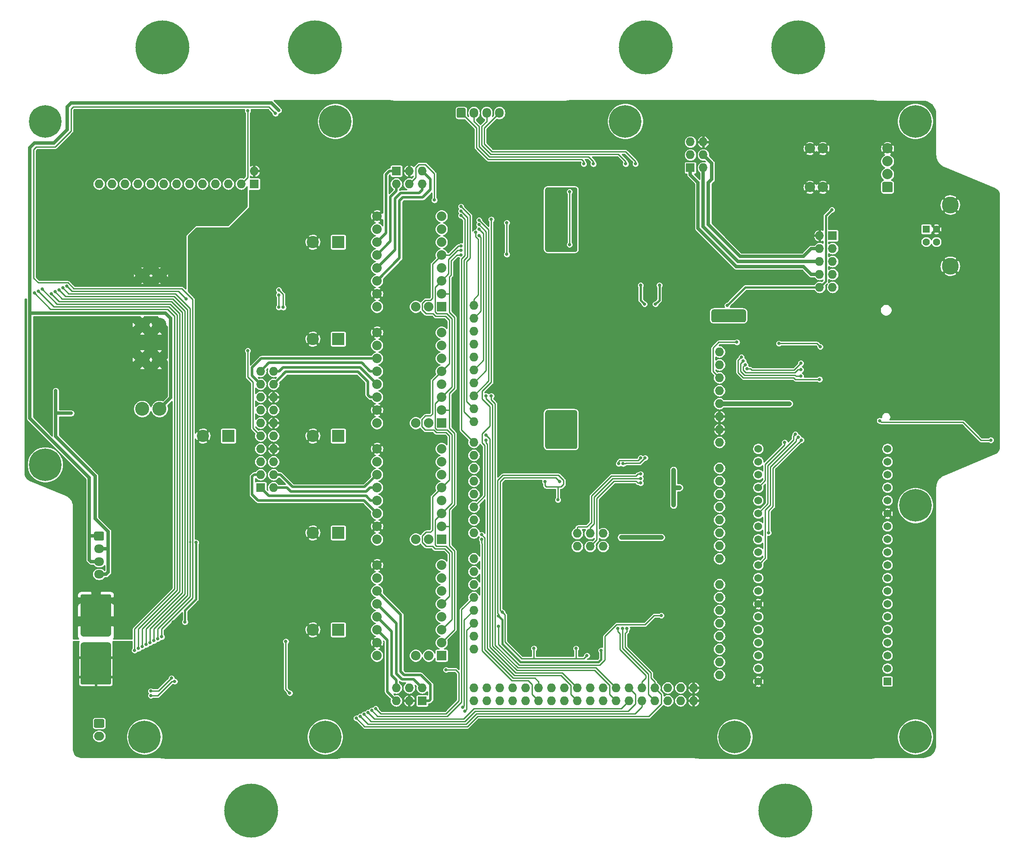
<source format=gbr>
G04 #@! TF.GenerationSoftware,KiCad,Pcbnew,(5.1.4)-1*
G04 #@! TF.CreationDate,2020-03-28T02:45:04-04:00*
G04 #@! TF.ProjectId,quickstep_controller,71756963-6b73-4746-9570-5f636f6e7472,rev?*
G04 #@! TF.SameCoordinates,Original*
G04 #@! TF.FileFunction,Copper,L2,Bot*
G04 #@! TF.FilePolarity,Positive*
%FSLAX46Y46*%
G04 Gerber Fmt 4.6, Leading zero omitted, Abs format (unit mm)*
G04 Created by KiCad (PCBNEW (5.1.4)-1) date 2020-03-28 02:45:04*
%MOMM*%
%LPD*%
G04 APERTURE LIST*
%ADD10C,2.032000*%
%ADD11C,0.100000*%
%ADD12C,1.524000*%
%ADD13R,1.524000X1.524000*%
%ADD14C,10.600000*%
%ADD15C,6.400000*%
%ADD16O,1.950000X1.700000*%
%ADD17C,1.700000*%
%ADD18O,1.727200X1.727200*%
%ADD19C,1.875000*%
%ADD20R,1.875000X1.875000*%
%ADD21C,2.750000*%
%ADD22C,6.000000*%
%ADD23C,3.000000*%
%ADD24O,2.000000X1.700000*%
%ADD25C,3.316000*%
%ADD26C,1.428000*%
%ADD27R,1.428000X1.428000*%
%ADD28R,1.727200X1.727200*%
%ADD29O,1.700000X1.950000*%
%ADD30C,2.400000*%
%ADD31R,2.400000X2.400000*%
%ADD32C,0.635000*%
%ADD33C,0.889000*%
%ADD34C,0.254000*%
%ADD35C,0.381000*%
%ADD36C,0.635000*%
%ADD37C,0.508000*%
G04 APERTURE END LIST*
D10*
X297320000Y-127445000D03*
X294780000Y-127445000D03*
X297320000Y-119825000D03*
X294780000Y-119825000D03*
X310020000Y-119825000D03*
X310020000Y-122365000D03*
X310020000Y-124905000D03*
D11*
G36*
X310806896Y-126430223D02*
G01*
X310831553Y-126433881D01*
X310855732Y-126439937D01*
X310879202Y-126448335D01*
X310901735Y-126458992D01*
X310923115Y-126471807D01*
X310943136Y-126486655D01*
X310961605Y-126503395D01*
X310978345Y-126521864D01*
X310993193Y-126541885D01*
X311006008Y-126563265D01*
X311016665Y-126585798D01*
X311025063Y-126609268D01*
X311031119Y-126633447D01*
X311034777Y-126658104D01*
X311036000Y-126683000D01*
X311036000Y-128207000D01*
X311034777Y-128231896D01*
X311031119Y-128256553D01*
X311025063Y-128280732D01*
X311016665Y-128304202D01*
X311006008Y-128326735D01*
X310993193Y-128348115D01*
X310978345Y-128368136D01*
X310961605Y-128386605D01*
X310943136Y-128403345D01*
X310923115Y-128418193D01*
X310901735Y-128431008D01*
X310879202Y-128441665D01*
X310855732Y-128450063D01*
X310831553Y-128456119D01*
X310806896Y-128459777D01*
X310782000Y-128461000D01*
X309258000Y-128461000D01*
X309233104Y-128459777D01*
X309208447Y-128456119D01*
X309184268Y-128450063D01*
X309160798Y-128441665D01*
X309138265Y-128431008D01*
X309116885Y-128418193D01*
X309096864Y-128403345D01*
X309078395Y-128386605D01*
X309061655Y-128368136D01*
X309046807Y-128348115D01*
X309033992Y-128326735D01*
X309023335Y-128304202D01*
X309014937Y-128280732D01*
X309008881Y-128256553D01*
X309005223Y-128231896D01*
X309004000Y-128207000D01*
X309004000Y-126683000D01*
X309005223Y-126658104D01*
X309008881Y-126633447D01*
X309014937Y-126609268D01*
X309023335Y-126585798D01*
X309033992Y-126563265D01*
X309046807Y-126541885D01*
X309061655Y-126521864D01*
X309078395Y-126503395D01*
X309096864Y-126486655D01*
X309116885Y-126471807D01*
X309138265Y-126458992D01*
X309160798Y-126448335D01*
X309184268Y-126439937D01*
X309208447Y-126433881D01*
X309233104Y-126430223D01*
X309258000Y-126429000D01*
X310782000Y-126429000D01*
X310806896Y-126430223D01*
X310806896Y-126430223D01*
G37*
D10*
X310020000Y-127445000D03*
D12*
X284620000Y-224600000D03*
X284620000Y-222060000D03*
X284620000Y-219520000D03*
X284620000Y-216980000D03*
X284620000Y-214440000D03*
X284620000Y-211900000D03*
X284620000Y-209360000D03*
X284620000Y-206820000D03*
X284620000Y-204280000D03*
X284620000Y-201740000D03*
X284620000Y-199200000D03*
X284620000Y-196660000D03*
X284620000Y-194120000D03*
X284620000Y-191580000D03*
X284620000Y-189040000D03*
X284620000Y-186500000D03*
X284620000Y-183960000D03*
X284620000Y-181420000D03*
X284620000Y-178880000D03*
X310020000Y-178880000D03*
X310020000Y-181420000D03*
X310020000Y-183960000D03*
X310020000Y-186500000D03*
X310020000Y-189040000D03*
X310020000Y-191580000D03*
X310020000Y-194120000D03*
X310020000Y-196660000D03*
X310020000Y-199200000D03*
X310020000Y-201740000D03*
X310020000Y-204280000D03*
X310020000Y-206820000D03*
X310020000Y-209360000D03*
X310020000Y-211900000D03*
X310020000Y-214440000D03*
X310020000Y-216980000D03*
X310020000Y-219520000D03*
X310020000Y-222060000D03*
D13*
X310020000Y-224600000D03*
D14*
X185000000Y-250000000D03*
X290000000Y-250000000D03*
X167500000Y-100000000D03*
X262500000Y-100000000D03*
X197500000Y-100000000D03*
X292500000Y-100000000D03*
D15*
X144500000Y-182000000D03*
X315500000Y-190000000D03*
X280000000Y-235500000D03*
X144500000Y-114500000D03*
X164000000Y-235500000D03*
X315500000Y-235500000D03*
X201500000Y-114500000D03*
X199500000Y-235500000D03*
X258500000Y-114500000D03*
X315500000Y-114500000D03*
D16*
X155080000Y-203525000D03*
X155080000Y-201025000D03*
X155080000Y-198525000D03*
D11*
G36*
X155829504Y-195176204D02*
G01*
X155853773Y-195179804D01*
X155877571Y-195185765D01*
X155900671Y-195194030D01*
X155922849Y-195204520D01*
X155943893Y-195217133D01*
X155963598Y-195231747D01*
X155981777Y-195248223D01*
X155998253Y-195266402D01*
X156012867Y-195286107D01*
X156025480Y-195307151D01*
X156035970Y-195329329D01*
X156044235Y-195352429D01*
X156050196Y-195376227D01*
X156053796Y-195400496D01*
X156055000Y-195425000D01*
X156055000Y-196625000D01*
X156053796Y-196649504D01*
X156050196Y-196673773D01*
X156044235Y-196697571D01*
X156035970Y-196720671D01*
X156025480Y-196742849D01*
X156012867Y-196763893D01*
X155998253Y-196783598D01*
X155981777Y-196801777D01*
X155963598Y-196818253D01*
X155943893Y-196832867D01*
X155922849Y-196845480D01*
X155900671Y-196855970D01*
X155877571Y-196864235D01*
X155853773Y-196870196D01*
X155829504Y-196873796D01*
X155805000Y-196875000D01*
X154355000Y-196875000D01*
X154330496Y-196873796D01*
X154306227Y-196870196D01*
X154282429Y-196864235D01*
X154259329Y-196855970D01*
X154237151Y-196845480D01*
X154216107Y-196832867D01*
X154196402Y-196818253D01*
X154178223Y-196801777D01*
X154161747Y-196783598D01*
X154147133Y-196763893D01*
X154134520Y-196742849D01*
X154124030Y-196720671D01*
X154115765Y-196697571D01*
X154109804Y-196673773D01*
X154106204Y-196649504D01*
X154105000Y-196625000D01*
X154105000Y-195425000D01*
X154106204Y-195400496D01*
X154109804Y-195376227D01*
X154115765Y-195352429D01*
X154124030Y-195329329D01*
X154134520Y-195307151D01*
X154147133Y-195286107D01*
X154161747Y-195266402D01*
X154178223Y-195248223D01*
X154196402Y-195231747D01*
X154216107Y-195217133D01*
X154237151Y-195204520D01*
X154259329Y-195194030D01*
X154282429Y-195185765D01*
X154306227Y-195179804D01*
X154330496Y-195176204D01*
X154355000Y-195175000D01*
X155805000Y-195175000D01*
X155829504Y-195176204D01*
X155829504Y-195176204D01*
G37*
D17*
X155080000Y-196025000D03*
D18*
X254140000Y-195517000D03*
X254140000Y-198057000D03*
X251600000Y-198057000D03*
X251600000Y-195517000D03*
X249060000Y-198057000D03*
X277000000Y-182690000D03*
X277000000Y-177610000D03*
X277000000Y-175070000D03*
X277000000Y-172530000D03*
X277000000Y-169990000D03*
X277000000Y-167450000D03*
X277000000Y-164910000D03*
X277000000Y-162370000D03*
X228740000Y-218250000D03*
X228740000Y-215710000D03*
X228740000Y-213170000D03*
X228740000Y-210630000D03*
X228740000Y-208090000D03*
X228740000Y-205550000D03*
X228740000Y-203010000D03*
X228740000Y-200470000D03*
X228740000Y-195390000D03*
X228740000Y-192850000D03*
X228740000Y-190310000D03*
X228740000Y-187770000D03*
X228740000Y-185230000D03*
X228740000Y-182690000D03*
X228740000Y-180150000D03*
X228740000Y-177610000D03*
X228740000Y-158306000D03*
X228740000Y-173546000D03*
X228740000Y-171006000D03*
X228740000Y-168466000D03*
X228740000Y-150686000D03*
X228740000Y-153226000D03*
X228740000Y-155766000D03*
X228740000Y-160846000D03*
X228740000Y-163386000D03*
X228740000Y-165926000D03*
X277000000Y-159830000D03*
X277000000Y-185230000D03*
X277000000Y-187770000D03*
X277000000Y-190310000D03*
X277000000Y-192850000D03*
X277000000Y-195390000D03*
X277000000Y-197930000D03*
X277000000Y-200470000D03*
X277000000Y-205550000D03*
X277000000Y-208090000D03*
X277000000Y-210630000D03*
X277000000Y-213170000D03*
X277000000Y-215710000D03*
X277000000Y-218250000D03*
X277000000Y-220790000D03*
X277000000Y-223330000D03*
X228740000Y-225870000D03*
X228740000Y-228410000D03*
X231280000Y-225870000D03*
X231280000Y-228410000D03*
X233820000Y-225870000D03*
X233820000Y-228410000D03*
X236360000Y-225870000D03*
X236360000Y-228410000D03*
X238900000Y-225870000D03*
X238900000Y-228410000D03*
X241440000Y-225870000D03*
X241440000Y-228410000D03*
X243980000Y-225870000D03*
X243980000Y-228410000D03*
X246520000Y-225870000D03*
X246520000Y-228410000D03*
X249060000Y-225870000D03*
X249060000Y-228410000D03*
X251600000Y-225870000D03*
X251600000Y-228410000D03*
X254140000Y-225870000D03*
X254140000Y-228410000D03*
X256680000Y-225870000D03*
X256680000Y-228410000D03*
X259220000Y-225870000D03*
X259220000Y-228410000D03*
X261760000Y-225870000D03*
X261760000Y-228410000D03*
X264300000Y-225870000D03*
X264300000Y-228410000D03*
X266840000Y-225870000D03*
X266840000Y-228410000D03*
X269380000Y-225870000D03*
X269380000Y-228410000D03*
X271920000Y-225870000D03*
X271920000Y-228410000D03*
X249060000Y-195517000D03*
D19*
X219850000Y-219520000D03*
X217310000Y-219520000D03*
X209690000Y-219520000D03*
X209690000Y-216980000D03*
X209690000Y-214440000D03*
X209690000Y-211900000D03*
X209690000Y-209360000D03*
X209690000Y-206820000D03*
X209690000Y-204280000D03*
X209690000Y-201740000D03*
X222390000Y-201740000D03*
X222390000Y-204280000D03*
X222390000Y-206820000D03*
X222390000Y-209360000D03*
X222390000Y-211900000D03*
X222390000Y-214440000D03*
X222390000Y-216980000D03*
D20*
X222390000Y-219520000D03*
D21*
X163540000Y-154530000D03*
X166940000Y-154530000D03*
X166940000Y-144810000D03*
X163540000Y-144810000D03*
X166940000Y-161320000D03*
X163540000Y-161320000D03*
X163540000Y-171040000D03*
X166940000Y-171040000D03*
D11*
G36*
X156903810Y-209772889D02*
G01*
X156962054Y-209781529D01*
X157019171Y-209795836D01*
X157074610Y-209815672D01*
X157127838Y-209840847D01*
X157178342Y-209871118D01*
X157225636Y-209906194D01*
X157269264Y-209945736D01*
X157308806Y-209989364D01*
X157343882Y-210036658D01*
X157374153Y-210087162D01*
X157399328Y-210140390D01*
X157419164Y-210195829D01*
X157433471Y-210252946D01*
X157442111Y-210311190D01*
X157445000Y-210370000D01*
X157445000Y-215170000D01*
X157442111Y-215228810D01*
X157433471Y-215287054D01*
X157419164Y-215344171D01*
X157399328Y-215399610D01*
X157374153Y-215452838D01*
X157343882Y-215503342D01*
X157308806Y-215550636D01*
X157269264Y-215594264D01*
X157225636Y-215633806D01*
X157178342Y-215668882D01*
X157127838Y-215699153D01*
X157074610Y-215724328D01*
X157019171Y-215744164D01*
X156962054Y-215758471D01*
X156903810Y-215767111D01*
X156845000Y-215770000D01*
X152045000Y-215770000D01*
X151986190Y-215767111D01*
X151927946Y-215758471D01*
X151870829Y-215744164D01*
X151815390Y-215724328D01*
X151762162Y-215699153D01*
X151711658Y-215668882D01*
X151664364Y-215633806D01*
X151620736Y-215594264D01*
X151581194Y-215550636D01*
X151546118Y-215503342D01*
X151515847Y-215452838D01*
X151490672Y-215399610D01*
X151470836Y-215344171D01*
X151456529Y-215287054D01*
X151447889Y-215228810D01*
X151445000Y-215170000D01*
X151445000Y-210370000D01*
X151447889Y-210311190D01*
X151456529Y-210252946D01*
X151470836Y-210195829D01*
X151490672Y-210140390D01*
X151515847Y-210087162D01*
X151546118Y-210036658D01*
X151581194Y-209989364D01*
X151620736Y-209945736D01*
X151664364Y-209906194D01*
X151711658Y-209871118D01*
X151762162Y-209840847D01*
X151815390Y-209815672D01*
X151870829Y-209795836D01*
X151927946Y-209781529D01*
X151986190Y-209772889D01*
X152045000Y-209770000D01*
X156845000Y-209770000D01*
X156903810Y-209772889D01*
X156903810Y-209772889D01*
G37*
D22*
X154445000Y-212770000D03*
D11*
G36*
X156903810Y-216922889D02*
G01*
X156962054Y-216931529D01*
X157019171Y-216945836D01*
X157074610Y-216965672D01*
X157127838Y-216990847D01*
X157178342Y-217021118D01*
X157225636Y-217056194D01*
X157269264Y-217095736D01*
X157308806Y-217139364D01*
X157343882Y-217186658D01*
X157374153Y-217237162D01*
X157399328Y-217290390D01*
X157419164Y-217345829D01*
X157433471Y-217402946D01*
X157442111Y-217461190D01*
X157445000Y-217520000D01*
X157445000Y-222320000D01*
X157442111Y-222378810D01*
X157433471Y-222437054D01*
X157419164Y-222494171D01*
X157399328Y-222549610D01*
X157374153Y-222602838D01*
X157343882Y-222653342D01*
X157308806Y-222700636D01*
X157269264Y-222744264D01*
X157225636Y-222783806D01*
X157178342Y-222818882D01*
X157127838Y-222849153D01*
X157074610Y-222874328D01*
X157019171Y-222894164D01*
X156962054Y-222908471D01*
X156903810Y-222917111D01*
X156845000Y-222920000D01*
X152045000Y-222920000D01*
X151986190Y-222917111D01*
X151927946Y-222908471D01*
X151870829Y-222894164D01*
X151815390Y-222874328D01*
X151762162Y-222849153D01*
X151711658Y-222818882D01*
X151664364Y-222783806D01*
X151620736Y-222744264D01*
X151581194Y-222700636D01*
X151546118Y-222653342D01*
X151515847Y-222602838D01*
X151490672Y-222549610D01*
X151470836Y-222494171D01*
X151456529Y-222437054D01*
X151447889Y-222378810D01*
X151445000Y-222320000D01*
X151445000Y-217520000D01*
X151447889Y-217461190D01*
X151456529Y-217402946D01*
X151470836Y-217345829D01*
X151490672Y-217290390D01*
X151515847Y-217237162D01*
X151546118Y-217186658D01*
X151581194Y-217139364D01*
X151620736Y-217095736D01*
X151664364Y-217056194D01*
X151711658Y-217021118D01*
X151762162Y-216990847D01*
X151815390Y-216965672D01*
X151870829Y-216945836D01*
X151927946Y-216931529D01*
X151986190Y-216922889D01*
X152045000Y-216920000D01*
X156845000Y-216920000D01*
X156903810Y-216922889D01*
X156903810Y-216922889D01*
G37*
D22*
X154445000Y-219920000D03*
D11*
G36*
X157174405Y-207496445D02*
G01*
X157203527Y-207500764D01*
X157232085Y-207507918D01*
X157259805Y-207517836D01*
X157286419Y-207530424D01*
X157311671Y-207545559D01*
X157335318Y-207563097D01*
X157357132Y-207582868D01*
X157376903Y-207604682D01*
X157394441Y-207628329D01*
X157409576Y-207653581D01*
X157422164Y-207680195D01*
X157432082Y-207707915D01*
X157439236Y-207736473D01*
X157443555Y-207765595D01*
X157445000Y-207795000D01*
X157445000Y-210195000D01*
X157443555Y-210224405D01*
X157439236Y-210253527D01*
X157432082Y-210282085D01*
X157422164Y-210309805D01*
X157409576Y-210336419D01*
X157394441Y-210361671D01*
X157376903Y-210385318D01*
X157357132Y-210407132D01*
X157335318Y-210426903D01*
X157311671Y-210444441D01*
X157286419Y-210459576D01*
X157259805Y-210472164D01*
X157232085Y-210482082D01*
X157203527Y-210489236D01*
X157174405Y-210493555D01*
X157145000Y-210495000D01*
X151745000Y-210495000D01*
X151715595Y-210493555D01*
X151686473Y-210489236D01*
X151657915Y-210482082D01*
X151630195Y-210472164D01*
X151603581Y-210459576D01*
X151578329Y-210444441D01*
X151554682Y-210426903D01*
X151532868Y-210407132D01*
X151513097Y-210385318D01*
X151495559Y-210361671D01*
X151480424Y-210336419D01*
X151467836Y-210309805D01*
X151457918Y-210282085D01*
X151450764Y-210253527D01*
X151446445Y-210224405D01*
X151445000Y-210195000D01*
X151445000Y-207795000D01*
X151446445Y-207765595D01*
X151450764Y-207736473D01*
X151457918Y-207707915D01*
X151467836Y-207680195D01*
X151480424Y-207653581D01*
X151495559Y-207628329D01*
X151513097Y-207604682D01*
X151532868Y-207582868D01*
X151554682Y-207563097D01*
X151578329Y-207545559D01*
X151603581Y-207530424D01*
X151630195Y-207517836D01*
X151657915Y-207507918D01*
X151686473Y-207500764D01*
X151715595Y-207496445D01*
X151745000Y-207495000D01*
X157145000Y-207495000D01*
X157174405Y-207496445D01*
X157174405Y-207496445D01*
G37*
D23*
X154445000Y-208995000D03*
D11*
G36*
X157174405Y-222196445D02*
G01*
X157203527Y-222200764D01*
X157232085Y-222207918D01*
X157259805Y-222217836D01*
X157286419Y-222230424D01*
X157311671Y-222245559D01*
X157335318Y-222263097D01*
X157357132Y-222282868D01*
X157376903Y-222304682D01*
X157394441Y-222328329D01*
X157409576Y-222353581D01*
X157422164Y-222380195D01*
X157432082Y-222407915D01*
X157439236Y-222436473D01*
X157443555Y-222465595D01*
X157445000Y-222495000D01*
X157445000Y-224895000D01*
X157443555Y-224924405D01*
X157439236Y-224953527D01*
X157432082Y-224982085D01*
X157422164Y-225009805D01*
X157409576Y-225036419D01*
X157394441Y-225061671D01*
X157376903Y-225085318D01*
X157357132Y-225107132D01*
X157335318Y-225126903D01*
X157311671Y-225144441D01*
X157286419Y-225159576D01*
X157259805Y-225172164D01*
X157232085Y-225182082D01*
X157203527Y-225189236D01*
X157174405Y-225193555D01*
X157145000Y-225195000D01*
X151745000Y-225195000D01*
X151715595Y-225193555D01*
X151686473Y-225189236D01*
X151657915Y-225182082D01*
X151630195Y-225172164D01*
X151603581Y-225159576D01*
X151578329Y-225144441D01*
X151554682Y-225126903D01*
X151532868Y-225107132D01*
X151513097Y-225085318D01*
X151495559Y-225061671D01*
X151480424Y-225036419D01*
X151467836Y-225009805D01*
X151457918Y-224982085D01*
X151450764Y-224953527D01*
X151446445Y-224924405D01*
X151445000Y-224895000D01*
X151445000Y-222495000D01*
X151446445Y-222465595D01*
X151450764Y-222436473D01*
X151457918Y-222407915D01*
X151467836Y-222380195D01*
X151480424Y-222353581D01*
X151495559Y-222328329D01*
X151513097Y-222304682D01*
X151532868Y-222282868D01*
X151554682Y-222263097D01*
X151578329Y-222245559D01*
X151603581Y-222230424D01*
X151630195Y-222217836D01*
X151657915Y-222207918D01*
X151686473Y-222200764D01*
X151715595Y-222196445D01*
X151745000Y-222195000D01*
X157145000Y-222195000D01*
X157174405Y-222196445D01*
X157174405Y-222196445D01*
G37*
D23*
X154445000Y-223695000D03*
D24*
X155080000Y-235355000D03*
D11*
G36*
X155854504Y-232006204D02*
G01*
X155878773Y-232009804D01*
X155902571Y-232015765D01*
X155925671Y-232024030D01*
X155947849Y-232034520D01*
X155968893Y-232047133D01*
X155988598Y-232061747D01*
X156006777Y-232078223D01*
X156023253Y-232096402D01*
X156037867Y-232116107D01*
X156050480Y-232137151D01*
X156060970Y-232159329D01*
X156069235Y-232182429D01*
X156075196Y-232206227D01*
X156078796Y-232230496D01*
X156080000Y-232255000D01*
X156080000Y-233455000D01*
X156078796Y-233479504D01*
X156075196Y-233503773D01*
X156069235Y-233527571D01*
X156060970Y-233550671D01*
X156050480Y-233572849D01*
X156037867Y-233593893D01*
X156023253Y-233613598D01*
X156006777Y-233631777D01*
X155988598Y-233648253D01*
X155968893Y-233662867D01*
X155947849Y-233675480D01*
X155925671Y-233685970D01*
X155902571Y-233694235D01*
X155878773Y-233700196D01*
X155854504Y-233703796D01*
X155830000Y-233705000D01*
X154330000Y-233705000D01*
X154305496Y-233703796D01*
X154281227Y-233700196D01*
X154257429Y-233694235D01*
X154234329Y-233685970D01*
X154212151Y-233675480D01*
X154191107Y-233662867D01*
X154171402Y-233648253D01*
X154153223Y-233631777D01*
X154136747Y-233613598D01*
X154122133Y-233593893D01*
X154109520Y-233572849D01*
X154099030Y-233550671D01*
X154090765Y-233527571D01*
X154084804Y-233503773D01*
X154081204Y-233479504D01*
X154080000Y-233455000D01*
X154080000Y-232255000D01*
X154081204Y-232230496D01*
X154084804Y-232206227D01*
X154090765Y-232182429D01*
X154099030Y-232159329D01*
X154109520Y-232137151D01*
X154122133Y-232116107D01*
X154136747Y-232096402D01*
X154153223Y-232078223D01*
X154171402Y-232061747D01*
X154191107Y-232047133D01*
X154212151Y-232034520D01*
X154234329Y-232024030D01*
X154257429Y-232015765D01*
X154281227Y-232009804D01*
X154305496Y-232006204D01*
X154330000Y-232005000D01*
X155830000Y-232005000D01*
X155854504Y-232006204D01*
X155854504Y-232006204D01*
G37*
D17*
X155080000Y-232855000D03*
D25*
X322350000Y-130930000D03*
X322350000Y-142970000D03*
D26*
X319640000Y-135700000D03*
X319640000Y-138200000D03*
D27*
X317640000Y-135700000D03*
D26*
X317640000Y-138200000D03*
D19*
X219850000Y-196660000D03*
X217310000Y-196660000D03*
X209690000Y-196660000D03*
X209690000Y-194120000D03*
X209690000Y-191580000D03*
X209690000Y-189040000D03*
X209690000Y-186500000D03*
X209690000Y-183960000D03*
X209690000Y-181420000D03*
X209690000Y-178880000D03*
X222390000Y-178880000D03*
X222390000Y-181420000D03*
X222390000Y-183960000D03*
X222390000Y-186500000D03*
X222390000Y-189040000D03*
X222390000Y-191580000D03*
X222390000Y-194120000D03*
D20*
X222390000Y-196660000D03*
D19*
X219850000Y-150940000D03*
X217310000Y-150940000D03*
X209690000Y-150940000D03*
X209690000Y-148400000D03*
X209690000Y-145860000D03*
X209690000Y-143320000D03*
X209690000Y-140780000D03*
X209690000Y-138240000D03*
X209690000Y-135700000D03*
X209690000Y-133160000D03*
X222390000Y-133160000D03*
X222390000Y-135700000D03*
X222390000Y-138240000D03*
X222390000Y-140780000D03*
X222390000Y-143320000D03*
X222390000Y-145860000D03*
X222390000Y-148400000D03*
D20*
X222390000Y-150940000D03*
D19*
X219850000Y-173800000D03*
X217310000Y-173800000D03*
X209690000Y-173800000D03*
X209690000Y-171260000D03*
X209690000Y-168720000D03*
X209690000Y-166180000D03*
X209690000Y-163640000D03*
X209690000Y-161100000D03*
X209690000Y-158560000D03*
X209690000Y-156020000D03*
X222390000Y-156020000D03*
X222390000Y-158560000D03*
X222390000Y-161100000D03*
X222390000Y-163640000D03*
X222390000Y-166180000D03*
X222390000Y-168720000D03*
X222390000Y-171260000D03*
D20*
X222390000Y-173800000D03*
D18*
X189370000Y-163640000D03*
X186830000Y-163640000D03*
X189370000Y-166180000D03*
X186830000Y-166180000D03*
X189370000Y-168720000D03*
X186830000Y-168720000D03*
X189370000Y-171260000D03*
X186830000Y-171260000D03*
X189370000Y-173800000D03*
X186830000Y-173800000D03*
X189370000Y-176340000D03*
X186830000Y-176340000D03*
X189370000Y-178880000D03*
X186830000Y-178880000D03*
X189370000Y-181420000D03*
X186830000Y-181420000D03*
X189370000Y-183960000D03*
X186830000Y-183960000D03*
X189370000Y-186500000D03*
D28*
X186830000Y-186500000D03*
D18*
X273825000Y-118555000D03*
X271285000Y-118555000D03*
X273825000Y-121095000D03*
X271285000Y-121095000D03*
X273825000Y-123635000D03*
D28*
X271285000Y-123635000D03*
D18*
X296685000Y-147130000D03*
X299225000Y-147130000D03*
X296685000Y-144590000D03*
X299225000Y-144590000D03*
X296685000Y-142050000D03*
X299225000Y-142050000D03*
X296685000Y-139510000D03*
X299225000Y-139510000D03*
X296685000Y-136970000D03*
D28*
X299225000Y-136970000D03*
D18*
X155080000Y-124270000D03*
X155080000Y-126810000D03*
X157620000Y-124270000D03*
X157620000Y-126810000D03*
X160160000Y-124270000D03*
X160160000Y-126810000D03*
X162700000Y-124270000D03*
X162700000Y-126810000D03*
X165240000Y-124270000D03*
X165240000Y-126810000D03*
X167780000Y-124270000D03*
X167780000Y-126810000D03*
X170320000Y-124270000D03*
X170320000Y-126810000D03*
X172860000Y-124270000D03*
X172860000Y-126810000D03*
X175400000Y-124270000D03*
X175400000Y-126810000D03*
X177940000Y-124270000D03*
X177940000Y-126810000D03*
X180480000Y-124270000D03*
X180480000Y-126810000D03*
X183020000Y-124270000D03*
X183020000Y-126810000D03*
X185560000Y-124270000D03*
D28*
X185560000Y-126810000D03*
D18*
X213500000Y-225870000D03*
X213500000Y-228410000D03*
X216040000Y-225870000D03*
X216040000Y-228410000D03*
X218580000Y-225870000D03*
D28*
X218580000Y-228410000D03*
D18*
X218580000Y-126810000D03*
X218580000Y-124270000D03*
X216040000Y-126810000D03*
X216040000Y-124270000D03*
X213500000Y-126810000D03*
D28*
X213500000Y-124270000D03*
D29*
X233750000Y-112840000D03*
X231250000Y-112840000D03*
X228750000Y-112840000D03*
D11*
G36*
X226874504Y-111866204D02*
G01*
X226898773Y-111869804D01*
X226922571Y-111875765D01*
X226945671Y-111884030D01*
X226967849Y-111894520D01*
X226988893Y-111907133D01*
X227008598Y-111921747D01*
X227026777Y-111938223D01*
X227043253Y-111956402D01*
X227057867Y-111976107D01*
X227070480Y-111997151D01*
X227080970Y-112019329D01*
X227089235Y-112042429D01*
X227095196Y-112066227D01*
X227098796Y-112090496D01*
X227100000Y-112115000D01*
X227100000Y-113565000D01*
X227098796Y-113589504D01*
X227095196Y-113613773D01*
X227089235Y-113637571D01*
X227080970Y-113660671D01*
X227070480Y-113682849D01*
X227057867Y-113703893D01*
X227043253Y-113723598D01*
X227026777Y-113741777D01*
X227008598Y-113758253D01*
X226988893Y-113772867D01*
X226967849Y-113785480D01*
X226945671Y-113795970D01*
X226922571Y-113804235D01*
X226898773Y-113810196D01*
X226874504Y-113813796D01*
X226850000Y-113815000D01*
X225650000Y-113815000D01*
X225625496Y-113813796D01*
X225601227Y-113810196D01*
X225577429Y-113804235D01*
X225554329Y-113795970D01*
X225532151Y-113785480D01*
X225511107Y-113772867D01*
X225491402Y-113758253D01*
X225473223Y-113741777D01*
X225456747Y-113723598D01*
X225442133Y-113703893D01*
X225429520Y-113682849D01*
X225419030Y-113660671D01*
X225410765Y-113637571D01*
X225404804Y-113613773D01*
X225401204Y-113589504D01*
X225400000Y-113565000D01*
X225400000Y-112115000D01*
X225401204Y-112090496D01*
X225404804Y-112066227D01*
X225410765Y-112042429D01*
X225419030Y-112019329D01*
X225429520Y-111997151D01*
X225442133Y-111976107D01*
X225456747Y-111956402D01*
X225473223Y-111938223D01*
X225491402Y-111921747D01*
X225511107Y-111907133D01*
X225532151Y-111894520D01*
X225554329Y-111884030D01*
X225577429Y-111875765D01*
X225601227Y-111869804D01*
X225625496Y-111866204D01*
X225650000Y-111865000D01*
X226850000Y-111865000D01*
X226874504Y-111866204D01*
X226874504Y-111866204D01*
G37*
D17*
X226250000Y-112840000D03*
D30*
X197070000Y-214440000D03*
D31*
X202070000Y-214440000D03*
D30*
X175480000Y-176340000D03*
D31*
X180480000Y-176340000D03*
D30*
X197070000Y-157290000D03*
D31*
X202070000Y-157290000D03*
D30*
X197070000Y-138240000D03*
D31*
X202070000Y-138240000D03*
D30*
X197070000Y-176340000D03*
D31*
X202070000Y-176340000D03*
D30*
X197070000Y-195390000D03*
D31*
X202070000Y-195390000D03*
D32*
X243218000Y-176848000D03*
X243218000Y-178372000D03*
X243980000Y-177610000D03*
X243218000Y-177610000D03*
X247028000Y-177610000D03*
X244742000Y-178372000D03*
X248552000Y-178372000D03*
X247028000Y-176848000D03*
X247028000Y-178372000D03*
X247790000Y-177610000D03*
X243980000Y-176848000D03*
X246266000Y-177610000D03*
X247790000Y-178372000D03*
X245504000Y-176848000D03*
X246266000Y-176848000D03*
X243980000Y-178372000D03*
X246266000Y-178372000D03*
X248552000Y-177610000D03*
X244742000Y-177610000D03*
X245504000Y-177610000D03*
X244742000Y-176848000D03*
X248552000Y-176848000D03*
X245504000Y-178372000D03*
X247790000Y-176848000D03*
X248552000Y-173292000D03*
X247790000Y-173292000D03*
X247028000Y-173292000D03*
X246266000Y-173292000D03*
X245504000Y-173292000D03*
X244742000Y-173292000D03*
X243980000Y-173292000D03*
X243218000Y-173292000D03*
X243218000Y-171768000D03*
X243218000Y-127953000D03*
X243980000Y-127953000D03*
X244742000Y-127953000D03*
X245504000Y-127953000D03*
X246266000Y-127953000D03*
X243218000Y-128715000D03*
X243980000Y-128715000D03*
X244742000Y-128715000D03*
X245504000Y-128715000D03*
X246266000Y-128715000D03*
X245504000Y-129477000D03*
X244742000Y-129477000D03*
X243980000Y-129477000D03*
X243218000Y-129477000D03*
X243218000Y-130239000D03*
X243980000Y-130239000D03*
X244742000Y-130239000D03*
X243980000Y-131001000D03*
X243218000Y-131001000D03*
X243218000Y-131763000D03*
X243218000Y-139637000D03*
X243980000Y-139637000D03*
X244742000Y-139637000D03*
X245504000Y-139637000D03*
X246266000Y-139637000D03*
X246266000Y-138875000D03*
X245504000Y-138875000D03*
X244742000Y-138875000D03*
X243980000Y-138875000D03*
X243218000Y-138875000D03*
X243218000Y-138113000D03*
X243980000Y-138113000D03*
X244742000Y-138113000D03*
X245504000Y-138113000D03*
X247028000Y-139637000D03*
X247790000Y-139637000D03*
X248552000Y-139637000D03*
X248679000Y-132525000D03*
X243980000Y-171768000D03*
X244742000Y-171768000D03*
X245504000Y-171768000D03*
X246266000Y-171768000D03*
X247028000Y-171768000D03*
X247790000Y-171768000D03*
X248552000Y-171768000D03*
X248552000Y-172530000D03*
X247790000Y-172530000D03*
X247028000Y-172530000D03*
X246266000Y-172530000D03*
X245504000Y-172530000D03*
X244742000Y-172530000D03*
X243980000Y-172530000D03*
X243218000Y-172530000D03*
X265570000Y-196279000D03*
X263665000Y-196279000D03*
X261760000Y-196279000D03*
X259855000Y-196279000D03*
X257696000Y-196279000D03*
X267983000Y-183071000D03*
X267983000Y-189929000D03*
X269126000Y-186500000D03*
X281699000Y-151956000D03*
X281699000Y-152718000D03*
X281699000Y-153480000D03*
X280429000Y-153480000D03*
X280429000Y-152718000D03*
X280429000Y-151956000D03*
X281064000Y-152337000D03*
X281064000Y-153099000D03*
X275857000Y-151956000D03*
X275857000Y-152718000D03*
X275857000Y-153480000D03*
X276492000Y-152337000D03*
X276492000Y-153099000D03*
X277127000Y-151956000D03*
X277127000Y-152718000D03*
X277127000Y-153480000D03*
X165240000Y-226505000D03*
X169304000Y-223965000D03*
X166637000Y-216218000D03*
X147968000Y-147257000D03*
X189878000Y-143701000D03*
X189116000Y-143701000D03*
X186830000Y-143701000D03*
X188354000Y-143701000D03*
X187592000Y-143701000D03*
X186068000Y-143701000D03*
X185306000Y-143701000D03*
X183020000Y-143701000D03*
X184544000Y-143701000D03*
X183782000Y-143701000D03*
X179210000Y-143701000D03*
X178448000Y-143701000D03*
X176162000Y-143701000D03*
X177686000Y-143701000D03*
X176924000Y-143701000D03*
X179210000Y-144463000D03*
X178448000Y-144463000D03*
X176162000Y-144463000D03*
X177686000Y-144463000D03*
X176924000Y-144463000D03*
X330721000Y-147130000D03*
X329705000Y-147130000D03*
X331229000Y-147765000D03*
X330213000Y-147765000D03*
X329197000Y-147765000D03*
X331229000Y-174435000D03*
X330721000Y-175070000D03*
X330213000Y-174435000D03*
X329705000Y-175070000D03*
X329197000Y-174435000D03*
X309766000Y-174435000D03*
X309258000Y-175070000D03*
X308750000Y-174435000D03*
X308242000Y-175070000D03*
X307734000Y-174435000D03*
X305305000Y-159225000D03*
X298717000Y-162751000D03*
X293129000Y-156020000D03*
X307734000Y-149924000D03*
X308750000Y-149924000D03*
X309766000Y-149924000D03*
X308242000Y-149289000D03*
X309258000Y-149289000D03*
X307860996Y-166688000D03*
X295415000Y-172149000D03*
X301892000Y-174689000D03*
X181750000Y-212217500D03*
X181115000Y-212217500D03*
X180480000Y-212217500D03*
X182385000Y-212217500D03*
X183020000Y-212217500D03*
X182702500Y-212852500D03*
X182067500Y-212852500D03*
X181432500Y-212852500D03*
X180797500Y-212852500D03*
X219980000Y-137729000D03*
X219980000Y-138745000D03*
X219980000Y-145349000D03*
X219980000Y-146365000D03*
X219980000Y-160589000D03*
X219980000Y-161605000D03*
X219980000Y-168209000D03*
X219980000Y-169225000D03*
X219980000Y-183449000D03*
X219980000Y-184465000D03*
X219980000Y-191069000D03*
X219980000Y-192085000D03*
X219980000Y-206309000D03*
X219980000Y-207325000D03*
X219980000Y-213929000D03*
X219980000Y-214945000D03*
X258585000Y-133668000D03*
X266459000Y-138494000D03*
X262395000Y-143955000D03*
X288430000Y-145987000D03*
X245930000Y-182495000D03*
X245250000Y-192088000D03*
X235344000Y-211011000D03*
X256299000Y-211392000D03*
X249441000Y-211011000D03*
X241186000Y-211011000D03*
X243599000Y-211011000D03*
X265570000Y-207582000D03*
X263665000Y-207582000D03*
X261760000Y-207582000D03*
X259855000Y-207582000D03*
X257950000Y-207582000D03*
X256045000Y-207582000D03*
X263030000Y-214059000D03*
X274460000Y-184468000D03*
X274460000Y-188532000D03*
X270650000Y-190818000D03*
X270650000Y-182182000D03*
X186195000Y-207074000D03*
X186195000Y-209106000D03*
X185560000Y-210884000D03*
X190005000Y-210884000D03*
X184290000Y-214694000D03*
X189624000Y-216726000D03*
X187846000Y-216740000D03*
X190005000Y-214694000D03*
X175781000Y-219520000D03*
X169685000Y-216726000D03*
X169685000Y-212916000D03*
X172225000Y-216726000D03*
X177178000Y-212281000D03*
X273825000Y-167069000D03*
X186195000Y-147384000D03*
X257315000Y-122873000D03*
X261506000Y-122873000D03*
X251473000Y-125413000D03*
X257315000Y-127318000D03*
X290843000Y-162751000D03*
X177051000Y-184722000D03*
X177051000Y-183198000D03*
X291605000Y-138367000D03*
X290843000Y-138367000D03*
X290081000Y-138367000D03*
X289319000Y-138367000D03*
X288938000Y-139002000D03*
X288557000Y-138367000D03*
X289192000Y-145987000D03*
X289954000Y-145987000D03*
X290716000Y-145987000D03*
X291478000Y-145987000D03*
X292240000Y-145987000D03*
X252433000Y-135375000D03*
X174638000Y-139129000D03*
X175400000Y-139129000D03*
X176162000Y-139129000D03*
X176924000Y-139129000D03*
X177686000Y-139129000D03*
X178448000Y-139129000D03*
X179210000Y-139129000D03*
X179972000Y-139129000D03*
X180734000Y-139129000D03*
X181496000Y-139129000D03*
X182258000Y-139129000D03*
X183020000Y-139129000D03*
X183782000Y-139129000D03*
X184544000Y-139129000D03*
X185306000Y-139129000D03*
X186068000Y-139129000D03*
X186830000Y-139129000D03*
X187592000Y-139129000D03*
X188354000Y-139129000D03*
X189116000Y-139129000D03*
X189878000Y-139129000D03*
X174638000Y-139891000D03*
X175400000Y-139891000D03*
X176162000Y-139891000D03*
X176162000Y-140653000D03*
X175400000Y-140653000D03*
X174638000Y-140653000D03*
X174638000Y-141415000D03*
X175400000Y-141415000D03*
X176162000Y-141415000D03*
X176162000Y-142177000D03*
X175400000Y-142177000D03*
X174638000Y-142177000D03*
X175400000Y-142939000D03*
X176162000Y-142939000D03*
X179210000Y-142939000D03*
X179210000Y-142177000D03*
X179210000Y-141415000D03*
X179210000Y-140653000D03*
X179210000Y-139891000D03*
X179972000Y-142939000D03*
X182258000Y-139891000D03*
X183020000Y-139891000D03*
X183782000Y-139891000D03*
X183782000Y-140653000D03*
X183020000Y-140653000D03*
X182258000Y-140653000D03*
X182258000Y-141415000D03*
X183020000Y-141415000D03*
X183782000Y-141415000D03*
X183782000Y-142177000D03*
X183020000Y-142177000D03*
X182258000Y-142177000D03*
X182258000Y-142939000D03*
X183020000Y-142939000D03*
X183782000Y-142939000D03*
X186830000Y-139891000D03*
X187592000Y-139891000D03*
X188354000Y-139891000D03*
X189116000Y-139891000D03*
X189878000Y-139891000D03*
X189878000Y-140653000D03*
X189116000Y-140653000D03*
X188354000Y-140653000D03*
X187592000Y-140653000D03*
X186830000Y-140653000D03*
X186830000Y-141415000D03*
X187592000Y-141415000D03*
X188354000Y-141415000D03*
X189116000Y-141415000D03*
X189878000Y-141415000D03*
X189878000Y-142177000D03*
X189116000Y-142177000D03*
X188354000Y-142177000D03*
X187592000Y-142177000D03*
X186830000Y-142177000D03*
X186830000Y-142939000D03*
X187592000Y-142939000D03*
X188354000Y-142939000D03*
X189116000Y-142939000D03*
X189878000Y-142939000D03*
X179972000Y-143701000D03*
X182258000Y-143701000D03*
X181496000Y-143701000D03*
X181496000Y-142939000D03*
X181496000Y-144463000D03*
X182258000Y-144463000D03*
X186068000Y-144463000D03*
X186830000Y-144463000D03*
X187592000Y-144463000D03*
X188354000Y-144463000D03*
X189116000Y-144463000D03*
X189878000Y-144463000D03*
X181877000Y-150813000D03*
X181115000Y-150813000D03*
X180353000Y-150813000D03*
X179591000Y-150813000D03*
X178829000Y-150813000D03*
X178067000Y-150813000D03*
X181877000Y-151575000D03*
X181115000Y-151575000D03*
X180353000Y-151575000D03*
X179591000Y-151575000D03*
X178829000Y-151575000D03*
X178067000Y-151575000D03*
X177305000Y-151575000D03*
X181877000Y-152337000D03*
X181115000Y-152337000D03*
X180353000Y-152337000D03*
X179591000Y-152337000D03*
X178829000Y-152337000D03*
X178067000Y-152337000D03*
X177305000Y-152337000D03*
X176543000Y-152337000D03*
X188862000Y-124270000D03*
X149619000Y-171895000D03*
X146571000Y-168974000D03*
X146571000Y-168212000D03*
X146571000Y-167450000D03*
X191275000Y-151067000D03*
X190386000Y-147638000D03*
X247536000Y-138748000D03*
X247536000Y-128334000D03*
X280429000Y-157925000D03*
X265203000Y-146735000D03*
X261520000Y-146735000D03*
X262268000Y-150432000D03*
X264427000Y-150432000D03*
X278524000Y-150686000D03*
X299098000Y-131890000D03*
X290716000Y-169990000D03*
X191783000Y-216726000D03*
X192545000Y-226886000D03*
X233566000Y-211773000D03*
X253759000Y-218504000D03*
X242710000Y-185357000D03*
X245250000Y-188913000D03*
X223279000Y-222314000D03*
X209436000Y-229934000D03*
X165875000Y-216599000D03*
X147206000Y-147638000D03*
X184290000Y-159576000D03*
X171957000Y-212930000D03*
X141491000Y-127191000D03*
X174130000Y-197295000D03*
X189751000Y-111697000D03*
X190386000Y-112332000D03*
X308483000Y-173355000D03*
X330327000Y-177165000D03*
X207150000Y-231077000D03*
X163589000Y-217742000D03*
X143904000Y-147511000D03*
X258839000Y-214186000D03*
X205626000Y-231839000D03*
X162065000Y-218504000D03*
X142380000Y-148273000D03*
X206388000Y-231458000D03*
X162827000Y-218123000D03*
X143142000Y-147898882D03*
X207912000Y-230696000D03*
X164351000Y-217361000D03*
X145682000Y-148400000D03*
X232169000Y-133795000D03*
X260490000Y-122873000D03*
X258585000Y-122873000D03*
X252235000Y-122873000D03*
X250330000Y-122873000D03*
X220993000Y-129985000D03*
X265570000Y-211646000D03*
X233566000Y-213805000D03*
X184290000Y-112459000D03*
X257188000Y-181801000D03*
X261506000Y-180658000D03*
X258077000Y-181801000D03*
X262395000Y-180658000D03*
X235217000Y-140653000D03*
X235217000Y-134430000D03*
X148730000Y-146876000D03*
X172225000Y-149416000D03*
X190386000Y-151067000D03*
X190386000Y-148654000D03*
X291922500Y-176022500D03*
X292989000Y-162052000D03*
X282461000Y-163132000D03*
X226200000Y-133033000D03*
X229121000Y-136335000D03*
X229756000Y-136970000D03*
X229756000Y-133922000D03*
X229756000Y-134811000D03*
X229756000Y-135700000D03*
X245631000Y-185357000D03*
X234328000Y-211011000D03*
X250965000Y-219520000D03*
X248806000Y-218123000D03*
X240551000Y-218123000D03*
X208674000Y-230315000D03*
X165113000Y-216980000D03*
X146444000Y-148019000D03*
X292989000Y-164592000D03*
X261506000Y-184722000D03*
X281699000Y-161608000D03*
X292989000Y-163322000D03*
X261506000Y-185611000D03*
X282080000Y-162370000D03*
X296672000Y-165227000D03*
X261506000Y-183833000D03*
X281318000Y-160846000D03*
X293065500Y-177165500D03*
X286652000Y-195390000D03*
X226200000Y-131255000D03*
X226200000Y-132144000D03*
X257061000Y-214186000D03*
X257950000Y-214186000D03*
X231152990Y-176212990D03*
X231153000Y-177229000D03*
X226200000Y-139002000D03*
X226200000Y-139891000D03*
X226200000Y-140780000D03*
X232169000Y-168466000D03*
X231153000Y-168466000D03*
X230264000Y-195771000D03*
X230264000Y-196660000D03*
X167399000Y-215837000D03*
X165240000Y-227394000D03*
X169939000Y-224600000D03*
X189751000Y-112967000D03*
X289827000Y-177610000D03*
X288684000Y-158179000D03*
X296812000Y-158814000D03*
X292494000Y-176594000D03*
X226962000Y-230442000D03*
X226581000Y-229680000D03*
D33*
X257696000Y-196279000D02*
X265570000Y-196279000D01*
X267983000Y-186500000D02*
X269126000Y-186500000D01*
X267983000Y-186500000D02*
X267983000Y-189929000D01*
X267983000Y-183071000D02*
X267983000Y-186500000D01*
D34*
X166764000Y-226505000D02*
X169304000Y-223965000D01*
X165240000Y-226505000D02*
X166764000Y-226505000D01*
D35*
X172987000Y-197168000D02*
X172987000Y-197168000D01*
D34*
X149111000Y-148400000D02*
X147968000Y-147257000D01*
X170066000Y-148400000D02*
X149111000Y-148400000D01*
X172987000Y-151321000D02*
X170066000Y-148400000D01*
X172987000Y-207963000D02*
X172987000Y-151321000D01*
X166637000Y-216218000D02*
X166637000Y-214313000D01*
X166637000Y-214313000D02*
X172987000Y-207963000D01*
D36*
X156470000Y-203525000D02*
X155080000Y-203525000D01*
X156858000Y-203137000D02*
X156470000Y-203525000D01*
X156730000Y-198565000D02*
X156858000Y-198565000D01*
X156690000Y-198525000D02*
X156730000Y-198565000D01*
X155080000Y-198525000D02*
X156690000Y-198525000D01*
X156858000Y-198565000D02*
X156858000Y-203137000D01*
X149619000Y-171895000D02*
X146571000Y-171895000D01*
X146571000Y-167450000D02*
X146571000Y-171895000D01*
X156858000Y-195136000D02*
X156858000Y-198565000D01*
X154318000Y-192596000D02*
X156858000Y-195136000D01*
X154318000Y-184214000D02*
X154318000Y-192596000D01*
X146571000Y-171895000D02*
X146571000Y-176467000D01*
X146571000Y-176467000D02*
X154318000Y-184214000D01*
D34*
X191275000Y-151067000D02*
X191275000Y-148527000D01*
X191275000Y-148527000D02*
X190386000Y-147638000D01*
X247536000Y-128334000D02*
X247536000Y-128842000D01*
X247536000Y-128842000D02*
X247536000Y-138748000D01*
X280429000Y-157925000D02*
X276873000Y-157925000D01*
X276873000Y-157925000D02*
X275730000Y-159068000D01*
X275730000Y-163640000D02*
X277000000Y-164910000D01*
X275730000Y-159068000D02*
X275730000Y-163640000D01*
D35*
X261520000Y-146735000D02*
X261520000Y-149684000D01*
X261520000Y-149684000D02*
X262268000Y-150432000D01*
X265203000Y-146735000D02*
X265203000Y-149656000D01*
X265203000Y-149656000D02*
X264427000Y-150432000D01*
X282080000Y-147130000D02*
X296685000Y-147130000D01*
X278524000Y-150686000D02*
X282080000Y-147130000D01*
X297891501Y-133096499D02*
X299098000Y-131890000D01*
X296685000Y-147130000D02*
X297891501Y-145923499D01*
X297891501Y-145923499D02*
X297891501Y-133096499D01*
D33*
X290716000Y-169990000D02*
X277000000Y-169990000D01*
D34*
X191783000Y-216726000D02*
X191783000Y-226124000D01*
X191783000Y-226124000D02*
X192545000Y-226886000D01*
X242710000Y-185357000D02*
X242710000Y-186119000D01*
X242710000Y-186119000D02*
X242964000Y-186373000D01*
X245250000Y-188463988D02*
X245250000Y-186373000D01*
X245250000Y-188913000D02*
X245250000Y-188463988D01*
X242964000Y-186373000D02*
X245250000Y-186373000D01*
X245885000Y-186373000D02*
X245250000Y-186373000D01*
X246393000Y-185865000D02*
X245885000Y-186373000D01*
X246393000Y-185103000D02*
X246393000Y-185865000D01*
X233566000Y-211773000D02*
X233566000Y-211323988D01*
X233439000Y-211196988D02*
X233439000Y-185103000D01*
X233439000Y-185103000D02*
X234455000Y-184087000D01*
X234455000Y-184087000D02*
X245377000Y-184087000D01*
X233566000Y-211323988D02*
X233439000Y-211196988D01*
X245377000Y-184087000D02*
X246393000Y-185103000D01*
D35*
X253759000Y-220282000D02*
X253759000Y-218504000D01*
X253251000Y-220790000D02*
X253759000Y-220282000D01*
X237884000Y-220790000D02*
X253251000Y-220790000D01*
X234328000Y-217234000D02*
X237884000Y-220790000D01*
X233566000Y-211773000D02*
X234328000Y-212535000D01*
X234328000Y-212535000D02*
X234328000Y-217234000D01*
D34*
X225184000Y-222314000D02*
X225819000Y-222949000D01*
X225819000Y-228410000D02*
X223279000Y-230950000D01*
X223279000Y-222314000D02*
X225184000Y-222314000D01*
X223279000Y-230950000D02*
X213627000Y-230950000D01*
X225819000Y-222949000D02*
X225819000Y-228410000D01*
X213627000Y-230950000D02*
X210452000Y-230950000D01*
X210452000Y-230950000D02*
X209436000Y-229934000D01*
X148476000Y-148908000D02*
X147206000Y-147638000D01*
X169812000Y-148908000D02*
X148476000Y-148908000D01*
X172479000Y-151575000D02*
X169812000Y-148908000D01*
X172479000Y-207709000D02*
X172479000Y-151575000D01*
X165875000Y-216599000D02*
X165875000Y-214313000D01*
X165875000Y-214313000D02*
X172479000Y-207709000D01*
X184290000Y-159576000D02*
X184290000Y-164783000D01*
X184290000Y-164783000D02*
X185306000Y-165799000D01*
X185306000Y-174816000D02*
X186830000Y-176340000D01*
X185306000Y-165799000D02*
X185306000Y-174816000D01*
D36*
X188862000Y-110935000D02*
X187211000Y-110935000D01*
X153470000Y-201025000D02*
X155080000Y-201025000D01*
X153175000Y-200730000D02*
X153470000Y-201025000D01*
X153175000Y-196025000D02*
X155080000Y-196025000D01*
X153175000Y-196025000D02*
X153175000Y-200730000D01*
X141491000Y-127191000D02*
X141491000Y-152210000D01*
X169177000Y-168803000D02*
X166940000Y-171040000D01*
X169177000Y-153226000D02*
X169177000Y-168803000D01*
X141491000Y-152210000D02*
X168161000Y-152210000D01*
X168161000Y-152210000D02*
X169177000Y-153226000D01*
D35*
X174130000Y-208471000D02*
X174130000Y-197295000D01*
X171957000Y-212930000D02*
X171957000Y-210644000D01*
X171957000Y-210644000D02*
X174130000Y-208471000D01*
D36*
X149592000Y-110935000D02*
X148857000Y-111670000D01*
X188862000Y-110935000D02*
X149592000Y-110935000D01*
X141491000Y-119698000D02*
X141491000Y-127191000D01*
X148857000Y-111670000D02*
X148857000Y-116142000D01*
X148857000Y-116142000D02*
X146190000Y-118809000D01*
X146190000Y-118809000D02*
X142380000Y-118809000D01*
X142380000Y-118809000D02*
X141491000Y-119698000D01*
X153175000Y-184595000D02*
X153175000Y-196025000D01*
X141491000Y-152210000D02*
X141491000Y-172911000D01*
X141491000Y-172911000D02*
X153175000Y-184595000D01*
X188989000Y-110935000D02*
X190386000Y-112332000D01*
X188862000Y-110935000D02*
X188989000Y-110935000D01*
D34*
X328371000Y-177165000D02*
X330327000Y-177165000D01*
X324878499Y-173672499D02*
X328371000Y-177165000D01*
X308483000Y-173355000D02*
X308800499Y-173672499D01*
X308800499Y-173672499D02*
X324878499Y-173672499D01*
X208547000Y-232474000D02*
X207150000Y-231077000D01*
X212103000Y-232474000D02*
X208547000Y-232474000D01*
X226962000Y-232474000D02*
X212103000Y-232474000D01*
X228994000Y-230442000D02*
X226962000Y-232474000D01*
X259093000Y-230442000D02*
X228994000Y-230442000D01*
X259220000Y-225870000D02*
X260490000Y-227140000D01*
X260490000Y-229045000D02*
X259093000Y-230442000D01*
X260490000Y-227140000D02*
X260490000Y-229045000D01*
X163589000Y-214313000D02*
X170955000Y-206947000D01*
X163589000Y-217742000D02*
X163589000Y-214313000D01*
X170955000Y-206947000D02*
X170955000Y-152337000D01*
X170955000Y-152337000D02*
X169050000Y-150432000D01*
X169050000Y-150432000D02*
X146825000Y-150432000D01*
X146825000Y-150432000D02*
X143904000Y-147511000D01*
X264300000Y-224727000D02*
X264300000Y-225870000D01*
X258839000Y-214821000D02*
X258458000Y-215202000D01*
X258839000Y-214186000D02*
X258839000Y-214821000D01*
X258458000Y-215202000D02*
X258458000Y-217869000D01*
X263538000Y-222949000D02*
X263538000Y-223965000D01*
X258458000Y-217869000D02*
X263538000Y-222949000D01*
X263538000Y-223965000D02*
X264300000Y-224727000D01*
X227470000Y-233490000D02*
X211087000Y-233490000D01*
X229502000Y-231458000D02*
X227470000Y-233490000D01*
X264300000Y-225870000D02*
X265570000Y-227140000D01*
X263157000Y-231458000D02*
X229502000Y-231458000D01*
X265570000Y-229045000D02*
X263157000Y-231458000D01*
X265570000Y-227140000D02*
X265570000Y-229045000D01*
X211087000Y-233490000D02*
X207277000Y-233490000D01*
X207277000Y-233490000D02*
X205626000Y-231839000D01*
X162065000Y-214313000D02*
X169939000Y-206439000D01*
X162065000Y-218504000D02*
X162065000Y-214313000D01*
X169939000Y-206439000D02*
X169939000Y-152845000D01*
X169939000Y-152845000D02*
X168542000Y-151448000D01*
X168542000Y-151448000D02*
X145555000Y-151448000D01*
X145555000Y-151448000D02*
X142380000Y-148273000D01*
X207912000Y-232982000D02*
X206388000Y-231458000D01*
X211595000Y-232982000D02*
X207912000Y-232982000D01*
X229248000Y-230950000D02*
X227216000Y-232982000D01*
X227216000Y-232982000D02*
X211595000Y-232982000D01*
X261760000Y-228410000D02*
X261760000Y-229631314D01*
X260441314Y-230950000D02*
X229248000Y-230950000D01*
X261760000Y-229631314D02*
X260441314Y-230950000D01*
X143148882Y-147898882D02*
X143142000Y-147898882D01*
X162827000Y-214313000D02*
X170447000Y-206693000D01*
X162827000Y-218123000D02*
X162827000Y-214313000D01*
X170447000Y-206693000D02*
X170447000Y-152591000D01*
X170447000Y-152591000D02*
X168796000Y-150940000D01*
X168796000Y-150940000D02*
X146190000Y-150940000D01*
X146190000Y-150940000D02*
X143148882Y-147898882D01*
X226708000Y-231966000D02*
X212611000Y-231966000D01*
X228740000Y-229934000D02*
X226708000Y-231966000D01*
X259220000Y-228410000D02*
X257696000Y-229934000D01*
X257696000Y-229934000D02*
X228740000Y-229934000D01*
X212611000Y-231966000D02*
X209182000Y-231966000D01*
X209182000Y-231966000D02*
X207912000Y-230696000D01*
X147206000Y-149924000D02*
X145682000Y-148400000D01*
X169304000Y-149924000D02*
X147206000Y-149924000D01*
X171463000Y-152083000D02*
X169304000Y-149924000D01*
X171463000Y-207201000D02*
X171463000Y-152083000D01*
X164351000Y-217361000D02*
X164351000Y-214313000D01*
X164351000Y-214313000D02*
X171463000Y-207201000D01*
X230391000Y-167577000D02*
X232169000Y-165799000D01*
X230391000Y-175959000D02*
X231915000Y-174435000D01*
X230391000Y-169101000D02*
X230391000Y-167577000D01*
X230391000Y-177737000D02*
X230391000Y-175959000D01*
X230899000Y-178245000D02*
X230391000Y-177737000D01*
X230899000Y-188151000D02*
X230899000Y-178245000D01*
X228740000Y-190310000D02*
X230899000Y-188151000D01*
X231915000Y-174435000D02*
X231915000Y-170625000D01*
X231915000Y-170625000D02*
X231153000Y-169863000D01*
X231153000Y-169863000D02*
X230391000Y-169101000D01*
X232169000Y-165799000D02*
X232169000Y-134684000D01*
X232169000Y-134684000D02*
X232169000Y-133922000D01*
X232169000Y-133922000D02*
X232169000Y-133795000D01*
D37*
X213246000Y-139764000D02*
X209690000Y-143320000D01*
X213246000Y-129731000D02*
X213246000Y-139764000D01*
X214389000Y-128588000D02*
X213246000Y-129731000D01*
X218023314Y-128588000D02*
X214389000Y-128588000D01*
X218580000Y-126810000D02*
X218580000Y-128031314D01*
X218580000Y-128031314D02*
X218023314Y-128588000D01*
X212357000Y-138113000D02*
X209690000Y-140780000D01*
X212357000Y-129337829D02*
X212357000Y-138113000D01*
X213500000Y-126810000D02*
X213500000Y-128194829D01*
X213500000Y-128194829D02*
X212357000Y-129337829D01*
X214135000Y-141415000D02*
X209690000Y-145860000D01*
X220231000Y-125921000D02*
X220231000Y-127953000D01*
X218580000Y-124270000D02*
X220231000Y-125921000D01*
X220231000Y-127953000D02*
X218707000Y-129477000D01*
X218707000Y-129477000D02*
X214770000Y-129477000D01*
X214770000Y-129477000D02*
X214135000Y-130112000D01*
X214135000Y-130112000D02*
X214135000Y-141415000D01*
X211468000Y-136462000D02*
X209690000Y-138240000D01*
X211468000Y-124930400D02*
X211468000Y-136462000D01*
X213500000Y-124270000D02*
X212128400Y-124270000D01*
X212128400Y-124270000D02*
X211468000Y-124930400D01*
X212611000Y-214821000D02*
X209690000Y-211900000D01*
X212611000Y-223457000D02*
X212611000Y-214821000D01*
X213500000Y-225870000D02*
X213500000Y-224346000D01*
X213500000Y-224346000D02*
X212611000Y-223457000D01*
X213500000Y-213170000D02*
X209690000Y-209360000D01*
X213500000Y-223076000D02*
X213500000Y-213170000D01*
X214643000Y-224219000D02*
X213500000Y-223076000D01*
X218580000Y-225870000D02*
X216929000Y-224219000D01*
X216929000Y-224219000D02*
X214643000Y-224219000D01*
X213500000Y-228410000D02*
X211722000Y-226632000D01*
X211722000Y-216472000D02*
X209690000Y-214440000D01*
X211722000Y-226632000D02*
X211722000Y-216472000D01*
X214389000Y-222695000D02*
X214389000Y-211519000D01*
X214389000Y-211519000D02*
X209690000Y-206820000D01*
X219951600Y-228410000D02*
X220231000Y-228130600D01*
X220231000Y-228130600D02*
X220231000Y-225235000D01*
X218580000Y-228410000D02*
X219951600Y-228410000D01*
X220231000Y-225235000D02*
X218326000Y-223330000D01*
X218326000Y-223330000D02*
X215024000Y-223330000D01*
X215024000Y-223330000D02*
X214389000Y-222695000D01*
X191961000Y-186500000D02*
X189370000Y-186500000D01*
X192723000Y-187262000D02*
X191961000Y-186500000D01*
X207581000Y-187262000D02*
X192723000Y-187262000D01*
X209690000Y-186500000D02*
X208343000Y-186500000D01*
X208343000Y-186500000D02*
X207581000Y-187262000D01*
X190691000Y-183960000D02*
X189370000Y-183960000D01*
X193104000Y-186373000D02*
X190691000Y-183960000D01*
X209690000Y-183960000D02*
X207277000Y-186373000D01*
X207277000Y-186373000D02*
X193104000Y-186373000D01*
X208364175Y-163640000D02*
X206713175Y-161989000D01*
X209690000Y-163640000D02*
X208364175Y-163640000D01*
X188481000Y-161989000D02*
X186830000Y-163640000D01*
X206713175Y-161989000D02*
X188481000Y-161989000D01*
X185179000Y-164529000D02*
X186830000Y-166180000D01*
X209690000Y-161100000D02*
X186957000Y-161100000D01*
X186957000Y-161100000D02*
X185179000Y-162878000D01*
X185179000Y-162878000D02*
X185179000Y-164529000D01*
X188481000Y-188151000D02*
X186830000Y-186500000D01*
X207556500Y-188151000D02*
X188481000Y-188151000D01*
X209690000Y-189040000D02*
X208445500Y-189040000D01*
X208445500Y-189040000D02*
X207556500Y-188151000D01*
X185560000Y-183960000D02*
X186830000Y-183960000D01*
X185179000Y-184341000D02*
X185560000Y-183960000D01*
X185179000Y-187897000D02*
X185179000Y-184341000D01*
X186322000Y-189040000D02*
X185179000Y-187897000D01*
X209690000Y-191580000D02*
X207150000Y-189040000D01*
X207150000Y-189040000D02*
X186322000Y-189040000D01*
X190513000Y-163640000D02*
X189370000Y-163640000D01*
X191275000Y-162878000D02*
X190513000Y-163640000D01*
X209690000Y-166180000D02*
X206388000Y-162878000D01*
X206388000Y-162878000D02*
X191275000Y-162878000D01*
X191783000Y-163767000D02*
X189370000Y-166180000D01*
X206007000Y-163767000D02*
X191783000Y-163767000D01*
X207912000Y-165672000D02*
X206007000Y-163767000D01*
X207912000Y-168267825D02*
X207912000Y-165672000D01*
X209690000Y-168720000D02*
X208364175Y-168720000D01*
X208364175Y-168720000D02*
X207912000Y-168267825D01*
D34*
X230772000Y-115818000D02*
X233750000Y-112840000D01*
X230772000Y-118936000D02*
X230772000Y-115818000D01*
X232296000Y-120460000D02*
X230772000Y-118936000D01*
X258526012Y-120460000D02*
X232296000Y-120460000D01*
X260490000Y-122873000D02*
X260490000Y-122423988D01*
X260490000Y-122423988D02*
X258526012Y-120460000D01*
X231250000Y-114521000D02*
X231250000Y-112840000D01*
X258585000Y-122873000D02*
X258585000Y-122423988D01*
X258585000Y-122423988D02*
X257129012Y-120968000D01*
X232042000Y-120968000D02*
X230264000Y-119190000D01*
X257129012Y-120968000D02*
X232042000Y-120968000D01*
X230264000Y-119190000D02*
X230264000Y-115507000D01*
X230264000Y-115507000D02*
X231250000Y-114521000D01*
X228750000Y-114501000D02*
X228750000Y-112840000D01*
X251287012Y-121476000D02*
X231788000Y-121476000D01*
X252235000Y-122423988D02*
X251287012Y-121476000D01*
X252235000Y-122873000D02*
X252235000Y-122423988D01*
X231788000Y-121476000D02*
X229756000Y-119444000D01*
X229756000Y-119444000D02*
X229756000Y-115507000D01*
X229756000Y-115507000D02*
X228750000Y-114501000D01*
X229248000Y-115838000D02*
X226250000Y-112840000D01*
X229248000Y-119698000D02*
X229248000Y-115838000D01*
X231534000Y-121984000D02*
X229248000Y-119698000D01*
X249890012Y-121984000D02*
X231534000Y-121984000D01*
X250330000Y-122873000D02*
X250330000Y-122423988D01*
X250330000Y-122423988D02*
X249890012Y-121984000D01*
X216040000Y-126810000D02*
X217310000Y-125540000D01*
X217310000Y-125540000D02*
X217310000Y-123635000D01*
X217310000Y-123635000D02*
X217945000Y-123000000D01*
X217945000Y-123000000D02*
X219215000Y-123000000D01*
X219215000Y-123000000D02*
X220993000Y-124778000D01*
X220993000Y-124778000D02*
X220993000Y-129985000D01*
X254521000Y-220409000D02*
X254521000Y-215710000D01*
X253505000Y-221425000D02*
X254521000Y-220409000D01*
X237630000Y-221425000D02*
X253505000Y-221425000D01*
X235004897Y-218799897D02*
X237630000Y-221425000D01*
X262395000Y-213424000D02*
X264173000Y-211646000D01*
X254521000Y-215710000D02*
X256807000Y-213424000D01*
X256807000Y-213424000D02*
X262395000Y-213424000D01*
X264173000Y-211646000D02*
X265570000Y-211646000D01*
X233566000Y-217361000D02*
X235004897Y-218799897D01*
X233566000Y-213805000D02*
X233566000Y-217361000D01*
X184290000Y-125540000D02*
X183020000Y-126810000D01*
X184290000Y-112459000D02*
X184290000Y-125540000D01*
D36*
X295034000Y-144590000D02*
X293510000Y-143066000D01*
X296685000Y-144590000D02*
X295034000Y-144590000D01*
X293510000Y-143066000D02*
X280302000Y-143066000D01*
X280302000Y-143066000D02*
X272809000Y-135573000D01*
X271285000Y-125032000D02*
X271285000Y-123635000D01*
X272809000Y-135573000D02*
X272809000Y-126556000D01*
X272809000Y-126556000D02*
X271285000Y-125032000D01*
X273825000Y-135192000D02*
X273825000Y-123635000D01*
X296685000Y-142050000D02*
X280683000Y-142050000D01*
X280683000Y-142050000D02*
X273825000Y-135192000D01*
D34*
X257188000Y-181351988D02*
X257373988Y-181166000D01*
X257188000Y-181801000D02*
X257188000Y-181351988D01*
X257373988Y-181166000D02*
X260998000Y-181166000D01*
X260998000Y-181166000D02*
X261506000Y-180658000D01*
D36*
X275476000Y-122746000D02*
X273825000Y-121095000D01*
X275476000Y-125921000D02*
X275476000Y-122746000D01*
X295034000Y-139510000D02*
X293510000Y-141034000D01*
X296685000Y-139510000D02*
X295034000Y-139510000D01*
X293510000Y-141034000D02*
X281064000Y-141034000D01*
X281064000Y-141034000D02*
X274841000Y-134811000D01*
X274841000Y-134811000D02*
X274841000Y-126556000D01*
X274841000Y-126556000D02*
X275476000Y-125921000D01*
D34*
X258526012Y-181801000D02*
X258653012Y-181674000D01*
X258077000Y-181801000D02*
X258526012Y-181801000D01*
X258653012Y-181674000D02*
X258966000Y-181674000D01*
X258966000Y-181674000D02*
X261379000Y-181674000D01*
X261379000Y-181674000D02*
X262395000Y-180658000D01*
X235217000Y-134430000D02*
X235217000Y-140653000D01*
X148730000Y-146876000D02*
X148730000Y-146876000D01*
X149746000Y-147892000D02*
X148730000Y-146876000D01*
X172225000Y-149416000D02*
X170701000Y-147892000D01*
X170701000Y-147892000D02*
X149746000Y-147892000D01*
X190386000Y-151067000D02*
X190386000Y-148654000D01*
X291605000Y-177102000D02*
X286525000Y-182182000D01*
X291922500Y-176022500D02*
X291605000Y-176340000D01*
X291605000Y-176340000D02*
X291605000Y-177102000D01*
X286525000Y-189675000D02*
X284620000Y-191580000D01*
X286525000Y-182182000D02*
X286525000Y-189675000D01*
X292989000Y-162052000D02*
X291655000Y-163386000D01*
X291655000Y-163386000D02*
X283350000Y-163386000D01*
X283350000Y-163386000D02*
X283096000Y-163132000D01*
X283096000Y-163132000D02*
X282461000Y-163132000D01*
X226327000Y-175197000D02*
X228740000Y-177610000D01*
X226327000Y-141542000D02*
X226327000Y-175197000D01*
X226962000Y-140907000D02*
X226327000Y-141542000D01*
X226200000Y-133033000D02*
X226962000Y-133795000D01*
X226962000Y-133795000D02*
X226962000Y-140907000D01*
X229629000Y-143320000D02*
X229629000Y-140526000D01*
X229629000Y-148575686D02*
X229629000Y-143320000D01*
X228740000Y-149464686D02*
X229629000Y-148575686D01*
X228740000Y-150686000D02*
X228740000Y-149464686D01*
X229629000Y-140526000D02*
X229629000Y-137732000D01*
X229629000Y-137732000D02*
X229248000Y-137351000D01*
X229248000Y-137351000D02*
X229121000Y-137224000D01*
X229121000Y-137224000D02*
X229121000Y-136335000D01*
X228740000Y-153226000D02*
X230137000Y-151829000D01*
X230137000Y-151829000D02*
X230137000Y-143701000D01*
X230137000Y-143701000D02*
X230137000Y-137351000D01*
X230137000Y-137351000D02*
X229756000Y-136970000D01*
X228740000Y-168466000D02*
X231661000Y-165545000D01*
X231661000Y-165545000D02*
X231661000Y-143066000D01*
X231661000Y-143066000D02*
X231661000Y-135827000D01*
X231661000Y-135827000D02*
X229756000Y-133922000D01*
X228740000Y-165926000D02*
X231153000Y-163513000D01*
X231153000Y-163513000D02*
X231153000Y-143193000D01*
X231153000Y-143193000D02*
X231153000Y-141542000D01*
X231153000Y-141542000D02*
X231153000Y-136208000D01*
X231153000Y-136208000D02*
X229756000Y-134811000D01*
X230645000Y-136589000D02*
X229756000Y-135700000D01*
X228740000Y-163386000D02*
X230645000Y-161481000D01*
X230645000Y-143447000D02*
X230645000Y-136589000D01*
X230645000Y-161481000D02*
X230645000Y-143447000D01*
X244869000Y-184595000D02*
X234709000Y-184595000D01*
X234709000Y-184595000D02*
X233947000Y-185357000D01*
X233947000Y-185357000D02*
X233947000Y-210630000D01*
X233947000Y-210630000D02*
X234328000Y-211011000D01*
X245631000Y-185357000D02*
X244869000Y-184595000D01*
X250330000Y-220155000D02*
X250965000Y-219520000D01*
X248806000Y-220155000D02*
X248806000Y-218123000D01*
X248806000Y-220155000D02*
X250330000Y-220155000D01*
X240551000Y-220155000D02*
X240551000Y-218123000D01*
X240551000Y-220155000D02*
X248806000Y-220155000D01*
X238138000Y-220155000D02*
X240551000Y-220155000D01*
X234836000Y-216853000D02*
X238138000Y-220155000D01*
X234328000Y-211011000D02*
X234836000Y-211519000D01*
X234836000Y-211519000D02*
X234836000Y-216853000D01*
X223533000Y-231458000D02*
X213119000Y-231458000D01*
X226327000Y-228664000D02*
X223533000Y-231458000D01*
X228740000Y-208090000D02*
X226327000Y-210503000D01*
X226327000Y-210503000D02*
X226327000Y-228664000D01*
X213119000Y-231458000D02*
X209817000Y-231458000D01*
X209817000Y-231458000D02*
X208674000Y-230315000D01*
X165113000Y-214313000D02*
X171971000Y-207455000D01*
X165113000Y-216980000D02*
X165113000Y-214313000D01*
X171971000Y-207455000D02*
X171971000Y-151829000D01*
X171971000Y-151829000D02*
X169558000Y-149416000D01*
X169558000Y-149416000D02*
X147841000Y-149416000D01*
X147841000Y-149416000D02*
X146444000Y-148019000D01*
X256045000Y-184722000D02*
X261506000Y-184722000D01*
X252362000Y-188405000D02*
X256045000Y-184722000D01*
X251600000Y-194374000D02*
X252362000Y-193612000D01*
X291859000Y-164402000D02*
X281953000Y-164402000D01*
X292989000Y-164592000D02*
X292049000Y-164592000D01*
X292049000Y-164592000D02*
X291859000Y-164402000D01*
X281191000Y-163640000D02*
X281191000Y-162116000D01*
X281191000Y-162116000D02*
X281699000Y-161608000D01*
X281953000Y-164402000D02*
X281191000Y-163640000D01*
X252362000Y-193612000D02*
X252362000Y-188405000D01*
X251600000Y-195517000D02*
X251600000Y-194374000D01*
X260998000Y-185611000D02*
X261506000Y-185611000D01*
X260617000Y-185230000D02*
X260998000Y-185611000D01*
X256299000Y-185230000D02*
X260617000Y-185230000D01*
X252870000Y-188659000D02*
X256299000Y-185230000D01*
X291859000Y-163894000D02*
X282207000Y-163894000D01*
X292989000Y-163322000D02*
X292431000Y-163322000D01*
X292431000Y-163322000D02*
X291859000Y-163894000D01*
X281699000Y-162751000D02*
X282080000Y-162370000D01*
X281699000Y-163386000D02*
X281699000Y-162751000D01*
X282207000Y-163894000D02*
X281699000Y-163386000D01*
X252870000Y-196787000D02*
X252870000Y-188659000D01*
X251600000Y-198057000D02*
X252870000Y-196787000D01*
X251854000Y-193358000D02*
X251854000Y-190945000D01*
X250965000Y-194247000D02*
X251854000Y-193358000D01*
X249187000Y-194247000D02*
X250965000Y-194247000D01*
X249060000Y-194374000D02*
X249187000Y-194247000D01*
X251854000Y-190945000D02*
X251854000Y-188151000D01*
X251854000Y-188151000D02*
X255791000Y-184214000D01*
X255791000Y-184214000D02*
X260490000Y-184214000D01*
X260490000Y-184214000D02*
X260617000Y-184214000D01*
X260617000Y-184214000D02*
X260998000Y-183833000D01*
X260998000Y-183833000D02*
X261506000Y-183833000D01*
X291922000Y-165227000D02*
X296672000Y-165227000D01*
X291605000Y-164910000D02*
X291922000Y-165227000D01*
X291605000Y-164910000D02*
X281699000Y-164910000D01*
X280683000Y-161481000D02*
X281318000Y-160846000D01*
X281699000Y-164910000D02*
X280683000Y-163894000D01*
X280683000Y-163894000D02*
X280683000Y-161481000D01*
X249060000Y-195517000D02*
X249060000Y-194374000D01*
X293065500Y-177165500D02*
X287541000Y-182690000D01*
X287541000Y-182690000D02*
X287541000Y-190183000D01*
X286652000Y-191072000D02*
X286652000Y-195390000D01*
X287541000Y-190183000D02*
X286652000Y-191072000D01*
X227978000Y-133033000D02*
X226200000Y-131255000D01*
X227978000Y-141415000D02*
X227978000Y-133033000D01*
X227343000Y-142050000D02*
X227978000Y-141415000D01*
X228740000Y-171006000D02*
X227343000Y-169609000D01*
X227343000Y-169609000D02*
X227343000Y-142050000D01*
X226835000Y-171641000D02*
X228740000Y-173546000D01*
X226835000Y-141796000D02*
X226835000Y-171641000D01*
X227470000Y-141161000D02*
X226835000Y-141796000D01*
X226200000Y-132144000D02*
X227470000Y-133414000D01*
X227470000Y-133414000D02*
X227470000Y-141161000D01*
X261760000Y-224727000D02*
X261760000Y-225870000D01*
X257061000Y-214821000D02*
X257442000Y-215202000D01*
X257061000Y-214186000D02*
X257061000Y-214821000D01*
X257442000Y-215202000D02*
X257442000Y-218377000D01*
X262522000Y-223457000D02*
X262522000Y-223965000D01*
X257442000Y-218377000D02*
X262522000Y-223457000D01*
X262522000Y-223965000D02*
X261760000Y-224727000D01*
X263030000Y-227140000D02*
X264300000Y-228410000D01*
X263030000Y-223203000D02*
X263030000Y-227140000D01*
X257950000Y-214186000D02*
X257950000Y-218123000D01*
X257950000Y-218123000D02*
X263030000Y-223203000D01*
X231407000Y-176467000D02*
X231152990Y-176212990D01*
X231915000Y-176975000D02*
X231407000Y-176467000D01*
X231915000Y-217869000D02*
X231915000Y-176975000D01*
X236995000Y-222949000D02*
X231915000Y-217869000D01*
X249060000Y-225870000D02*
X246139000Y-222949000D01*
X246139000Y-222949000D02*
X236995000Y-222949000D01*
X231407000Y-177991000D02*
X231153000Y-177737000D01*
X231153000Y-177737000D02*
X231153000Y-177229000D01*
X247790000Y-227140000D02*
X247790000Y-225362000D01*
X249060000Y-228410000D02*
X247790000Y-227140000D01*
X247790000Y-225362000D02*
X245885000Y-223457000D01*
X245885000Y-223457000D02*
X236741000Y-223457000D01*
X236741000Y-223457000D02*
X231407000Y-218123000D01*
X231407000Y-218123000D02*
X231407000Y-177991000D01*
X220612000Y-165418000D02*
X222390000Y-163640000D01*
X220612000Y-172022000D02*
X220612000Y-165418000D01*
X220231000Y-172403000D02*
X220612000Y-172022000D01*
X218526901Y-173091099D02*
X219215000Y-172403000D01*
X218526901Y-174508901D02*
X218526901Y-173091099D01*
X219215000Y-175197000D02*
X218526901Y-174508901D01*
X219215000Y-172403000D02*
X220231000Y-172403000D01*
X223914000Y-184976000D02*
X223914000Y-176340000D01*
X222390000Y-186500000D02*
X223914000Y-184976000D01*
X223914000Y-176340000D02*
X223279000Y-175705000D01*
X223279000Y-175705000D02*
X221374000Y-175705000D01*
X221374000Y-175705000D02*
X220866000Y-175197000D01*
X220866000Y-175197000D02*
X219215000Y-175197000D01*
X219342000Y-195263000D02*
X220231000Y-195263000D01*
X218580000Y-197295000D02*
X218580000Y-196025000D01*
X219342000Y-198057000D02*
X218580000Y-197295000D01*
X223914000Y-207836000D02*
X223914000Y-199454000D01*
X218580000Y-196025000D02*
X219342000Y-195263000D01*
X222390000Y-209360000D02*
X223914000Y-207836000D01*
X220612000Y-188278000D02*
X222390000Y-186500000D01*
X223914000Y-199454000D02*
X223025000Y-198565000D01*
X220612000Y-194882000D02*
X220612000Y-188278000D01*
X223025000Y-198565000D02*
X221120000Y-198565000D01*
X221120000Y-198565000D02*
X220612000Y-198057000D01*
X220231000Y-195263000D02*
X220612000Y-194882000D01*
X220612000Y-198057000D02*
X219342000Y-198057000D01*
X220612000Y-142558000D02*
X222390000Y-140780000D01*
X220612000Y-149289000D02*
X220612000Y-142558000D01*
X220231000Y-149670000D02*
X220612000Y-149289000D01*
X219215000Y-149670000D02*
X220231000Y-149670000D01*
X218580000Y-150305000D02*
X219215000Y-149670000D01*
X219342000Y-152337000D02*
X218580000Y-151575000D01*
X223914000Y-162116000D02*
X223914000Y-153607000D01*
X222390000Y-163640000D02*
X223914000Y-162116000D01*
X223914000Y-153607000D02*
X223152000Y-152845000D01*
X223152000Y-152845000D02*
X221247000Y-152845000D01*
X218580000Y-151575000D02*
X218580000Y-150305000D01*
X221247000Y-152845000D02*
X220739000Y-152337000D01*
X220739000Y-152337000D02*
X219342000Y-152337000D01*
X225692000Y-139002000D02*
X226200000Y-139002000D01*
X222390000Y-140780000D02*
X223914000Y-140780000D01*
X223914000Y-140780000D02*
X225692000Y-139002000D01*
X221120000Y-169990000D02*
X222390000Y-168720000D01*
X224422000Y-189548000D02*
X224422000Y-176086000D01*
X222390000Y-191580000D02*
X224422000Y-189548000D01*
X224422000Y-176086000D02*
X223533000Y-175197000D01*
X223533000Y-175197000D02*
X221501000Y-175197000D01*
X221501000Y-175197000D02*
X221120000Y-174816000D01*
X221120000Y-174816000D02*
X221120000Y-169990000D01*
X221120000Y-192850000D02*
X221452501Y-192517499D01*
X224422000Y-212408000D02*
X224422000Y-199200000D01*
X221452501Y-192517499D02*
X222390000Y-191580000D01*
X222390000Y-214440000D02*
X224422000Y-212408000D01*
X224422000Y-199200000D02*
X223279000Y-198057000D01*
X223279000Y-198057000D02*
X221409078Y-198057000D01*
X221409078Y-198057000D02*
X221120000Y-197767922D01*
X221120000Y-197767922D02*
X221120000Y-192850000D01*
X221120000Y-147130000D02*
X222390000Y-145860000D01*
X224422000Y-166688000D02*
X224422000Y-153353000D01*
X222390000Y-168720000D02*
X224422000Y-166688000D01*
X224422000Y-153353000D02*
X223406000Y-152337000D01*
X223406000Y-152337000D02*
X221501000Y-152337000D01*
X221501000Y-152337000D02*
X221120000Y-151956000D01*
X221120000Y-151956000D02*
X221120000Y-147130000D01*
X223787000Y-144463000D02*
X222390000Y-145860000D01*
X223787000Y-141669000D02*
X223787000Y-144463000D01*
X226200000Y-139891000D02*
X225565000Y-139891000D01*
X225565000Y-139891000D02*
X223787000Y-141669000D01*
X222390000Y-171260000D02*
X223914000Y-171260000D01*
X223914000Y-174816000D02*
X223914000Y-171260000D01*
X224930000Y-175832000D02*
X223914000Y-174816000D01*
X222390000Y-216980000D02*
X224930000Y-214440000D01*
X224930000Y-198946000D02*
X223914000Y-197930000D01*
X224930000Y-214440000D02*
X224930000Y-198946000D01*
X223914000Y-190818000D02*
X224930000Y-189802000D01*
X224930000Y-189802000D02*
X224930000Y-175832000D01*
X223715825Y-194120000D02*
X223914000Y-194120000D01*
X222390000Y-194120000D02*
X223715825Y-194120000D01*
X223914000Y-197930000D02*
X223914000Y-194120000D01*
X223914000Y-194120000D02*
X223914000Y-190818000D01*
X223914000Y-167989750D02*
X223914000Y-171260000D01*
X224930000Y-166973750D02*
X223914000Y-167989750D01*
X224930000Y-153035500D02*
X224930000Y-166973750D01*
X223914000Y-152019500D02*
X224930000Y-153035500D01*
X222390000Y-148400000D02*
X223914000Y-148400000D01*
X223914000Y-148400000D02*
X223914000Y-152019500D01*
X225438000Y-140780000D02*
X226200000Y-140780000D01*
X224295000Y-141923000D02*
X225438000Y-140780000D01*
X224295000Y-144717000D02*
X224295000Y-141923000D01*
X223914000Y-148400000D02*
X223914000Y-145098000D01*
X223914000Y-145098000D02*
X224295000Y-144717000D01*
X232169000Y-169228000D02*
X232169000Y-168466000D01*
X232931000Y-169990000D02*
X232169000Y-169228000D01*
X232931000Y-217488000D02*
X232931000Y-169990000D01*
X237376000Y-221933000D02*
X232931000Y-217488000D01*
X256680000Y-225870000D02*
X252743000Y-221933000D01*
X252743000Y-221933000D02*
X237376000Y-221933000D01*
X231153000Y-168974000D02*
X231153000Y-168466000D01*
X232423000Y-170244000D02*
X231153000Y-168974000D01*
X256680000Y-228410000D02*
X255410000Y-227140000D01*
X255410000Y-225362000D02*
X252489000Y-222441000D01*
X255410000Y-227140000D02*
X255410000Y-225362000D01*
X252489000Y-222441000D02*
X237217250Y-222441000D01*
X237217250Y-222441000D02*
X232423000Y-217646750D01*
X232423000Y-217646750D02*
X232423000Y-170244000D01*
X230899000Y-196406000D02*
X230264000Y-195771000D01*
X230899000Y-218377000D02*
X230899000Y-196406000D01*
X236487000Y-223965000D02*
X230899000Y-218377000D01*
X240756314Y-223965000D02*
X236487000Y-223965000D01*
X241440000Y-225870000D02*
X241440000Y-224648686D01*
X241440000Y-224648686D02*
X240756314Y-223965000D01*
X230264000Y-197422000D02*
X230264000Y-196660000D01*
X230391000Y-197549000D02*
X230264000Y-197422000D01*
X240170000Y-227140000D02*
X240170000Y-225235000D01*
X241440000Y-228410000D02*
X240170000Y-227140000D01*
X240170000Y-225235000D02*
X239408000Y-224473000D01*
X239408000Y-224473000D02*
X236233000Y-224473000D01*
X236233000Y-224473000D02*
X230391000Y-218631000D01*
X230391000Y-218631000D02*
X230391000Y-197549000D01*
X165240000Y-227394000D02*
X166637000Y-227394000D01*
X166637000Y-227394000D02*
X169431000Y-224600000D01*
X169431000Y-224600000D02*
X169939000Y-224600000D01*
X188481000Y-111697000D02*
X189751000Y-112967000D01*
X150000000Y-111697000D02*
X188481000Y-111697000D01*
X149619000Y-112078000D02*
X150000000Y-111697000D01*
X146444000Y-119571000D02*
X149619000Y-116396000D01*
X149619000Y-116396000D02*
X149619000Y-112078000D01*
X142761000Y-119571000D02*
X146444000Y-119571000D01*
X142253000Y-145352000D02*
X142253000Y-120079000D01*
X143142000Y-146241000D02*
X142253000Y-145352000D01*
X148978414Y-146241000D02*
X143142000Y-146241000D01*
X142253000Y-120079000D02*
X142761000Y-119571000D01*
X173495000Y-208217000D02*
X173495000Y-149543000D01*
X167399000Y-215837000D02*
X167399000Y-214313000D01*
X173495000Y-149543000D02*
X171336000Y-147384000D01*
X167399000Y-214313000D02*
X173495000Y-208217000D01*
X171336000Y-147384000D02*
X150121414Y-147384000D01*
X150121414Y-147384000D02*
X148978414Y-146241000D01*
X289827000Y-178118000D02*
X289827000Y-177610000D01*
X286017000Y-181928000D02*
X289827000Y-178118000D01*
X284620000Y-186500000D02*
X286017000Y-185103000D01*
X286017000Y-185103000D02*
X286017000Y-181928000D01*
X288684000Y-158179000D02*
X296177000Y-158179000D01*
X296177000Y-158179000D02*
X296812000Y-158814000D01*
X286017000Y-200343000D02*
X285381999Y-200978001D01*
X292113000Y-176975000D02*
X292113000Y-177356000D01*
X285381999Y-200978001D02*
X284620000Y-201740000D01*
X292113000Y-177356000D02*
X287033000Y-182436000D01*
X287033000Y-182436000D02*
X287033000Y-189929000D01*
X287033000Y-189929000D02*
X286017000Y-190945000D01*
X292494000Y-176594000D02*
X292113000Y-176975000D01*
X286017000Y-190945000D02*
X286017000Y-200343000D01*
X228740000Y-213170000D02*
X227343000Y-214567000D01*
X227343000Y-214567000D02*
X227343000Y-230061000D01*
X227343000Y-230061000D02*
X226962000Y-230442000D01*
X228740000Y-210630000D02*
X226835000Y-212535000D01*
X226835000Y-212535000D02*
X226835000Y-222060000D01*
X226835000Y-222060000D02*
X226835000Y-229426000D01*
X226835000Y-229426000D02*
X226581000Y-229680000D01*
G36*
X140792501Y-152175681D02*
G01*
X140789121Y-152210000D01*
X140792500Y-152244309D01*
X140792501Y-172876692D01*
X140789122Y-172911000D01*
X140802608Y-173047929D01*
X140842549Y-173179598D01*
X140907409Y-173300943D01*
X140972826Y-173380653D01*
X140972830Y-173380657D01*
X140994698Y-173407303D01*
X141021344Y-173429171D01*
X152476500Y-184884329D01*
X152476501Y-195990681D01*
X152473121Y-196025000D01*
X152476500Y-196059309D01*
X152476501Y-200695692D01*
X152473122Y-200730000D01*
X152486608Y-200866929D01*
X152526549Y-200998598D01*
X152591409Y-201119943D01*
X152656826Y-201199653D01*
X152656830Y-201199657D01*
X152678698Y-201226303D01*
X152705344Y-201248171D01*
X152951825Y-201494652D01*
X152973697Y-201521303D01*
X153080057Y-201608591D01*
X153201403Y-201673452D01*
X153333070Y-201713393D01*
X153435691Y-201723500D01*
X153435701Y-201723500D01*
X153469999Y-201726878D01*
X153504297Y-201723500D01*
X153935770Y-201723500D01*
X154080340Y-201899660D01*
X154267784Y-202053491D01*
X154481637Y-202167798D01*
X154713682Y-202238188D01*
X154894528Y-202256000D01*
X155265472Y-202256000D01*
X155446318Y-202238188D01*
X155678363Y-202167798D01*
X155892216Y-202053491D01*
X156079660Y-201899660D01*
X156159501Y-201802374D01*
X156159501Y-202747627D01*
X156079660Y-202650340D01*
X155892216Y-202496509D01*
X155678363Y-202382202D01*
X155446318Y-202311812D01*
X155265472Y-202294000D01*
X154894528Y-202294000D01*
X154713682Y-202311812D01*
X154481637Y-202382202D01*
X154267784Y-202496509D01*
X154080340Y-202650340D01*
X153926509Y-202837784D01*
X153812202Y-203051637D01*
X153741812Y-203283682D01*
X153718044Y-203525000D01*
X153741812Y-203766318D01*
X153812202Y-203998363D01*
X153926509Y-204212216D01*
X154080340Y-204399660D01*
X154267784Y-204553491D01*
X154481637Y-204667798D01*
X154713682Y-204738188D01*
X154894528Y-204756000D01*
X155265472Y-204756000D01*
X155446318Y-204738188D01*
X155678363Y-204667798D01*
X155892216Y-204553491D01*
X156079660Y-204399660D01*
X156224230Y-204223500D01*
X156435702Y-204223500D01*
X156470000Y-204226878D01*
X156504298Y-204223500D01*
X156504309Y-204223500D01*
X156606930Y-204213393D01*
X156738597Y-204173452D01*
X156859943Y-204108591D01*
X156966303Y-204021303D01*
X156988175Y-203994652D01*
X157327652Y-203655175D01*
X157354303Y-203633303D01*
X157441591Y-203526943D01*
X157506452Y-203405597D01*
X157546393Y-203273930D01*
X157556500Y-203171309D01*
X157556500Y-203171298D01*
X157559878Y-203137000D01*
X157556500Y-203102702D01*
X157556500Y-198599309D01*
X157559879Y-198565000D01*
X157556500Y-198530691D01*
X157556500Y-195170297D01*
X157559878Y-195135999D01*
X157556500Y-195101701D01*
X157556500Y-195101691D01*
X157546393Y-194999070D01*
X157506452Y-194867403D01*
X157441592Y-194746058D01*
X157441591Y-194746056D01*
X157376173Y-194666345D01*
X157376167Y-194666339D01*
X157354302Y-194639697D01*
X157327662Y-194617834D01*
X155016500Y-192306673D01*
X155016500Y-184248297D01*
X155019878Y-184213999D01*
X155016500Y-184179701D01*
X155016500Y-184179691D01*
X155006393Y-184077070D01*
X154966452Y-183945403D01*
X154955595Y-183925091D01*
X154901591Y-183824056D01*
X154836173Y-183744345D01*
X154836167Y-183744339D01*
X154814302Y-183717697D01*
X154787662Y-183695834D01*
X147269500Y-176177673D01*
X147269500Y-172593500D01*
X149687796Y-172593500D01*
X149721619Y-172586772D01*
X149755930Y-172583393D01*
X149788923Y-172573385D01*
X149822745Y-172566657D01*
X149854607Y-172553460D01*
X149887597Y-172543452D01*
X149917998Y-172527202D01*
X149949864Y-172514003D01*
X149978544Y-172494839D01*
X150008943Y-172478591D01*
X150035585Y-172456726D01*
X150064268Y-172437561D01*
X150088663Y-172413166D01*
X150115303Y-172391303D01*
X150137166Y-172364663D01*
X150161561Y-172340268D01*
X150180726Y-172311585D01*
X150202591Y-172284943D01*
X150218839Y-172254544D01*
X150238003Y-172225864D01*
X150251202Y-172193998D01*
X150267452Y-172163597D01*
X150277460Y-172130607D01*
X150290657Y-172098745D01*
X150297385Y-172064923D01*
X150307393Y-172031930D01*
X150310772Y-171997619D01*
X150317500Y-171963796D01*
X150317500Y-171929309D01*
X150320879Y-171895000D01*
X150317500Y-171860691D01*
X150317500Y-171826204D01*
X150310772Y-171792381D01*
X150307393Y-171758070D01*
X150297385Y-171725077D01*
X150290657Y-171691255D01*
X150277460Y-171659393D01*
X150267452Y-171626403D01*
X150251202Y-171596002D01*
X150238003Y-171564136D01*
X150218839Y-171535456D01*
X150202591Y-171505057D01*
X150180726Y-171478415D01*
X150161561Y-171449732D01*
X150137166Y-171425337D01*
X150115303Y-171398697D01*
X150088663Y-171376834D01*
X150064268Y-171352439D01*
X150035585Y-171333274D01*
X150008943Y-171311409D01*
X149978544Y-171295161D01*
X149949864Y-171275997D01*
X149917998Y-171262798D01*
X149887597Y-171246548D01*
X149854607Y-171236540D01*
X149822745Y-171223343D01*
X149788923Y-171216615D01*
X149755930Y-171206607D01*
X149721619Y-171203228D01*
X149687796Y-171196500D01*
X147269500Y-171196500D01*
X147269500Y-167381204D01*
X147262772Y-167347381D01*
X147259393Y-167313070D01*
X147249385Y-167280077D01*
X147242657Y-167246255D01*
X147229460Y-167214393D01*
X147219452Y-167181403D01*
X147203202Y-167151002D01*
X147190003Y-167119136D01*
X147170839Y-167090456D01*
X147154591Y-167060057D01*
X147132727Y-167033416D01*
X147113561Y-167004732D01*
X147089162Y-166980333D01*
X147067302Y-166953697D01*
X147040667Y-166931838D01*
X147016268Y-166907439D01*
X146987580Y-166888270D01*
X146960942Y-166866409D01*
X146930548Y-166850163D01*
X146901864Y-166830997D01*
X146869994Y-166817796D01*
X146839596Y-166801548D01*
X146806609Y-166791542D01*
X146774745Y-166778343D01*
X146740920Y-166771615D01*
X146707929Y-166761607D01*
X146673619Y-166758228D01*
X146639796Y-166751500D01*
X146605308Y-166751500D01*
X146571000Y-166748121D01*
X146536691Y-166751500D01*
X146502204Y-166751500D01*
X146468381Y-166758228D01*
X146434070Y-166761607D01*
X146401077Y-166771615D01*
X146367255Y-166778343D01*
X146335393Y-166791540D01*
X146302403Y-166801548D01*
X146272002Y-166817798D01*
X146240136Y-166830997D01*
X146211456Y-166850161D01*
X146181057Y-166866409D01*
X146154416Y-166888273D01*
X146125732Y-166907439D01*
X146101333Y-166931838D01*
X146074697Y-166953698D01*
X146052838Y-166980333D01*
X146028439Y-167004732D01*
X146009270Y-167033420D01*
X145987409Y-167060058D01*
X145971163Y-167090452D01*
X145951997Y-167119136D01*
X145938796Y-167151006D01*
X145922548Y-167181404D01*
X145912542Y-167214391D01*
X145899343Y-167246255D01*
X145892615Y-167280080D01*
X145882607Y-167313071D01*
X145879228Y-167347381D01*
X145872500Y-167381204D01*
X145872500Y-167415692D01*
X145872501Y-171860681D01*
X145869121Y-171895000D01*
X145872500Y-171929309D01*
X145872501Y-176304673D01*
X142189500Y-172621673D01*
X142189500Y-163083077D01*
X162944357Y-163083077D01*
X163124365Y-163296497D01*
X163517947Y-163339606D01*
X163912376Y-163305103D01*
X163955635Y-163296497D01*
X164135643Y-163083077D01*
X166344357Y-163083077D01*
X166524365Y-163296497D01*
X166917947Y-163339606D01*
X167312376Y-163305103D01*
X167355635Y-163296497D01*
X167535643Y-163083077D01*
X166940000Y-162487433D01*
X166344357Y-163083077D01*
X164135643Y-163083077D01*
X163540000Y-162487433D01*
X162944357Y-163083077D01*
X142189500Y-163083077D01*
X142189500Y-161297947D01*
X161520394Y-161297947D01*
X161554897Y-161692376D01*
X161563503Y-161735635D01*
X161776923Y-161915643D01*
X162372567Y-161320000D01*
X164707433Y-161320000D01*
X164942923Y-161555489D01*
X164954897Y-161692376D01*
X164963503Y-161735635D01*
X165176923Y-161915643D01*
X165240000Y-161852566D01*
X165303077Y-161915643D01*
X165516497Y-161735635D01*
X165536124Y-161556443D01*
X165772567Y-161320000D01*
X165537077Y-161084511D01*
X165525103Y-160947624D01*
X165516497Y-160904365D01*
X165303077Y-160724357D01*
X165240000Y-160787434D01*
X165176923Y-160724357D01*
X164963503Y-160904365D01*
X164943876Y-161083557D01*
X164707433Y-161320000D01*
X162372567Y-161320000D01*
X161776923Y-160724357D01*
X161563503Y-160904365D01*
X161520394Y-161297947D01*
X142189500Y-161297947D01*
X142189500Y-159556923D01*
X162944357Y-159556923D01*
X163540000Y-160152567D01*
X164135643Y-159556923D01*
X166344357Y-159556923D01*
X166940000Y-160152567D01*
X167535643Y-159556923D01*
X167355635Y-159343503D01*
X166962053Y-159300394D01*
X166567624Y-159334897D01*
X166524365Y-159343503D01*
X166344357Y-159556923D01*
X164135643Y-159556923D01*
X163955635Y-159343503D01*
X163562053Y-159300394D01*
X163167624Y-159334897D01*
X163124365Y-159343503D01*
X162944357Y-159556923D01*
X142189500Y-159556923D01*
X142189500Y-156293077D01*
X162944357Y-156293077D01*
X163124365Y-156506497D01*
X163517947Y-156549606D01*
X163912376Y-156515103D01*
X163955635Y-156506497D01*
X164135643Y-156293077D01*
X166344357Y-156293077D01*
X166524365Y-156506497D01*
X166917947Y-156549606D01*
X167312376Y-156515103D01*
X167355635Y-156506497D01*
X167535643Y-156293077D01*
X166940000Y-155697433D01*
X166344357Y-156293077D01*
X164135643Y-156293077D01*
X163540000Y-155697433D01*
X162944357Y-156293077D01*
X142189500Y-156293077D01*
X142189500Y-154507947D01*
X161520394Y-154507947D01*
X161554897Y-154902376D01*
X161563503Y-154945635D01*
X161776923Y-155125643D01*
X162372567Y-154530000D01*
X164707433Y-154530000D01*
X164942923Y-154765489D01*
X164954897Y-154902376D01*
X164963503Y-154945635D01*
X165176923Y-155125643D01*
X165240000Y-155062566D01*
X165303077Y-155125643D01*
X165516497Y-154945635D01*
X165536124Y-154766443D01*
X165772567Y-154530000D01*
X165537077Y-154294511D01*
X165525103Y-154157624D01*
X165516497Y-154114365D01*
X165303077Y-153934357D01*
X165240000Y-153997434D01*
X165176923Y-153934357D01*
X164963503Y-154114365D01*
X164943876Y-154293557D01*
X164707433Y-154530000D01*
X162372567Y-154530000D01*
X161776923Y-153934357D01*
X161563503Y-154114365D01*
X161520394Y-154507947D01*
X142189500Y-154507947D01*
X142189500Y-152908500D01*
X163085934Y-152908500D01*
X163540000Y-153362567D01*
X163994066Y-152908500D01*
X166485934Y-152908500D01*
X166940000Y-153362567D01*
X166954142Y-153348424D01*
X168121576Y-154515858D01*
X168107433Y-154530000D01*
X168478500Y-154901066D01*
X168478500Y-160948933D01*
X168107433Y-161320000D01*
X168478501Y-161691067D01*
X168478501Y-168513671D01*
X167585485Y-169406688D01*
X167452206Y-169351482D01*
X167112951Y-169284000D01*
X166767049Y-169284000D01*
X166427794Y-169351482D01*
X166108222Y-169483853D01*
X165820615Y-169676025D01*
X165576025Y-169920615D01*
X165383853Y-170208222D01*
X165251482Y-170527794D01*
X165240000Y-170585518D01*
X165228518Y-170527794D01*
X165096147Y-170208222D01*
X164903975Y-169920615D01*
X164659385Y-169676025D01*
X164371778Y-169483853D01*
X164052206Y-169351482D01*
X163712951Y-169284000D01*
X163367049Y-169284000D01*
X163027794Y-169351482D01*
X162708222Y-169483853D01*
X162420615Y-169676025D01*
X162176025Y-169920615D01*
X161983853Y-170208222D01*
X161851482Y-170527794D01*
X161784000Y-170867049D01*
X161784000Y-171212951D01*
X161851482Y-171552206D01*
X161983853Y-171871778D01*
X162176025Y-172159385D01*
X162420615Y-172403975D01*
X162708222Y-172596147D01*
X163027794Y-172728518D01*
X163367049Y-172796000D01*
X163712951Y-172796000D01*
X164052206Y-172728518D01*
X164371778Y-172596147D01*
X164659385Y-172403975D01*
X164903975Y-172159385D01*
X165096147Y-171871778D01*
X165228518Y-171552206D01*
X165240000Y-171494482D01*
X165251482Y-171552206D01*
X165383853Y-171871778D01*
X165576025Y-172159385D01*
X165820615Y-172403975D01*
X166108222Y-172596147D01*
X166427794Y-172728518D01*
X166767049Y-172796000D01*
X167112951Y-172796000D01*
X167452206Y-172728518D01*
X167771778Y-172596147D01*
X168059385Y-172403975D01*
X168303975Y-172159385D01*
X168496147Y-171871778D01*
X168628518Y-171552206D01*
X168696000Y-171212951D01*
X168696000Y-170867049D01*
X168628518Y-170527794D01*
X168573312Y-170394515D01*
X169431001Y-169536827D01*
X169431000Y-206228580D01*
X161723430Y-213936150D01*
X161704053Y-213952052D01*
X161688151Y-213971429D01*
X161688150Y-213971430D01*
X161640571Y-214029405D01*
X161593400Y-214117657D01*
X161564352Y-214213416D01*
X161554543Y-214313000D01*
X161557001Y-214337954D01*
X161557001Y-216218000D01*
X157898799Y-216218000D01*
X157975537Y-216124494D01*
X158034502Y-216014180D01*
X158070812Y-215894482D01*
X158083072Y-215770000D01*
X158080000Y-213754250D01*
X157921250Y-213595500D01*
X155270500Y-213595500D01*
X155270500Y-213615500D01*
X153619500Y-213615500D01*
X153619500Y-213595500D01*
X150968750Y-213595500D01*
X150810000Y-213754250D01*
X150806928Y-215770000D01*
X150819188Y-215894482D01*
X150855498Y-216014180D01*
X150914463Y-216124494D01*
X150991201Y-216218000D01*
X150033400Y-216218000D01*
X150033400Y-209770000D01*
X150806928Y-209770000D01*
X150807808Y-210347294D01*
X150806928Y-210495000D01*
X150808050Y-210506395D01*
X150810000Y-211785750D01*
X150968750Y-211944500D01*
X153619500Y-211944500D01*
X153619500Y-209293750D01*
X155270500Y-209293750D01*
X155270500Y-211944500D01*
X157921250Y-211944500D01*
X158080000Y-211785750D01*
X158081950Y-210506395D01*
X158083072Y-210495000D01*
X158082192Y-210347294D01*
X158083072Y-209770000D01*
X158070812Y-209645518D01*
X158034502Y-209525820D01*
X157975537Y-209415506D01*
X157896185Y-209318815D01*
X157799494Y-209239463D01*
X157689180Y-209180498D01*
X157569482Y-209144188D01*
X157445000Y-209131928D01*
X155429250Y-209135000D01*
X155270500Y-209293750D01*
X153619500Y-209293750D01*
X153460750Y-209135000D01*
X151445000Y-209131928D01*
X151320518Y-209144188D01*
X151200820Y-209180498D01*
X151090506Y-209239463D01*
X150993815Y-209318815D01*
X150914463Y-209415506D01*
X150855498Y-209525820D01*
X150819188Y-209645518D01*
X150806928Y-209770000D01*
X150033400Y-209770000D01*
X150033400Y-207495000D01*
X150806928Y-207495000D01*
X150810000Y-208010750D01*
X150968750Y-208169500D01*
X153619500Y-208169500D01*
X153619500Y-207018750D01*
X155270500Y-207018750D01*
X155270500Y-208169500D01*
X157921250Y-208169500D01*
X158080000Y-208010750D01*
X158083072Y-207495000D01*
X158070812Y-207370518D01*
X158034502Y-207250820D01*
X157975537Y-207140506D01*
X157896185Y-207043815D01*
X157799494Y-206964463D01*
X157689180Y-206905498D01*
X157569482Y-206869188D01*
X157445000Y-206856928D01*
X155429250Y-206860000D01*
X155270500Y-207018750D01*
X153619500Y-207018750D01*
X153460750Y-206860000D01*
X151445000Y-206856928D01*
X151320518Y-206869188D01*
X151200820Y-206905498D01*
X151090506Y-206964463D01*
X150993815Y-207043815D01*
X150914463Y-207140506D01*
X150855498Y-207250820D01*
X150819188Y-207370518D01*
X150806928Y-207495000D01*
X150033400Y-207495000D01*
X150033400Y-190245192D01*
X150031181Y-190222663D01*
X150031261Y-190213497D01*
X150030547Y-190206084D01*
X149990423Y-189817819D01*
X149980790Y-189770472D01*
X149971809Y-189722942D01*
X149969669Y-189715809D01*
X149854896Y-189342733D01*
X149836252Y-189298165D01*
X149818208Y-189253278D01*
X149814723Y-189246696D01*
X149629672Y-188903018D01*
X149602714Y-188862900D01*
X149576306Y-188822391D01*
X149571609Y-188816612D01*
X149323328Y-188515422D01*
X149289093Y-188481308D01*
X149255318Y-188446697D01*
X149249588Y-188441940D01*
X148947534Y-188194712D01*
X148907325Y-188167896D01*
X148867472Y-188140506D01*
X148860928Y-188136953D01*
X148516605Y-187953102D01*
X148516602Y-187953101D01*
X148493690Y-187940854D01*
X141462863Y-185028591D01*
X141187686Y-184881660D01*
X140966574Y-184700682D01*
X140784827Y-184480204D01*
X140649366Y-184228625D01*
X140565349Y-183955523D01*
X140533400Y-183646368D01*
X140533400Y-181647302D01*
X140919000Y-181647302D01*
X140919000Y-182352698D01*
X141056616Y-183044539D01*
X141326559Y-183696240D01*
X141718456Y-184282754D01*
X142217246Y-184781544D01*
X142803760Y-185173441D01*
X143455461Y-185443384D01*
X144147302Y-185581000D01*
X144852698Y-185581000D01*
X145544539Y-185443384D01*
X146196240Y-185173441D01*
X146782754Y-184781544D01*
X147281544Y-184282754D01*
X147673441Y-183696240D01*
X147943384Y-183044539D01*
X148081000Y-182352698D01*
X148081000Y-181647302D01*
X147943384Y-180955461D01*
X147673441Y-180303760D01*
X147281544Y-179717246D01*
X146782754Y-179218456D01*
X146196240Y-178826559D01*
X145544539Y-178556616D01*
X144852698Y-178419000D01*
X144147302Y-178419000D01*
X143455461Y-178556616D01*
X142803760Y-178826559D01*
X142217246Y-179218456D01*
X141718456Y-179717246D01*
X141326559Y-180303760D01*
X141056616Y-180955461D01*
X140919000Y-181647302D01*
X140533400Y-181647302D01*
X140533400Y-149416000D01*
X140792501Y-149416000D01*
X140792501Y-152175681D01*
X140792501Y-152175681D01*
G37*
X140792501Y-152175681D02*
X140789121Y-152210000D01*
X140792500Y-152244309D01*
X140792501Y-172876692D01*
X140789122Y-172911000D01*
X140802608Y-173047929D01*
X140842549Y-173179598D01*
X140907409Y-173300943D01*
X140972826Y-173380653D01*
X140972830Y-173380657D01*
X140994698Y-173407303D01*
X141021344Y-173429171D01*
X152476500Y-184884329D01*
X152476501Y-195990681D01*
X152473121Y-196025000D01*
X152476500Y-196059309D01*
X152476501Y-200695692D01*
X152473122Y-200730000D01*
X152486608Y-200866929D01*
X152526549Y-200998598D01*
X152591409Y-201119943D01*
X152656826Y-201199653D01*
X152656830Y-201199657D01*
X152678698Y-201226303D01*
X152705344Y-201248171D01*
X152951825Y-201494652D01*
X152973697Y-201521303D01*
X153080057Y-201608591D01*
X153201403Y-201673452D01*
X153333070Y-201713393D01*
X153435691Y-201723500D01*
X153435701Y-201723500D01*
X153469999Y-201726878D01*
X153504297Y-201723500D01*
X153935770Y-201723500D01*
X154080340Y-201899660D01*
X154267784Y-202053491D01*
X154481637Y-202167798D01*
X154713682Y-202238188D01*
X154894528Y-202256000D01*
X155265472Y-202256000D01*
X155446318Y-202238188D01*
X155678363Y-202167798D01*
X155892216Y-202053491D01*
X156079660Y-201899660D01*
X156159501Y-201802374D01*
X156159501Y-202747627D01*
X156079660Y-202650340D01*
X155892216Y-202496509D01*
X155678363Y-202382202D01*
X155446318Y-202311812D01*
X155265472Y-202294000D01*
X154894528Y-202294000D01*
X154713682Y-202311812D01*
X154481637Y-202382202D01*
X154267784Y-202496509D01*
X154080340Y-202650340D01*
X153926509Y-202837784D01*
X153812202Y-203051637D01*
X153741812Y-203283682D01*
X153718044Y-203525000D01*
X153741812Y-203766318D01*
X153812202Y-203998363D01*
X153926509Y-204212216D01*
X154080340Y-204399660D01*
X154267784Y-204553491D01*
X154481637Y-204667798D01*
X154713682Y-204738188D01*
X154894528Y-204756000D01*
X155265472Y-204756000D01*
X155446318Y-204738188D01*
X155678363Y-204667798D01*
X155892216Y-204553491D01*
X156079660Y-204399660D01*
X156224230Y-204223500D01*
X156435702Y-204223500D01*
X156470000Y-204226878D01*
X156504298Y-204223500D01*
X156504309Y-204223500D01*
X156606930Y-204213393D01*
X156738597Y-204173452D01*
X156859943Y-204108591D01*
X156966303Y-204021303D01*
X156988175Y-203994652D01*
X157327652Y-203655175D01*
X157354303Y-203633303D01*
X157441591Y-203526943D01*
X157506452Y-203405597D01*
X157546393Y-203273930D01*
X157556500Y-203171309D01*
X157556500Y-203171298D01*
X157559878Y-203137000D01*
X157556500Y-203102702D01*
X157556500Y-198599309D01*
X157559879Y-198565000D01*
X157556500Y-198530691D01*
X157556500Y-195170297D01*
X157559878Y-195135999D01*
X157556500Y-195101701D01*
X157556500Y-195101691D01*
X157546393Y-194999070D01*
X157506452Y-194867403D01*
X157441592Y-194746058D01*
X157441591Y-194746056D01*
X157376173Y-194666345D01*
X157376167Y-194666339D01*
X157354302Y-194639697D01*
X157327662Y-194617834D01*
X155016500Y-192306673D01*
X155016500Y-184248297D01*
X155019878Y-184213999D01*
X155016500Y-184179701D01*
X155016500Y-184179691D01*
X155006393Y-184077070D01*
X154966452Y-183945403D01*
X154955595Y-183925091D01*
X154901591Y-183824056D01*
X154836173Y-183744345D01*
X154836167Y-183744339D01*
X154814302Y-183717697D01*
X154787662Y-183695834D01*
X147269500Y-176177673D01*
X147269500Y-172593500D01*
X149687796Y-172593500D01*
X149721619Y-172586772D01*
X149755930Y-172583393D01*
X149788923Y-172573385D01*
X149822745Y-172566657D01*
X149854607Y-172553460D01*
X149887597Y-172543452D01*
X149917998Y-172527202D01*
X149949864Y-172514003D01*
X149978544Y-172494839D01*
X150008943Y-172478591D01*
X150035585Y-172456726D01*
X150064268Y-172437561D01*
X150088663Y-172413166D01*
X150115303Y-172391303D01*
X150137166Y-172364663D01*
X150161561Y-172340268D01*
X150180726Y-172311585D01*
X150202591Y-172284943D01*
X150218839Y-172254544D01*
X150238003Y-172225864D01*
X150251202Y-172193998D01*
X150267452Y-172163597D01*
X150277460Y-172130607D01*
X150290657Y-172098745D01*
X150297385Y-172064923D01*
X150307393Y-172031930D01*
X150310772Y-171997619D01*
X150317500Y-171963796D01*
X150317500Y-171929309D01*
X150320879Y-171895000D01*
X150317500Y-171860691D01*
X150317500Y-171826204D01*
X150310772Y-171792381D01*
X150307393Y-171758070D01*
X150297385Y-171725077D01*
X150290657Y-171691255D01*
X150277460Y-171659393D01*
X150267452Y-171626403D01*
X150251202Y-171596002D01*
X150238003Y-171564136D01*
X150218839Y-171535456D01*
X150202591Y-171505057D01*
X150180726Y-171478415D01*
X150161561Y-171449732D01*
X150137166Y-171425337D01*
X150115303Y-171398697D01*
X150088663Y-171376834D01*
X150064268Y-171352439D01*
X150035585Y-171333274D01*
X150008943Y-171311409D01*
X149978544Y-171295161D01*
X149949864Y-171275997D01*
X149917998Y-171262798D01*
X149887597Y-171246548D01*
X149854607Y-171236540D01*
X149822745Y-171223343D01*
X149788923Y-171216615D01*
X149755930Y-171206607D01*
X149721619Y-171203228D01*
X149687796Y-171196500D01*
X147269500Y-171196500D01*
X147269500Y-167381204D01*
X147262772Y-167347381D01*
X147259393Y-167313070D01*
X147249385Y-167280077D01*
X147242657Y-167246255D01*
X147229460Y-167214393D01*
X147219452Y-167181403D01*
X147203202Y-167151002D01*
X147190003Y-167119136D01*
X147170839Y-167090456D01*
X147154591Y-167060057D01*
X147132727Y-167033416D01*
X147113561Y-167004732D01*
X147089162Y-166980333D01*
X147067302Y-166953697D01*
X147040667Y-166931838D01*
X147016268Y-166907439D01*
X146987580Y-166888270D01*
X146960942Y-166866409D01*
X146930548Y-166850163D01*
X146901864Y-166830997D01*
X146869994Y-166817796D01*
X146839596Y-166801548D01*
X146806609Y-166791542D01*
X146774745Y-166778343D01*
X146740920Y-166771615D01*
X146707929Y-166761607D01*
X146673619Y-166758228D01*
X146639796Y-166751500D01*
X146605308Y-166751500D01*
X146571000Y-166748121D01*
X146536691Y-166751500D01*
X146502204Y-166751500D01*
X146468381Y-166758228D01*
X146434070Y-166761607D01*
X146401077Y-166771615D01*
X146367255Y-166778343D01*
X146335393Y-166791540D01*
X146302403Y-166801548D01*
X146272002Y-166817798D01*
X146240136Y-166830997D01*
X146211456Y-166850161D01*
X146181057Y-166866409D01*
X146154416Y-166888273D01*
X146125732Y-166907439D01*
X146101333Y-166931838D01*
X146074697Y-166953698D01*
X146052838Y-166980333D01*
X146028439Y-167004732D01*
X146009270Y-167033420D01*
X145987409Y-167060058D01*
X145971163Y-167090452D01*
X145951997Y-167119136D01*
X145938796Y-167151006D01*
X145922548Y-167181404D01*
X145912542Y-167214391D01*
X145899343Y-167246255D01*
X145892615Y-167280080D01*
X145882607Y-167313071D01*
X145879228Y-167347381D01*
X145872500Y-167381204D01*
X145872500Y-167415692D01*
X145872501Y-171860681D01*
X145869121Y-171895000D01*
X145872500Y-171929309D01*
X145872501Y-176304673D01*
X142189500Y-172621673D01*
X142189500Y-163083077D01*
X162944357Y-163083077D01*
X163124365Y-163296497D01*
X163517947Y-163339606D01*
X163912376Y-163305103D01*
X163955635Y-163296497D01*
X164135643Y-163083077D01*
X166344357Y-163083077D01*
X166524365Y-163296497D01*
X166917947Y-163339606D01*
X167312376Y-163305103D01*
X167355635Y-163296497D01*
X167535643Y-163083077D01*
X166940000Y-162487433D01*
X166344357Y-163083077D01*
X164135643Y-163083077D01*
X163540000Y-162487433D01*
X162944357Y-163083077D01*
X142189500Y-163083077D01*
X142189500Y-161297947D01*
X161520394Y-161297947D01*
X161554897Y-161692376D01*
X161563503Y-161735635D01*
X161776923Y-161915643D01*
X162372567Y-161320000D01*
X164707433Y-161320000D01*
X164942923Y-161555489D01*
X164954897Y-161692376D01*
X164963503Y-161735635D01*
X165176923Y-161915643D01*
X165240000Y-161852566D01*
X165303077Y-161915643D01*
X165516497Y-161735635D01*
X165536124Y-161556443D01*
X165772567Y-161320000D01*
X165537077Y-161084511D01*
X165525103Y-160947624D01*
X165516497Y-160904365D01*
X165303077Y-160724357D01*
X165240000Y-160787434D01*
X165176923Y-160724357D01*
X164963503Y-160904365D01*
X164943876Y-161083557D01*
X164707433Y-161320000D01*
X162372567Y-161320000D01*
X161776923Y-160724357D01*
X161563503Y-160904365D01*
X161520394Y-161297947D01*
X142189500Y-161297947D01*
X142189500Y-159556923D01*
X162944357Y-159556923D01*
X163540000Y-160152567D01*
X164135643Y-159556923D01*
X166344357Y-159556923D01*
X166940000Y-160152567D01*
X167535643Y-159556923D01*
X167355635Y-159343503D01*
X166962053Y-159300394D01*
X166567624Y-159334897D01*
X166524365Y-159343503D01*
X166344357Y-159556923D01*
X164135643Y-159556923D01*
X163955635Y-159343503D01*
X163562053Y-159300394D01*
X163167624Y-159334897D01*
X163124365Y-159343503D01*
X162944357Y-159556923D01*
X142189500Y-159556923D01*
X142189500Y-156293077D01*
X162944357Y-156293077D01*
X163124365Y-156506497D01*
X163517947Y-156549606D01*
X163912376Y-156515103D01*
X163955635Y-156506497D01*
X164135643Y-156293077D01*
X166344357Y-156293077D01*
X166524365Y-156506497D01*
X166917947Y-156549606D01*
X167312376Y-156515103D01*
X167355635Y-156506497D01*
X167535643Y-156293077D01*
X166940000Y-155697433D01*
X166344357Y-156293077D01*
X164135643Y-156293077D01*
X163540000Y-155697433D01*
X162944357Y-156293077D01*
X142189500Y-156293077D01*
X142189500Y-154507947D01*
X161520394Y-154507947D01*
X161554897Y-154902376D01*
X161563503Y-154945635D01*
X161776923Y-155125643D01*
X162372567Y-154530000D01*
X164707433Y-154530000D01*
X164942923Y-154765489D01*
X164954897Y-154902376D01*
X164963503Y-154945635D01*
X165176923Y-155125643D01*
X165240000Y-155062566D01*
X165303077Y-155125643D01*
X165516497Y-154945635D01*
X165536124Y-154766443D01*
X165772567Y-154530000D01*
X165537077Y-154294511D01*
X165525103Y-154157624D01*
X165516497Y-154114365D01*
X165303077Y-153934357D01*
X165240000Y-153997434D01*
X165176923Y-153934357D01*
X164963503Y-154114365D01*
X164943876Y-154293557D01*
X164707433Y-154530000D01*
X162372567Y-154530000D01*
X161776923Y-153934357D01*
X161563503Y-154114365D01*
X161520394Y-154507947D01*
X142189500Y-154507947D01*
X142189500Y-152908500D01*
X163085934Y-152908500D01*
X163540000Y-153362567D01*
X163994066Y-152908500D01*
X166485934Y-152908500D01*
X166940000Y-153362567D01*
X166954142Y-153348424D01*
X168121576Y-154515858D01*
X168107433Y-154530000D01*
X168478500Y-154901066D01*
X168478500Y-160948933D01*
X168107433Y-161320000D01*
X168478501Y-161691067D01*
X168478501Y-168513671D01*
X167585485Y-169406688D01*
X167452206Y-169351482D01*
X167112951Y-169284000D01*
X166767049Y-169284000D01*
X166427794Y-169351482D01*
X166108222Y-169483853D01*
X165820615Y-169676025D01*
X165576025Y-169920615D01*
X165383853Y-170208222D01*
X165251482Y-170527794D01*
X165240000Y-170585518D01*
X165228518Y-170527794D01*
X165096147Y-170208222D01*
X164903975Y-169920615D01*
X164659385Y-169676025D01*
X164371778Y-169483853D01*
X164052206Y-169351482D01*
X163712951Y-169284000D01*
X163367049Y-169284000D01*
X163027794Y-169351482D01*
X162708222Y-169483853D01*
X162420615Y-169676025D01*
X162176025Y-169920615D01*
X161983853Y-170208222D01*
X161851482Y-170527794D01*
X161784000Y-170867049D01*
X161784000Y-171212951D01*
X161851482Y-171552206D01*
X161983853Y-171871778D01*
X162176025Y-172159385D01*
X162420615Y-172403975D01*
X162708222Y-172596147D01*
X163027794Y-172728518D01*
X163367049Y-172796000D01*
X163712951Y-172796000D01*
X164052206Y-172728518D01*
X164371778Y-172596147D01*
X164659385Y-172403975D01*
X164903975Y-172159385D01*
X165096147Y-171871778D01*
X165228518Y-171552206D01*
X165240000Y-171494482D01*
X165251482Y-171552206D01*
X165383853Y-171871778D01*
X165576025Y-172159385D01*
X165820615Y-172403975D01*
X166108222Y-172596147D01*
X166427794Y-172728518D01*
X166767049Y-172796000D01*
X167112951Y-172796000D01*
X167452206Y-172728518D01*
X167771778Y-172596147D01*
X168059385Y-172403975D01*
X168303975Y-172159385D01*
X168496147Y-171871778D01*
X168628518Y-171552206D01*
X168696000Y-171212951D01*
X168696000Y-170867049D01*
X168628518Y-170527794D01*
X168573312Y-170394515D01*
X169431001Y-169536827D01*
X169431000Y-206228580D01*
X161723430Y-213936150D01*
X161704053Y-213952052D01*
X161688151Y-213971429D01*
X161688150Y-213971430D01*
X161640571Y-214029405D01*
X161593400Y-214117657D01*
X161564352Y-214213416D01*
X161554543Y-214313000D01*
X161557001Y-214337954D01*
X161557001Y-216218000D01*
X157898799Y-216218000D01*
X157975537Y-216124494D01*
X158034502Y-216014180D01*
X158070812Y-215894482D01*
X158083072Y-215770000D01*
X158080000Y-213754250D01*
X157921250Y-213595500D01*
X155270500Y-213595500D01*
X155270500Y-213615500D01*
X153619500Y-213615500D01*
X153619500Y-213595500D01*
X150968750Y-213595500D01*
X150810000Y-213754250D01*
X150806928Y-215770000D01*
X150819188Y-215894482D01*
X150855498Y-216014180D01*
X150914463Y-216124494D01*
X150991201Y-216218000D01*
X150033400Y-216218000D01*
X150033400Y-209770000D01*
X150806928Y-209770000D01*
X150807808Y-210347294D01*
X150806928Y-210495000D01*
X150808050Y-210506395D01*
X150810000Y-211785750D01*
X150968750Y-211944500D01*
X153619500Y-211944500D01*
X153619500Y-209293750D01*
X155270500Y-209293750D01*
X155270500Y-211944500D01*
X157921250Y-211944500D01*
X158080000Y-211785750D01*
X158081950Y-210506395D01*
X158083072Y-210495000D01*
X158082192Y-210347294D01*
X158083072Y-209770000D01*
X158070812Y-209645518D01*
X158034502Y-209525820D01*
X157975537Y-209415506D01*
X157896185Y-209318815D01*
X157799494Y-209239463D01*
X157689180Y-209180498D01*
X157569482Y-209144188D01*
X157445000Y-209131928D01*
X155429250Y-209135000D01*
X155270500Y-209293750D01*
X153619500Y-209293750D01*
X153460750Y-209135000D01*
X151445000Y-209131928D01*
X151320518Y-209144188D01*
X151200820Y-209180498D01*
X151090506Y-209239463D01*
X150993815Y-209318815D01*
X150914463Y-209415506D01*
X150855498Y-209525820D01*
X150819188Y-209645518D01*
X150806928Y-209770000D01*
X150033400Y-209770000D01*
X150033400Y-207495000D01*
X150806928Y-207495000D01*
X150810000Y-208010750D01*
X150968750Y-208169500D01*
X153619500Y-208169500D01*
X153619500Y-207018750D01*
X155270500Y-207018750D01*
X155270500Y-208169500D01*
X157921250Y-208169500D01*
X158080000Y-208010750D01*
X158083072Y-207495000D01*
X158070812Y-207370518D01*
X158034502Y-207250820D01*
X157975537Y-207140506D01*
X157896185Y-207043815D01*
X157799494Y-206964463D01*
X157689180Y-206905498D01*
X157569482Y-206869188D01*
X157445000Y-206856928D01*
X155429250Y-206860000D01*
X155270500Y-207018750D01*
X153619500Y-207018750D01*
X153460750Y-206860000D01*
X151445000Y-206856928D01*
X151320518Y-206869188D01*
X151200820Y-206905498D01*
X151090506Y-206964463D01*
X150993815Y-207043815D01*
X150914463Y-207140506D01*
X150855498Y-207250820D01*
X150819188Y-207370518D01*
X150806928Y-207495000D01*
X150033400Y-207495000D01*
X150033400Y-190245192D01*
X150031181Y-190222663D01*
X150031261Y-190213497D01*
X150030547Y-190206084D01*
X149990423Y-189817819D01*
X149980790Y-189770472D01*
X149971809Y-189722942D01*
X149969669Y-189715809D01*
X149854896Y-189342733D01*
X149836252Y-189298165D01*
X149818208Y-189253278D01*
X149814723Y-189246696D01*
X149629672Y-188903018D01*
X149602714Y-188862900D01*
X149576306Y-188822391D01*
X149571609Y-188816612D01*
X149323328Y-188515422D01*
X149289093Y-188481308D01*
X149255318Y-188446697D01*
X149249588Y-188441940D01*
X148947534Y-188194712D01*
X148907325Y-188167896D01*
X148867472Y-188140506D01*
X148860928Y-188136953D01*
X148516605Y-187953102D01*
X148516602Y-187953101D01*
X148493690Y-187940854D01*
X141462863Y-185028591D01*
X141187686Y-184881660D01*
X140966574Y-184700682D01*
X140784827Y-184480204D01*
X140649366Y-184228625D01*
X140565349Y-183955523D01*
X140533400Y-183646368D01*
X140533400Y-181647302D01*
X140919000Y-181647302D01*
X140919000Y-182352698D01*
X141056616Y-183044539D01*
X141326559Y-183696240D01*
X141718456Y-184282754D01*
X142217246Y-184781544D01*
X142803760Y-185173441D01*
X143455461Y-185443384D01*
X144147302Y-185581000D01*
X144852698Y-185581000D01*
X145544539Y-185443384D01*
X146196240Y-185173441D01*
X146782754Y-184781544D01*
X147281544Y-184282754D01*
X147673441Y-183696240D01*
X147943384Y-183044539D01*
X148081000Y-182352698D01*
X148081000Y-181647302D01*
X147943384Y-180955461D01*
X147673441Y-180303760D01*
X147281544Y-179717246D01*
X146782754Y-179218456D01*
X146196240Y-178826559D01*
X145544539Y-178556616D01*
X144852698Y-178419000D01*
X144147302Y-178419000D01*
X143455461Y-178556616D01*
X142803760Y-178826559D01*
X142217246Y-179218456D01*
X141718456Y-179717246D01*
X141326559Y-180303760D01*
X141056616Y-180955461D01*
X140919000Y-181647302D01*
X140533400Y-181647302D01*
X140533400Y-149416000D01*
X140792501Y-149416000D01*
X140792501Y-152175681D01*
G36*
X248650325Y-127586040D02*
G01*
X248741951Y-127623993D01*
X248820632Y-127684368D01*
X248881007Y-127763049D01*
X248918960Y-127854675D01*
X248933000Y-127961321D01*
X248933000Y-139628679D01*
X248918960Y-139735325D01*
X248881007Y-139826951D01*
X248820632Y-139905632D01*
X248741951Y-139966007D01*
X248650325Y-140003960D01*
X248543679Y-140018000D01*
X243226321Y-140018000D01*
X243119675Y-140003960D01*
X243028049Y-139966007D01*
X242949368Y-139905632D01*
X242888993Y-139826951D01*
X242851040Y-139735325D01*
X242837000Y-139628679D01*
X242837000Y-128265204D01*
X246837500Y-128265204D01*
X246837500Y-128402796D01*
X246864343Y-128537745D01*
X246916997Y-128664864D01*
X246993439Y-128779268D01*
X247028001Y-128813830D01*
X247028001Y-128817045D01*
X247028000Y-128817054D01*
X247028001Y-138268170D01*
X246993439Y-138302732D01*
X246916997Y-138417136D01*
X246864343Y-138544255D01*
X246837500Y-138679204D01*
X246837500Y-138816796D01*
X246864343Y-138951745D01*
X246916997Y-139078864D01*
X246993439Y-139193268D01*
X247090732Y-139290561D01*
X247205136Y-139367003D01*
X247332255Y-139419657D01*
X247467204Y-139446500D01*
X247604796Y-139446500D01*
X247739745Y-139419657D01*
X247866864Y-139367003D01*
X247981268Y-139290561D01*
X248078561Y-139193268D01*
X248155003Y-139078864D01*
X248207657Y-138951745D01*
X248234500Y-138816796D01*
X248234500Y-138679204D01*
X248207657Y-138544255D01*
X248155003Y-138417136D01*
X248078561Y-138302732D01*
X248044000Y-138268171D01*
X248044000Y-128813829D01*
X248078561Y-128779268D01*
X248155003Y-128664864D01*
X248207657Y-128537745D01*
X248234500Y-128402796D01*
X248234500Y-128265204D01*
X248207657Y-128130255D01*
X248155003Y-128003136D01*
X248078561Y-127888732D01*
X247981268Y-127791439D01*
X247866864Y-127714997D01*
X247739745Y-127662343D01*
X247604796Y-127635500D01*
X247467204Y-127635500D01*
X247332255Y-127662343D01*
X247205136Y-127714997D01*
X247090732Y-127791439D01*
X246993439Y-127888732D01*
X246916997Y-128003136D01*
X246864343Y-128130255D01*
X246837500Y-128265204D01*
X242837000Y-128265204D01*
X242837000Y-127961321D01*
X242851040Y-127854675D01*
X242888993Y-127763049D01*
X242949368Y-127684368D01*
X243028049Y-127623993D01*
X243119675Y-127586040D01*
X243226321Y-127572000D01*
X248543679Y-127572000D01*
X248650325Y-127586040D01*
X248650325Y-127586040D01*
G37*
X248650325Y-127586040D02*
X248741951Y-127623993D01*
X248820632Y-127684368D01*
X248881007Y-127763049D01*
X248918960Y-127854675D01*
X248933000Y-127961321D01*
X248933000Y-139628679D01*
X248918960Y-139735325D01*
X248881007Y-139826951D01*
X248820632Y-139905632D01*
X248741951Y-139966007D01*
X248650325Y-140003960D01*
X248543679Y-140018000D01*
X243226321Y-140018000D01*
X243119675Y-140003960D01*
X243028049Y-139966007D01*
X242949368Y-139905632D01*
X242888993Y-139826951D01*
X242851040Y-139735325D01*
X242837000Y-139628679D01*
X242837000Y-128265204D01*
X246837500Y-128265204D01*
X246837500Y-128402796D01*
X246864343Y-128537745D01*
X246916997Y-128664864D01*
X246993439Y-128779268D01*
X247028001Y-128813830D01*
X247028001Y-128817045D01*
X247028000Y-128817054D01*
X247028001Y-138268170D01*
X246993439Y-138302732D01*
X246916997Y-138417136D01*
X246864343Y-138544255D01*
X246837500Y-138679204D01*
X246837500Y-138816796D01*
X246864343Y-138951745D01*
X246916997Y-139078864D01*
X246993439Y-139193268D01*
X247090732Y-139290561D01*
X247205136Y-139367003D01*
X247332255Y-139419657D01*
X247467204Y-139446500D01*
X247604796Y-139446500D01*
X247739745Y-139419657D01*
X247866864Y-139367003D01*
X247981268Y-139290561D01*
X248078561Y-139193268D01*
X248155003Y-139078864D01*
X248207657Y-138951745D01*
X248234500Y-138816796D01*
X248234500Y-138679204D01*
X248207657Y-138544255D01*
X248155003Y-138417136D01*
X248078561Y-138302732D01*
X248044000Y-138268171D01*
X248044000Y-128813829D01*
X248078561Y-128779268D01*
X248155003Y-128664864D01*
X248207657Y-128537745D01*
X248234500Y-128402796D01*
X248234500Y-128265204D01*
X248207657Y-128130255D01*
X248155003Y-128003136D01*
X248078561Y-127888732D01*
X247981268Y-127791439D01*
X247866864Y-127714997D01*
X247739745Y-127662343D01*
X247604796Y-127635500D01*
X247467204Y-127635500D01*
X247332255Y-127662343D01*
X247205136Y-127714997D01*
X247090732Y-127791439D01*
X246993439Y-127888732D01*
X246916997Y-128003136D01*
X246864343Y-128130255D01*
X246837500Y-128265204D01*
X242837000Y-128265204D01*
X242837000Y-127961321D01*
X242851040Y-127854675D01*
X242888993Y-127763049D01*
X242949368Y-127684368D01*
X243028049Y-127623993D01*
X243119675Y-127586040D01*
X243226321Y-127572000D01*
X248543679Y-127572000D01*
X248650325Y-127586040D01*
G36*
X248650325Y-171401040D02*
G01*
X248741951Y-171438993D01*
X248820632Y-171499368D01*
X248881007Y-171578049D01*
X248918960Y-171669675D01*
X248933000Y-171776321D01*
X248933000Y-178363679D01*
X248918960Y-178470325D01*
X248881007Y-178561951D01*
X248820632Y-178640632D01*
X248741951Y-178701007D01*
X248650325Y-178738960D01*
X248543679Y-178753000D01*
X243226321Y-178753000D01*
X243119675Y-178738960D01*
X243028049Y-178701007D01*
X242949368Y-178640632D01*
X242888993Y-178561951D01*
X242851040Y-178470325D01*
X242837000Y-178363679D01*
X242837000Y-171776321D01*
X242851040Y-171669675D01*
X242888993Y-171578049D01*
X242949368Y-171499368D01*
X243028049Y-171438993D01*
X243119675Y-171401040D01*
X243226321Y-171387000D01*
X248543679Y-171387000D01*
X248650325Y-171401040D01*
X248650325Y-171401040D01*
G37*
X248650325Y-171401040D02*
X248741951Y-171438993D01*
X248820632Y-171499368D01*
X248881007Y-171578049D01*
X248918960Y-171669675D01*
X248933000Y-171776321D01*
X248933000Y-178363679D01*
X248918960Y-178470325D01*
X248881007Y-178561951D01*
X248820632Y-178640632D01*
X248741951Y-178701007D01*
X248650325Y-178738960D01*
X248543679Y-178753000D01*
X243226321Y-178753000D01*
X243119675Y-178738960D01*
X243028049Y-178701007D01*
X242949368Y-178640632D01*
X242888993Y-178561951D01*
X242851040Y-178470325D01*
X242837000Y-178363679D01*
X242837000Y-171776321D01*
X242851040Y-171669675D01*
X242888993Y-171578049D01*
X242949368Y-171499368D01*
X243028049Y-171438993D01*
X243119675Y-171401040D01*
X243226321Y-171387000D01*
X248543679Y-171387000D01*
X248650325Y-171401040D01*
G36*
X281797325Y-151589040D02*
G01*
X281888951Y-151626993D01*
X281967632Y-151687368D01*
X282028007Y-151766049D01*
X282065960Y-151857675D01*
X282080000Y-151964321D01*
X282080000Y-153471679D01*
X282065960Y-153578325D01*
X282028007Y-153669951D01*
X281967632Y-153748632D01*
X281888951Y-153809007D01*
X281797325Y-153846960D01*
X281690679Y-153861000D01*
X275865321Y-153861000D01*
X275758675Y-153846960D01*
X275667049Y-153809007D01*
X275588368Y-153748632D01*
X275527993Y-153669951D01*
X275490040Y-153578325D01*
X275476000Y-153471679D01*
X275476000Y-151964321D01*
X275490040Y-151857675D01*
X275527993Y-151766049D01*
X275588368Y-151687368D01*
X275667049Y-151626993D01*
X275758675Y-151589040D01*
X275865321Y-151575000D01*
X281690679Y-151575000D01*
X281797325Y-151589040D01*
X281797325Y-151589040D01*
G37*
X281797325Y-151589040D02*
X281888951Y-151626993D01*
X281967632Y-151687368D01*
X282028007Y-151766049D01*
X282065960Y-151857675D01*
X282080000Y-151964321D01*
X282080000Y-153471679D01*
X282065960Y-153578325D01*
X282028007Y-153669951D01*
X281967632Y-153748632D01*
X281888951Y-153809007D01*
X281797325Y-153846960D01*
X281690679Y-153861000D01*
X275865321Y-153861000D01*
X275758675Y-153846960D01*
X275667049Y-153809007D01*
X275588368Y-153748632D01*
X275527993Y-153669951D01*
X275490040Y-153578325D01*
X275476000Y-153471679D01*
X275476000Y-151964321D01*
X275490040Y-151857675D01*
X275527993Y-151766049D01*
X275588368Y-151687368D01*
X275667049Y-151626993D01*
X275758675Y-151589040D01*
X275865321Y-151575000D01*
X281690679Y-151575000D01*
X281797325Y-151589040D01*
G36*
X183618343Y-112255255D02*
G01*
X183591500Y-112390204D01*
X183591500Y-112527796D01*
X183618343Y-112662745D01*
X183670997Y-112789864D01*
X183747439Y-112904268D01*
X183782000Y-112938829D01*
X183782001Y-123388857D01*
X183756600Y-123387716D01*
X183756600Y-123533400D01*
X183782001Y-123533400D01*
X183782001Y-125006600D01*
X183756600Y-125006600D01*
X183756600Y-125152284D01*
X183782001Y-125151143D01*
X183782001Y-125329578D01*
X183466683Y-125644896D01*
X183263984Y-125583408D01*
X183081143Y-125565400D01*
X182958857Y-125565400D01*
X182776016Y-125583408D01*
X182541408Y-125654576D01*
X182325192Y-125770146D01*
X182135677Y-125925677D01*
X181980146Y-126115192D01*
X181864576Y-126331408D01*
X181793408Y-126566016D01*
X181769378Y-126810000D01*
X181793408Y-127053984D01*
X181864576Y-127288592D01*
X181980146Y-127504808D01*
X182135677Y-127694323D01*
X182325192Y-127849854D01*
X182541408Y-127965424D01*
X182776016Y-128036592D01*
X182958857Y-128054600D01*
X183081143Y-128054600D01*
X183263984Y-128036592D01*
X183498592Y-127965424D01*
X183714808Y-127849854D01*
X183904323Y-127694323D01*
X184059854Y-127504808D01*
X184163000Y-127311836D01*
X184163000Y-131202394D01*
X180427394Y-134938000D01*
X174130000Y-134938000D01*
X174105224Y-134940440D01*
X174081399Y-134947667D01*
X174059443Y-134959403D01*
X174040197Y-134975197D01*
X172135197Y-136880197D01*
X172119403Y-136899443D01*
X172107667Y-136921399D01*
X172100440Y-136945224D01*
X172098000Y-136970000D01*
X172098000Y-147427580D01*
X171712855Y-147042435D01*
X171696948Y-147023052D01*
X171619595Y-146959571D01*
X171531343Y-146912399D01*
X171435585Y-146883351D01*
X171360947Y-146876000D01*
X171360944Y-146876000D01*
X171336000Y-146873543D01*
X171311056Y-146876000D01*
X150331835Y-146876000D01*
X149875450Y-146419615D01*
X163097818Y-146419615D01*
X163291200Y-146556868D01*
X163636778Y-146571841D01*
X163788800Y-146556868D01*
X163982182Y-146419615D01*
X166497818Y-146419615D01*
X166691200Y-146556868D01*
X167036778Y-146571841D01*
X167188800Y-146556868D01*
X167382182Y-146419615D01*
X166940000Y-145977433D01*
X166497818Y-146419615D01*
X163982182Y-146419615D01*
X163540000Y-145977433D01*
X163097818Y-146419615D01*
X149875450Y-146419615D01*
X149355269Y-145899435D01*
X149339362Y-145880052D01*
X149262009Y-145816571D01*
X149173757Y-145769399D01*
X149077999Y-145740351D01*
X149003361Y-145733000D01*
X149003358Y-145733000D01*
X148978414Y-145730543D01*
X148953470Y-145733000D01*
X143352420Y-145733000D01*
X142761000Y-145141580D01*
X142761000Y-144906778D01*
X161778159Y-144906778D01*
X161793132Y-145058800D01*
X161930385Y-145252182D01*
X162372567Y-144810000D01*
X164707433Y-144810000D01*
X165149615Y-145252182D01*
X165240000Y-145124834D01*
X165330385Y-145252182D01*
X165772567Y-144810000D01*
X168107433Y-144810000D01*
X168549615Y-145252182D01*
X168686868Y-145058800D01*
X168701841Y-144713222D01*
X168686868Y-144561200D01*
X168549615Y-144367818D01*
X168107433Y-144810000D01*
X165772567Y-144810000D01*
X165330385Y-144367818D01*
X165240000Y-144495166D01*
X165149615Y-144367818D01*
X164707433Y-144810000D01*
X162372567Y-144810000D01*
X161930385Y-144367818D01*
X161793132Y-144561200D01*
X161778159Y-144906778D01*
X142761000Y-144906778D01*
X142761000Y-143200385D01*
X163097818Y-143200385D01*
X163540000Y-143642567D01*
X163982182Y-143200385D01*
X166497818Y-143200385D01*
X166940000Y-143642567D01*
X167382182Y-143200385D01*
X167188800Y-143063132D01*
X166843222Y-143048159D01*
X166691200Y-143063132D01*
X166497818Y-143200385D01*
X163982182Y-143200385D01*
X163788800Y-143063132D01*
X163443222Y-143048159D01*
X163291200Y-143063132D01*
X163097818Y-143200385D01*
X142761000Y-143200385D01*
X142761000Y-126810000D01*
X153829378Y-126810000D01*
X153853408Y-127053984D01*
X153924576Y-127288592D01*
X154040146Y-127504808D01*
X154195677Y-127694323D01*
X154385192Y-127849854D01*
X154601408Y-127965424D01*
X154836016Y-128036592D01*
X155018857Y-128054600D01*
X155141143Y-128054600D01*
X155323984Y-128036592D01*
X155558592Y-127965424D01*
X155774808Y-127849854D01*
X155964323Y-127694323D01*
X156119854Y-127504808D01*
X156235424Y-127288592D01*
X156306592Y-127053984D01*
X156330622Y-126810000D01*
X156369378Y-126810000D01*
X156393408Y-127053984D01*
X156464576Y-127288592D01*
X156580146Y-127504808D01*
X156735677Y-127694323D01*
X156925192Y-127849854D01*
X157141408Y-127965424D01*
X157376016Y-128036592D01*
X157558857Y-128054600D01*
X157681143Y-128054600D01*
X157863984Y-128036592D01*
X158098592Y-127965424D01*
X158314808Y-127849854D01*
X158504323Y-127694323D01*
X158659854Y-127504808D01*
X158775424Y-127288592D01*
X158846592Y-127053984D01*
X158870622Y-126810000D01*
X158909378Y-126810000D01*
X158933408Y-127053984D01*
X159004576Y-127288592D01*
X159120146Y-127504808D01*
X159275677Y-127694323D01*
X159465192Y-127849854D01*
X159681408Y-127965424D01*
X159916016Y-128036592D01*
X160098857Y-128054600D01*
X160221143Y-128054600D01*
X160403984Y-128036592D01*
X160638592Y-127965424D01*
X160854808Y-127849854D01*
X161044323Y-127694323D01*
X161199854Y-127504808D01*
X161315424Y-127288592D01*
X161386592Y-127053984D01*
X161410622Y-126810000D01*
X161449378Y-126810000D01*
X161473408Y-127053984D01*
X161544576Y-127288592D01*
X161660146Y-127504808D01*
X161815677Y-127694323D01*
X162005192Y-127849854D01*
X162221408Y-127965424D01*
X162456016Y-128036592D01*
X162638857Y-128054600D01*
X162761143Y-128054600D01*
X162943984Y-128036592D01*
X163178592Y-127965424D01*
X163394808Y-127849854D01*
X163584323Y-127694323D01*
X163739854Y-127504808D01*
X163855424Y-127288592D01*
X163926592Y-127053984D01*
X163950622Y-126810000D01*
X163989378Y-126810000D01*
X164013408Y-127053984D01*
X164084576Y-127288592D01*
X164200146Y-127504808D01*
X164355677Y-127694323D01*
X164545192Y-127849854D01*
X164761408Y-127965424D01*
X164996016Y-128036592D01*
X165178857Y-128054600D01*
X165301143Y-128054600D01*
X165483984Y-128036592D01*
X165718592Y-127965424D01*
X165934808Y-127849854D01*
X166124323Y-127694323D01*
X166279854Y-127504808D01*
X166395424Y-127288592D01*
X166466592Y-127053984D01*
X166490622Y-126810000D01*
X166529378Y-126810000D01*
X166553408Y-127053984D01*
X166624576Y-127288592D01*
X166740146Y-127504808D01*
X166895677Y-127694323D01*
X167085192Y-127849854D01*
X167301408Y-127965424D01*
X167536016Y-128036592D01*
X167718857Y-128054600D01*
X167841143Y-128054600D01*
X168023984Y-128036592D01*
X168258592Y-127965424D01*
X168474808Y-127849854D01*
X168664323Y-127694323D01*
X168819854Y-127504808D01*
X168935424Y-127288592D01*
X169006592Y-127053984D01*
X169030622Y-126810000D01*
X169069378Y-126810000D01*
X169093408Y-127053984D01*
X169164576Y-127288592D01*
X169280146Y-127504808D01*
X169435677Y-127694323D01*
X169625192Y-127849854D01*
X169841408Y-127965424D01*
X170076016Y-128036592D01*
X170258857Y-128054600D01*
X170381143Y-128054600D01*
X170563984Y-128036592D01*
X170798592Y-127965424D01*
X171014808Y-127849854D01*
X171204323Y-127694323D01*
X171359854Y-127504808D01*
X171475424Y-127288592D01*
X171546592Y-127053984D01*
X171570622Y-126810000D01*
X171609378Y-126810000D01*
X171633408Y-127053984D01*
X171704576Y-127288592D01*
X171820146Y-127504808D01*
X171975677Y-127694323D01*
X172165192Y-127849854D01*
X172381408Y-127965424D01*
X172616016Y-128036592D01*
X172798857Y-128054600D01*
X172921143Y-128054600D01*
X173103984Y-128036592D01*
X173338592Y-127965424D01*
X173554808Y-127849854D01*
X173744323Y-127694323D01*
X173899854Y-127504808D01*
X174015424Y-127288592D01*
X174086592Y-127053984D01*
X174110622Y-126810000D01*
X174149378Y-126810000D01*
X174173408Y-127053984D01*
X174244576Y-127288592D01*
X174360146Y-127504808D01*
X174515677Y-127694323D01*
X174705192Y-127849854D01*
X174921408Y-127965424D01*
X175156016Y-128036592D01*
X175338857Y-128054600D01*
X175461143Y-128054600D01*
X175643984Y-128036592D01*
X175878592Y-127965424D01*
X176094808Y-127849854D01*
X176284323Y-127694323D01*
X176439854Y-127504808D01*
X176555424Y-127288592D01*
X176626592Y-127053984D01*
X176650622Y-126810000D01*
X176689378Y-126810000D01*
X176713408Y-127053984D01*
X176784576Y-127288592D01*
X176900146Y-127504808D01*
X177055677Y-127694323D01*
X177245192Y-127849854D01*
X177461408Y-127965424D01*
X177696016Y-128036592D01*
X177878857Y-128054600D01*
X178001143Y-128054600D01*
X178183984Y-128036592D01*
X178418592Y-127965424D01*
X178634808Y-127849854D01*
X178824323Y-127694323D01*
X178979854Y-127504808D01*
X179095424Y-127288592D01*
X179166592Y-127053984D01*
X179190622Y-126810000D01*
X179229378Y-126810000D01*
X179253408Y-127053984D01*
X179324576Y-127288592D01*
X179440146Y-127504808D01*
X179595677Y-127694323D01*
X179785192Y-127849854D01*
X180001408Y-127965424D01*
X180236016Y-128036592D01*
X180418857Y-128054600D01*
X180541143Y-128054600D01*
X180723984Y-128036592D01*
X180958592Y-127965424D01*
X181174808Y-127849854D01*
X181364323Y-127694323D01*
X181519854Y-127504808D01*
X181635424Y-127288592D01*
X181706592Y-127053984D01*
X181730622Y-126810000D01*
X181706592Y-126566016D01*
X181635424Y-126331408D01*
X181519854Y-126115192D01*
X181364323Y-125925677D01*
X181174808Y-125770146D01*
X180958592Y-125654576D01*
X180723984Y-125583408D01*
X180541143Y-125565400D01*
X180418857Y-125565400D01*
X180236016Y-125583408D01*
X180001408Y-125654576D01*
X179785192Y-125770146D01*
X179595677Y-125925677D01*
X179440146Y-126115192D01*
X179324576Y-126331408D01*
X179253408Y-126566016D01*
X179229378Y-126810000D01*
X179190622Y-126810000D01*
X179166592Y-126566016D01*
X179095424Y-126331408D01*
X178979854Y-126115192D01*
X178824323Y-125925677D01*
X178634808Y-125770146D01*
X178418592Y-125654576D01*
X178183984Y-125583408D01*
X178001143Y-125565400D01*
X177878857Y-125565400D01*
X177696016Y-125583408D01*
X177461408Y-125654576D01*
X177245192Y-125770146D01*
X177055677Y-125925677D01*
X176900146Y-126115192D01*
X176784576Y-126331408D01*
X176713408Y-126566016D01*
X176689378Y-126810000D01*
X176650622Y-126810000D01*
X176626592Y-126566016D01*
X176555424Y-126331408D01*
X176439854Y-126115192D01*
X176284323Y-125925677D01*
X176094808Y-125770146D01*
X175878592Y-125654576D01*
X175643984Y-125583408D01*
X175461143Y-125565400D01*
X175338857Y-125565400D01*
X175156016Y-125583408D01*
X174921408Y-125654576D01*
X174705192Y-125770146D01*
X174515677Y-125925677D01*
X174360146Y-126115192D01*
X174244576Y-126331408D01*
X174173408Y-126566016D01*
X174149378Y-126810000D01*
X174110622Y-126810000D01*
X174086592Y-126566016D01*
X174015424Y-126331408D01*
X173899854Y-126115192D01*
X173744323Y-125925677D01*
X173554808Y-125770146D01*
X173338592Y-125654576D01*
X173103984Y-125583408D01*
X172921143Y-125565400D01*
X172798857Y-125565400D01*
X172616016Y-125583408D01*
X172381408Y-125654576D01*
X172165192Y-125770146D01*
X171975677Y-125925677D01*
X171820146Y-126115192D01*
X171704576Y-126331408D01*
X171633408Y-126566016D01*
X171609378Y-126810000D01*
X171570622Y-126810000D01*
X171546592Y-126566016D01*
X171475424Y-126331408D01*
X171359854Y-126115192D01*
X171204323Y-125925677D01*
X171014808Y-125770146D01*
X170798592Y-125654576D01*
X170563984Y-125583408D01*
X170381143Y-125565400D01*
X170258857Y-125565400D01*
X170076016Y-125583408D01*
X169841408Y-125654576D01*
X169625192Y-125770146D01*
X169435677Y-125925677D01*
X169280146Y-126115192D01*
X169164576Y-126331408D01*
X169093408Y-126566016D01*
X169069378Y-126810000D01*
X169030622Y-126810000D01*
X169006592Y-126566016D01*
X168935424Y-126331408D01*
X168819854Y-126115192D01*
X168664323Y-125925677D01*
X168474808Y-125770146D01*
X168258592Y-125654576D01*
X168023984Y-125583408D01*
X167841143Y-125565400D01*
X167718857Y-125565400D01*
X167536016Y-125583408D01*
X167301408Y-125654576D01*
X167085192Y-125770146D01*
X166895677Y-125925677D01*
X166740146Y-126115192D01*
X166624576Y-126331408D01*
X166553408Y-126566016D01*
X166529378Y-126810000D01*
X166490622Y-126810000D01*
X166466592Y-126566016D01*
X166395424Y-126331408D01*
X166279854Y-126115192D01*
X166124323Y-125925677D01*
X165934808Y-125770146D01*
X165718592Y-125654576D01*
X165483984Y-125583408D01*
X165301143Y-125565400D01*
X165178857Y-125565400D01*
X164996016Y-125583408D01*
X164761408Y-125654576D01*
X164545192Y-125770146D01*
X164355677Y-125925677D01*
X164200146Y-126115192D01*
X164084576Y-126331408D01*
X164013408Y-126566016D01*
X163989378Y-126810000D01*
X163950622Y-126810000D01*
X163926592Y-126566016D01*
X163855424Y-126331408D01*
X163739854Y-126115192D01*
X163584323Y-125925677D01*
X163394808Y-125770146D01*
X163178592Y-125654576D01*
X162943984Y-125583408D01*
X162761143Y-125565400D01*
X162638857Y-125565400D01*
X162456016Y-125583408D01*
X162221408Y-125654576D01*
X162005192Y-125770146D01*
X161815677Y-125925677D01*
X161660146Y-126115192D01*
X161544576Y-126331408D01*
X161473408Y-126566016D01*
X161449378Y-126810000D01*
X161410622Y-126810000D01*
X161386592Y-126566016D01*
X161315424Y-126331408D01*
X161199854Y-126115192D01*
X161044323Y-125925677D01*
X160854808Y-125770146D01*
X160638592Y-125654576D01*
X160403984Y-125583408D01*
X160221143Y-125565400D01*
X160098857Y-125565400D01*
X159916016Y-125583408D01*
X159681408Y-125654576D01*
X159465192Y-125770146D01*
X159275677Y-125925677D01*
X159120146Y-126115192D01*
X159004576Y-126331408D01*
X158933408Y-126566016D01*
X158909378Y-126810000D01*
X158870622Y-126810000D01*
X158846592Y-126566016D01*
X158775424Y-126331408D01*
X158659854Y-126115192D01*
X158504323Y-125925677D01*
X158314808Y-125770146D01*
X158098592Y-125654576D01*
X157863984Y-125583408D01*
X157681143Y-125565400D01*
X157558857Y-125565400D01*
X157376016Y-125583408D01*
X157141408Y-125654576D01*
X156925192Y-125770146D01*
X156735677Y-125925677D01*
X156580146Y-126115192D01*
X156464576Y-126331408D01*
X156393408Y-126566016D01*
X156369378Y-126810000D01*
X156330622Y-126810000D01*
X156306592Y-126566016D01*
X156235424Y-126331408D01*
X156119854Y-126115192D01*
X155964323Y-125925677D01*
X155774808Y-125770146D01*
X155558592Y-125654576D01*
X155323984Y-125583408D01*
X155141143Y-125565400D01*
X155018857Y-125565400D01*
X154836016Y-125583408D01*
X154601408Y-125654576D01*
X154385192Y-125770146D01*
X154195677Y-125925677D01*
X154040146Y-126115192D01*
X153924576Y-126331408D01*
X153853408Y-126566016D01*
X153829378Y-126810000D01*
X142761000Y-126810000D01*
X142761000Y-125006600D01*
X154171989Y-125006600D01*
X154195531Y-125145639D01*
X154343400Y-125152284D01*
X154343400Y-125006600D01*
X155816600Y-125006600D01*
X155816600Y-125152284D01*
X155964469Y-125145639D01*
X155988011Y-125006600D01*
X156711989Y-125006600D01*
X156735531Y-125145639D01*
X156883400Y-125152284D01*
X156883400Y-125006600D01*
X158356600Y-125006600D01*
X158356600Y-125152284D01*
X158504469Y-125145639D01*
X158528011Y-125006600D01*
X159251989Y-125006600D01*
X159275531Y-125145639D01*
X159423400Y-125152284D01*
X159423400Y-125006600D01*
X160896600Y-125006600D01*
X160896600Y-125152284D01*
X161044469Y-125145639D01*
X161068011Y-125006600D01*
X161791989Y-125006600D01*
X161815531Y-125145639D01*
X161963400Y-125152284D01*
X161963400Y-125006600D01*
X163436600Y-125006600D01*
X163436600Y-125152284D01*
X163584469Y-125145639D01*
X163608011Y-125006600D01*
X164331989Y-125006600D01*
X164355531Y-125145639D01*
X164503400Y-125152284D01*
X164503400Y-125006600D01*
X165976600Y-125006600D01*
X165976600Y-125152284D01*
X166124469Y-125145639D01*
X166148011Y-125006600D01*
X166871989Y-125006600D01*
X166895531Y-125145639D01*
X167043400Y-125152284D01*
X167043400Y-125006600D01*
X168516600Y-125006600D01*
X168516600Y-125152284D01*
X168664469Y-125145639D01*
X168688011Y-125006600D01*
X169411989Y-125006600D01*
X169435531Y-125145639D01*
X169583400Y-125152284D01*
X169583400Y-125006600D01*
X171056600Y-125006600D01*
X171056600Y-125152284D01*
X171204469Y-125145639D01*
X171228011Y-125006600D01*
X171951989Y-125006600D01*
X171975531Y-125145639D01*
X172123400Y-125152284D01*
X172123400Y-125006600D01*
X173596600Y-125006600D01*
X173596600Y-125152284D01*
X173744469Y-125145639D01*
X173768011Y-125006600D01*
X174491989Y-125006600D01*
X174515531Y-125145639D01*
X174663400Y-125152284D01*
X174663400Y-125006600D01*
X176136600Y-125006600D01*
X176136600Y-125152284D01*
X176284469Y-125145639D01*
X176308011Y-125006600D01*
X177031989Y-125006600D01*
X177055531Y-125145639D01*
X177203400Y-125152284D01*
X177203400Y-125006600D01*
X178676600Y-125006600D01*
X178676600Y-125152284D01*
X178824469Y-125145639D01*
X178848011Y-125006600D01*
X179571989Y-125006600D01*
X179595531Y-125145639D01*
X179743400Y-125152284D01*
X179743400Y-125006600D01*
X181216600Y-125006600D01*
X181216600Y-125152284D01*
X181364469Y-125145639D01*
X181388011Y-125006600D01*
X182111989Y-125006600D01*
X182135531Y-125145639D01*
X182283400Y-125152284D01*
X182283400Y-125006600D01*
X182111989Y-125006600D01*
X181388011Y-125006600D01*
X181216600Y-125006600D01*
X179743400Y-125006600D01*
X179571989Y-125006600D01*
X178848011Y-125006600D01*
X178676600Y-125006600D01*
X177203400Y-125006600D01*
X177031989Y-125006600D01*
X176308011Y-125006600D01*
X176136600Y-125006600D01*
X174663400Y-125006600D01*
X174491989Y-125006600D01*
X173768011Y-125006600D01*
X173596600Y-125006600D01*
X172123400Y-125006600D01*
X171951989Y-125006600D01*
X171228011Y-125006600D01*
X171056600Y-125006600D01*
X169583400Y-125006600D01*
X169411989Y-125006600D01*
X168688011Y-125006600D01*
X168516600Y-125006600D01*
X167043400Y-125006600D01*
X166871989Y-125006600D01*
X166148011Y-125006600D01*
X165976600Y-125006600D01*
X164503400Y-125006600D01*
X164331989Y-125006600D01*
X163608011Y-125006600D01*
X163436600Y-125006600D01*
X161963400Y-125006600D01*
X161791989Y-125006600D01*
X161068011Y-125006600D01*
X160896600Y-125006600D01*
X159423400Y-125006600D01*
X159251989Y-125006600D01*
X158528011Y-125006600D01*
X158356600Y-125006600D01*
X156883400Y-125006600D01*
X156711989Y-125006600D01*
X155988011Y-125006600D01*
X155816600Y-125006600D01*
X154343400Y-125006600D01*
X154171989Y-125006600D01*
X142761000Y-125006600D01*
X142761000Y-123533400D01*
X154171989Y-123533400D01*
X154343400Y-123533400D01*
X155816600Y-123533400D01*
X155988011Y-123533400D01*
X156711989Y-123533400D01*
X156883400Y-123533400D01*
X158356600Y-123533400D01*
X158528011Y-123533400D01*
X159251989Y-123533400D01*
X159423400Y-123533400D01*
X160896600Y-123533400D01*
X161068011Y-123533400D01*
X161791989Y-123533400D01*
X161963400Y-123533400D01*
X163436600Y-123533400D01*
X163608011Y-123533400D01*
X164331989Y-123533400D01*
X164503400Y-123533400D01*
X165976600Y-123533400D01*
X166148011Y-123533400D01*
X166871989Y-123533400D01*
X167043400Y-123533400D01*
X168516600Y-123533400D01*
X168688011Y-123533400D01*
X169411989Y-123533400D01*
X169583400Y-123533400D01*
X171056600Y-123533400D01*
X171228011Y-123533400D01*
X171951989Y-123533400D01*
X172123400Y-123533400D01*
X173596600Y-123533400D01*
X173768011Y-123533400D01*
X174491989Y-123533400D01*
X174663400Y-123533400D01*
X176136600Y-123533400D01*
X176308011Y-123533400D01*
X177031989Y-123533400D01*
X177203400Y-123533400D01*
X178676600Y-123533400D01*
X178848011Y-123533400D01*
X179571989Y-123533400D01*
X179743400Y-123533400D01*
X181216600Y-123533400D01*
X181388011Y-123533400D01*
X182111989Y-123533400D01*
X182283400Y-123533400D01*
X182283400Y-123387716D01*
X182135531Y-123394361D01*
X182111989Y-123533400D01*
X181388011Y-123533400D01*
X181364469Y-123394361D01*
X181216600Y-123387716D01*
X181216600Y-123533400D01*
X179743400Y-123533400D01*
X179743400Y-123387716D01*
X179595531Y-123394361D01*
X179571989Y-123533400D01*
X178848011Y-123533400D01*
X178824469Y-123394361D01*
X178676600Y-123387716D01*
X178676600Y-123533400D01*
X177203400Y-123533400D01*
X177203400Y-123387716D01*
X177055531Y-123394361D01*
X177031989Y-123533400D01*
X176308011Y-123533400D01*
X176284469Y-123394361D01*
X176136600Y-123387716D01*
X176136600Y-123533400D01*
X174663400Y-123533400D01*
X174663400Y-123387716D01*
X174515531Y-123394361D01*
X174491989Y-123533400D01*
X173768011Y-123533400D01*
X173744469Y-123394361D01*
X173596600Y-123387716D01*
X173596600Y-123533400D01*
X172123400Y-123533400D01*
X172123400Y-123387716D01*
X171975531Y-123394361D01*
X171951989Y-123533400D01*
X171228011Y-123533400D01*
X171204469Y-123394361D01*
X171056600Y-123387716D01*
X171056600Y-123533400D01*
X169583400Y-123533400D01*
X169583400Y-123387716D01*
X169435531Y-123394361D01*
X169411989Y-123533400D01*
X168688011Y-123533400D01*
X168664469Y-123394361D01*
X168516600Y-123387716D01*
X168516600Y-123533400D01*
X167043400Y-123533400D01*
X167043400Y-123387716D01*
X166895531Y-123394361D01*
X166871989Y-123533400D01*
X166148011Y-123533400D01*
X166124469Y-123394361D01*
X165976600Y-123387716D01*
X165976600Y-123533400D01*
X164503400Y-123533400D01*
X164503400Y-123387716D01*
X164355531Y-123394361D01*
X164331989Y-123533400D01*
X163608011Y-123533400D01*
X163584469Y-123394361D01*
X163436600Y-123387716D01*
X163436600Y-123533400D01*
X161963400Y-123533400D01*
X161963400Y-123387716D01*
X161815531Y-123394361D01*
X161791989Y-123533400D01*
X161068011Y-123533400D01*
X161044469Y-123394361D01*
X160896600Y-123387716D01*
X160896600Y-123533400D01*
X159423400Y-123533400D01*
X159423400Y-123387716D01*
X159275531Y-123394361D01*
X159251989Y-123533400D01*
X158528011Y-123533400D01*
X158504469Y-123394361D01*
X158356600Y-123387716D01*
X158356600Y-123533400D01*
X156883400Y-123533400D01*
X156883400Y-123387716D01*
X156735531Y-123394361D01*
X156711989Y-123533400D01*
X155988011Y-123533400D01*
X155964469Y-123394361D01*
X155816600Y-123387716D01*
X155816600Y-123533400D01*
X154343400Y-123533400D01*
X154343400Y-123387716D01*
X154195531Y-123394361D01*
X154171989Y-123533400D01*
X142761000Y-123533400D01*
X142761000Y-120289420D01*
X142971421Y-120079000D01*
X146419056Y-120079000D01*
X146444000Y-120081457D01*
X146468944Y-120079000D01*
X146468947Y-120079000D01*
X146543585Y-120071649D01*
X146639343Y-120042601D01*
X146727595Y-119995429D01*
X146804948Y-119931948D01*
X146820855Y-119912565D01*
X149960571Y-116772850D01*
X149979948Y-116756948D01*
X150005682Y-116725591D01*
X150043429Y-116679596D01*
X150090600Y-116591344D01*
X150090601Y-116591343D01*
X150119649Y-116495585D01*
X150127000Y-116420947D01*
X150127000Y-116420945D01*
X150129457Y-116396001D01*
X150127000Y-116371057D01*
X150127000Y-112288420D01*
X150210421Y-112205000D01*
X183639159Y-112205000D01*
X183618343Y-112255255D01*
X183618343Y-112255255D01*
G37*
X183618343Y-112255255D02*
X183591500Y-112390204D01*
X183591500Y-112527796D01*
X183618343Y-112662745D01*
X183670997Y-112789864D01*
X183747439Y-112904268D01*
X183782000Y-112938829D01*
X183782001Y-123388857D01*
X183756600Y-123387716D01*
X183756600Y-123533400D01*
X183782001Y-123533400D01*
X183782001Y-125006600D01*
X183756600Y-125006600D01*
X183756600Y-125152284D01*
X183782001Y-125151143D01*
X183782001Y-125329578D01*
X183466683Y-125644896D01*
X183263984Y-125583408D01*
X183081143Y-125565400D01*
X182958857Y-125565400D01*
X182776016Y-125583408D01*
X182541408Y-125654576D01*
X182325192Y-125770146D01*
X182135677Y-125925677D01*
X181980146Y-126115192D01*
X181864576Y-126331408D01*
X181793408Y-126566016D01*
X181769378Y-126810000D01*
X181793408Y-127053984D01*
X181864576Y-127288592D01*
X181980146Y-127504808D01*
X182135677Y-127694323D01*
X182325192Y-127849854D01*
X182541408Y-127965424D01*
X182776016Y-128036592D01*
X182958857Y-128054600D01*
X183081143Y-128054600D01*
X183263984Y-128036592D01*
X183498592Y-127965424D01*
X183714808Y-127849854D01*
X183904323Y-127694323D01*
X184059854Y-127504808D01*
X184163000Y-127311836D01*
X184163000Y-131202394D01*
X180427394Y-134938000D01*
X174130000Y-134938000D01*
X174105224Y-134940440D01*
X174081399Y-134947667D01*
X174059443Y-134959403D01*
X174040197Y-134975197D01*
X172135197Y-136880197D01*
X172119403Y-136899443D01*
X172107667Y-136921399D01*
X172100440Y-136945224D01*
X172098000Y-136970000D01*
X172098000Y-147427580D01*
X171712855Y-147042435D01*
X171696948Y-147023052D01*
X171619595Y-146959571D01*
X171531343Y-146912399D01*
X171435585Y-146883351D01*
X171360947Y-146876000D01*
X171360944Y-146876000D01*
X171336000Y-146873543D01*
X171311056Y-146876000D01*
X150331835Y-146876000D01*
X149875450Y-146419615D01*
X163097818Y-146419615D01*
X163291200Y-146556868D01*
X163636778Y-146571841D01*
X163788800Y-146556868D01*
X163982182Y-146419615D01*
X166497818Y-146419615D01*
X166691200Y-146556868D01*
X167036778Y-146571841D01*
X167188800Y-146556868D01*
X167382182Y-146419615D01*
X166940000Y-145977433D01*
X166497818Y-146419615D01*
X163982182Y-146419615D01*
X163540000Y-145977433D01*
X163097818Y-146419615D01*
X149875450Y-146419615D01*
X149355269Y-145899435D01*
X149339362Y-145880052D01*
X149262009Y-145816571D01*
X149173757Y-145769399D01*
X149077999Y-145740351D01*
X149003361Y-145733000D01*
X149003358Y-145733000D01*
X148978414Y-145730543D01*
X148953470Y-145733000D01*
X143352420Y-145733000D01*
X142761000Y-145141580D01*
X142761000Y-144906778D01*
X161778159Y-144906778D01*
X161793132Y-145058800D01*
X161930385Y-145252182D01*
X162372567Y-144810000D01*
X164707433Y-144810000D01*
X165149615Y-145252182D01*
X165240000Y-145124834D01*
X165330385Y-145252182D01*
X165772567Y-144810000D01*
X168107433Y-144810000D01*
X168549615Y-145252182D01*
X168686868Y-145058800D01*
X168701841Y-144713222D01*
X168686868Y-144561200D01*
X168549615Y-144367818D01*
X168107433Y-144810000D01*
X165772567Y-144810000D01*
X165330385Y-144367818D01*
X165240000Y-144495166D01*
X165149615Y-144367818D01*
X164707433Y-144810000D01*
X162372567Y-144810000D01*
X161930385Y-144367818D01*
X161793132Y-144561200D01*
X161778159Y-144906778D01*
X142761000Y-144906778D01*
X142761000Y-143200385D01*
X163097818Y-143200385D01*
X163540000Y-143642567D01*
X163982182Y-143200385D01*
X166497818Y-143200385D01*
X166940000Y-143642567D01*
X167382182Y-143200385D01*
X167188800Y-143063132D01*
X166843222Y-143048159D01*
X166691200Y-143063132D01*
X166497818Y-143200385D01*
X163982182Y-143200385D01*
X163788800Y-143063132D01*
X163443222Y-143048159D01*
X163291200Y-143063132D01*
X163097818Y-143200385D01*
X142761000Y-143200385D01*
X142761000Y-126810000D01*
X153829378Y-126810000D01*
X153853408Y-127053984D01*
X153924576Y-127288592D01*
X154040146Y-127504808D01*
X154195677Y-127694323D01*
X154385192Y-127849854D01*
X154601408Y-127965424D01*
X154836016Y-128036592D01*
X155018857Y-128054600D01*
X155141143Y-128054600D01*
X155323984Y-128036592D01*
X155558592Y-127965424D01*
X155774808Y-127849854D01*
X155964323Y-127694323D01*
X156119854Y-127504808D01*
X156235424Y-127288592D01*
X156306592Y-127053984D01*
X156330622Y-126810000D01*
X156369378Y-126810000D01*
X156393408Y-127053984D01*
X156464576Y-127288592D01*
X156580146Y-127504808D01*
X156735677Y-127694323D01*
X156925192Y-127849854D01*
X157141408Y-127965424D01*
X157376016Y-128036592D01*
X157558857Y-128054600D01*
X157681143Y-128054600D01*
X157863984Y-128036592D01*
X158098592Y-127965424D01*
X158314808Y-127849854D01*
X158504323Y-127694323D01*
X158659854Y-127504808D01*
X158775424Y-127288592D01*
X158846592Y-127053984D01*
X158870622Y-126810000D01*
X158909378Y-126810000D01*
X158933408Y-127053984D01*
X159004576Y-127288592D01*
X159120146Y-127504808D01*
X159275677Y-127694323D01*
X159465192Y-127849854D01*
X159681408Y-127965424D01*
X159916016Y-128036592D01*
X160098857Y-128054600D01*
X160221143Y-128054600D01*
X160403984Y-128036592D01*
X160638592Y-127965424D01*
X160854808Y-127849854D01*
X161044323Y-127694323D01*
X161199854Y-127504808D01*
X161315424Y-127288592D01*
X161386592Y-127053984D01*
X161410622Y-126810000D01*
X161449378Y-126810000D01*
X161473408Y-127053984D01*
X161544576Y-127288592D01*
X161660146Y-127504808D01*
X161815677Y-127694323D01*
X162005192Y-127849854D01*
X162221408Y-127965424D01*
X162456016Y-128036592D01*
X162638857Y-128054600D01*
X162761143Y-128054600D01*
X162943984Y-128036592D01*
X163178592Y-127965424D01*
X163394808Y-127849854D01*
X163584323Y-127694323D01*
X163739854Y-127504808D01*
X163855424Y-127288592D01*
X163926592Y-127053984D01*
X163950622Y-126810000D01*
X163989378Y-126810000D01*
X164013408Y-127053984D01*
X164084576Y-127288592D01*
X164200146Y-127504808D01*
X164355677Y-127694323D01*
X164545192Y-127849854D01*
X164761408Y-127965424D01*
X164996016Y-128036592D01*
X165178857Y-128054600D01*
X165301143Y-128054600D01*
X165483984Y-128036592D01*
X165718592Y-127965424D01*
X165934808Y-127849854D01*
X166124323Y-127694323D01*
X166279854Y-127504808D01*
X166395424Y-127288592D01*
X166466592Y-127053984D01*
X166490622Y-126810000D01*
X166529378Y-126810000D01*
X166553408Y-127053984D01*
X166624576Y-127288592D01*
X166740146Y-127504808D01*
X166895677Y-127694323D01*
X167085192Y-127849854D01*
X167301408Y-127965424D01*
X167536016Y-128036592D01*
X167718857Y-128054600D01*
X167841143Y-128054600D01*
X168023984Y-128036592D01*
X168258592Y-127965424D01*
X168474808Y-127849854D01*
X168664323Y-127694323D01*
X168819854Y-127504808D01*
X168935424Y-127288592D01*
X169006592Y-127053984D01*
X169030622Y-126810000D01*
X169069378Y-126810000D01*
X169093408Y-127053984D01*
X169164576Y-127288592D01*
X169280146Y-127504808D01*
X169435677Y-127694323D01*
X169625192Y-127849854D01*
X169841408Y-127965424D01*
X170076016Y-128036592D01*
X170258857Y-128054600D01*
X170381143Y-128054600D01*
X170563984Y-128036592D01*
X170798592Y-127965424D01*
X171014808Y-127849854D01*
X171204323Y-127694323D01*
X171359854Y-127504808D01*
X171475424Y-127288592D01*
X171546592Y-127053984D01*
X171570622Y-126810000D01*
X171609378Y-126810000D01*
X171633408Y-127053984D01*
X171704576Y-127288592D01*
X171820146Y-127504808D01*
X171975677Y-127694323D01*
X172165192Y-127849854D01*
X172381408Y-127965424D01*
X172616016Y-128036592D01*
X172798857Y-128054600D01*
X172921143Y-128054600D01*
X173103984Y-128036592D01*
X173338592Y-127965424D01*
X173554808Y-127849854D01*
X173744323Y-127694323D01*
X173899854Y-127504808D01*
X174015424Y-127288592D01*
X174086592Y-127053984D01*
X174110622Y-126810000D01*
X174149378Y-126810000D01*
X174173408Y-127053984D01*
X174244576Y-127288592D01*
X174360146Y-127504808D01*
X174515677Y-127694323D01*
X174705192Y-127849854D01*
X174921408Y-127965424D01*
X175156016Y-128036592D01*
X175338857Y-128054600D01*
X175461143Y-128054600D01*
X175643984Y-128036592D01*
X175878592Y-127965424D01*
X176094808Y-127849854D01*
X176284323Y-127694323D01*
X176439854Y-127504808D01*
X176555424Y-127288592D01*
X176626592Y-127053984D01*
X176650622Y-126810000D01*
X176689378Y-126810000D01*
X176713408Y-127053984D01*
X176784576Y-127288592D01*
X176900146Y-127504808D01*
X177055677Y-127694323D01*
X177245192Y-127849854D01*
X177461408Y-127965424D01*
X177696016Y-128036592D01*
X177878857Y-128054600D01*
X178001143Y-128054600D01*
X178183984Y-128036592D01*
X178418592Y-127965424D01*
X178634808Y-127849854D01*
X178824323Y-127694323D01*
X178979854Y-127504808D01*
X179095424Y-127288592D01*
X179166592Y-127053984D01*
X179190622Y-126810000D01*
X179229378Y-126810000D01*
X179253408Y-127053984D01*
X179324576Y-127288592D01*
X179440146Y-127504808D01*
X179595677Y-127694323D01*
X179785192Y-127849854D01*
X180001408Y-127965424D01*
X180236016Y-128036592D01*
X180418857Y-128054600D01*
X180541143Y-128054600D01*
X180723984Y-128036592D01*
X180958592Y-127965424D01*
X181174808Y-127849854D01*
X181364323Y-127694323D01*
X181519854Y-127504808D01*
X181635424Y-127288592D01*
X181706592Y-127053984D01*
X181730622Y-126810000D01*
X181706592Y-126566016D01*
X181635424Y-126331408D01*
X181519854Y-126115192D01*
X181364323Y-125925677D01*
X181174808Y-125770146D01*
X180958592Y-125654576D01*
X180723984Y-125583408D01*
X180541143Y-125565400D01*
X180418857Y-125565400D01*
X180236016Y-125583408D01*
X180001408Y-125654576D01*
X179785192Y-125770146D01*
X179595677Y-125925677D01*
X179440146Y-126115192D01*
X179324576Y-126331408D01*
X179253408Y-126566016D01*
X179229378Y-126810000D01*
X179190622Y-126810000D01*
X179166592Y-126566016D01*
X179095424Y-126331408D01*
X178979854Y-126115192D01*
X178824323Y-125925677D01*
X178634808Y-125770146D01*
X178418592Y-125654576D01*
X178183984Y-125583408D01*
X178001143Y-125565400D01*
X177878857Y-125565400D01*
X177696016Y-125583408D01*
X177461408Y-125654576D01*
X177245192Y-125770146D01*
X177055677Y-125925677D01*
X176900146Y-126115192D01*
X176784576Y-126331408D01*
X176713408Y-126566016D01*
X176689378Y-126810000D01*
X176650622Y-126810000D01*
X176626592Y-126566016D01*
X176555424Y-126331408D01*
X176439854Y-126115192D01*
X176284323Y-125925677D01*
X176094808Y-125770146D01*
X175878592Y-125654576D01*
X175643984Y-125583408D01*
X175461143Y-125565400D01*
X175338857Y-125565400D01*
X175156016Y-125583408D01*
X174921408Y-125654576D01*
X174705192Y-125770146D01*
X174515677Y-125925677D01*
X174360146Y-126115192D01*
X174244576Y-126331408D01*
X174173408Y-126566016D01*
X174149378Y-126810000D01*
X174110622Y-126810000D01*
X174086592Y-126566016D01*
X174015424Y-126331408D01*
X173899854Y-126115192D01*
X173744323Y-125925677D01*
X173554808Y-125770146D01*
X173338592Y-125654576D01*
X173103984Y-125583408D01*
X172921143Y-125565400D01*
X172798857Y-125565400D01*
X172616016Y-125583408D01*
X172381408Y-125654576D01*
X172165192Y-125770146D01*
X171975677Y-125925677D01*
X171820146Y-126115192D01*
X171704576Y-126331408D01*
X171633408Y-126566016D01*
X171609378Y-126810000D01*
X171570622Y-126810000D01*
X171546592Y-126566016D01*
X171475424Y-126331408D01*
X171359854Y-126115192D01*
X171204323Y-125925677D01*
X171014808Y-125770146D01*
X170798592Y-125654576D01*
X170563984Y-125583408D01*
X170381143Y-125565400D01*
X170258857Y-125565400D01*
X170076016Y-125583408D01*
X169841408Y-125654576D01*
X169625192Y-125770146D01*
X169435677Y-125925677D01*
X169280146Y-126115192D01*
X169164576Y-126331408D01*
X169093408Y-126566016D01*
X169069378Y-126810000D01*
X169030622Y-126810000D01*
X169006592Y-126566016D01*
X168935424Y-126331408D01*
X168819854Y-126115192D01*
X168664323Y-125925677D01*
X168474808Y-125770146D01*
X168258592Y-125654576D01*
X168023984Y-125583408D01*
X167841143Y-125565400D01*
X167718857Y-125565400D01*
X167536016Y-125583408D01*
X167301408Y-125654576D01*
X167085192Y-125770146D01*
X166895677Y-125925677D01*
X166740146Y-126115192D01*
X166624576Y-126331408D01*
X166553408Y-126566016D01*
X166529378Y-126810000D01*
X166490622Y-126810000D01*
X166466592Y-126566016D01*
X166395424Y-126331408D01*
X166279854Y-126115192D01*
X166124323Y-125925677D01*
X165934808Y-125770146D01*
X165718592Y-125654576D01*
X165483984Y-125583408D01*
X165301143Y-125565400D01*
X165178857Y-125565400D01*
X164996016Y-125583408D01*
X164761408Y-125654576D01*
X164545192Y-125770146D01*
X164355677Y-125925677D01*
X164200146Y-126115192D01*
X164084576Y-126331408D01*
X164013408Y-126566016D01*
X163989378Y-126810000D01*
X163950622Y-126810000D01*
X163926592Y-126566016D01*
X163855424Y-126331408D01*
X163739854Y-126115192D01*
X163584323Y-125925677D01*
X163394808Y-125770146D01*
X163178592Y-125654576D01*
X162943984Y-125583408D01*
X162761143Y-125565400D01*
X162638857Y-125565400D01*
X162456016Y-125583408D01*
X162221408Y-125654576D01*
X162005192Y-125770146D01*
X161815677Y-125925677D01*
X161660146Y-126115192D01*
X161544576Y-126331408D01*
X161473408Y-126566016D01*
X161449378Y-126810000D01*
X161410622Y-126810000D01*
X161386592Y-126566016D01*
X161315424Y-126331408D01*
X161199854Y-126115192D01*
X161044323Y-125925677D01*
X160854808Y-125770146D01*
X160638592Y-125654576D01*
X160403984Y-125583408D01*
X160221143Y-125565400D01*
X160098857Y-125565400D01*
X159916016Y-125583408D01*
X159681408Y-125654576D01*
X159465192Y-125770146D01*
X159275677Y-125925677D01*
X159120146Y-126115192D01*
X159004576Y-126331408D01*
X158933408Y-126566016D01*
X158909378Y-126810000D01*
X158870622Y-126810000D01*
X158846592Y-126566016D01*
X158775424Y-126331408D01*
X158659854Y-126115192D01*
X158504323Y-125925677D01*
X158314808Y-125770146D01*
X158098592Y-125654576D01*
X157863984Y-125583408D01*
X157681143Y-125565400D01*
X157558857Y-125565400D01*
X157376016Y-125583408D01*
X157141408Y-125654576D01*
X156925192Y-125770146D01*
X156735677Y-125925677D01*
X156580146Y-126115192D01*
X156464576Y-126331408D01*
X156393408Y-126566016D01*
X156369378Y-126810000D01*
X156330622Y-126810000D01*
X156306592Y-126566016D01*
X156235424Y-126331408D01*
X156119854Y-126115192D01*
X155964323Y-125925677D01*
X155774808Y-125770146D01*
X155558592Y-125654576D01*
X155323984Y-125583408D01*
X155141143Y-125565400D01*
X155018857Y-125565400D01*
X154836016Y-125583408D01*
X154601408Y-125654576D01*
X154385192Y-125770146D01*
X154195677Y-125925677D01*
X154040146Y-126115192D01*
X153924576Y-126331408D01*
X153853408Y-126566016D01*
X153829378Y-126810000D01*
X142761000Y-126810000D01*
X142761000Y-125006600D01*
X154171989Y-125006600D01*
X154195531Y-125145639D01*
X154343400Y-125152284D01*
X154343400Y-125006600D01*
X155816600Y-125006600D01*
X155816600Y-125152284D01*
X155964469Y-125145639D01*
X155988011Y-125006600D01*
X156711989Y-125006600D01*
X156735531Y-125145639D01*
X156883400Y-125152284D01*
X156883400Y-125006600D01*
X158356600Y-125006600D01*
X158356600Y-125152284D01*
X158504469Y-125145639D01*
X158528011Y-125006600D01*
X159251989Y-125006600D01*
X159275531Y-125145639D01*
X159423400Y-125152284D01*
X159423400Y-125006600D01*
X160896600Y-125006600D01*
X160896600Y-125152284D01*
X161044469Y-125145639D01*
X161068011Y-125006600D01*
X161791989Y-125006600D01*
X161815531Y-125145639D01*
X161963400Y-125152284D01*
X161963400Y-125006600D01*
X163436600Y-125006600D01*
X163436600Y-125152284D01*
X163584469Y-125145639D01*
X163608011Y-125006600D01*
X164331989Y-125006600D01*
X164355531Y-125145639D01*
X164503400Y-125152284D01*
X164503400Y-125006600D01*
X165976600Y-125006600D01*
X165976600Y-125152284D01*
X166124469Y-125145639D01*
X166148011Y-125006600D01*
X166871989Y-125006600D01*
X166895531Y-125145639D01*
X167043400Y-125152284D01*
X167043400Y-125006600D01*
X168516600Y-125006600D01*
X168516600Y-125152284D01*
X168664469Y-125145639D01*
X168688011Y-125006600D01*
X169411989Y-125006600D01*
X169435531Y-125145639D01*
X169583400Y-125152284D01*
X169583400Y-125006600D01*
X171056600Y-125006600D01*
X171056600Y-125152284D01*
X171204469Y-125145639D01*
X171228011Y-125006600D01*
X171951989Y-125006600D01*
X171975531Y-125145639D01*
X172123400Y-125152284D01*
X172123400Y-125006600D01*
X173596600Y-125006600D01*
X173596600Y-125152284D01*
X173744469Y-125145639D01*
X173768011Y-125006600D01*
X174491989Y-125006600D01*
X174515531Y-125145639D01*
X174663400Y-125152284D01*
X174663400Y-125006600D01*
X176136600Y-125006600D01*
X176136600Y-125152284D01*
X176284469Y-125145639D01*
X176308011Y-125006600D01*
X177031989Y-125006600D01*
X177055531Y-125145639D01*
X177203400Y-125152284D01*
X177203400Y-125006600D01*
X178676600Y-125006600D01*
X178676600Y-125152284D01*
X178824469Y-125145639D01*
X178848011Y-125006600D01*
X179571989Y-125006600D01*
X179595531Y-125145639D01*
X179743400Y-125152284D01*
X179743400Y-125006600D01*
X181216600Y-125006600D01*
X181216600Y-125152284D01*
X181364469Y-125145639D01*
X181388011Y-125006600D01*
X182111989Y-125006600D01*
X182135531Y-125145639D01*
X182283400Y-125152284D01*
X182283400Y-125006600D01*
X182111989Y-125006600D01*
X181388011Y-125006600D01*
X181216600Y-125006600D01*
X179743400Y-125006600D01*
X179571989Y-125006600D01*
X178848011Y-125006600D01*
X178676600Y-125006600D01*
X177203400Y-125006600D01*
X177031989Y-125006600D01*
X176308011Y-125006600D01*
X176136600Y-125006600D01*
X174663400Y-125006600D01*
X174491989Y-125006600D01*
X173768011Y-125006600D01*
X173596600Y-125006600D01*
X172123400Y-125006600D01*
X171951989Y-125006600D01*
X171228011Y-125006600D01*
X171056600Y-125006600D01*
X169583400Y-125006600D01*
X169411989Y-125006600D01*
X168688011Y-125006600D01*
X168516600Y-125006600D01*
X167043400Y-125006600D01*
X166871989Y-125006600D01*
X166148011Y-125006600D01*
X165976600Y-125006600D01*
X164503400Y-125006600D01*
X164331989Y-125006600D01*
X163608011Y-125006600D01*
X163436600Y-125006600D01*
X161963400Y-125006600D01*
X161791989Y-125006600D01*
X161068011Y-125006600D01*
X160896600Y-125006600D01*
X159423400Y-125006600D01*
X159251989Y-125006600D01*
X158528011Y-125006600D01*
X158356600Y-125006600D01*
X156883400Y-125006600D01*
X156711989Y-125006600D01*
X155988011Y-125006600D01*
X155816600Y-125006600D01*
X154343400Y-125006600D01*
X154171989Y-125006600D01*
X142761000Y-125006600D01*
X142761000Y-123533400D01*
X154171989Y-123533400D01*
X154343400Y-123533400D01*
X155816600Y-123533400D01*
X155988011Y-123533400D01*
X156711989Y-123533400D01*
X156883400Y-123533400D01*
X158356600Y-123533400D01*
X158528011Y-123533400D01*
X159251989Y-123533400D01*
X159423400Y-123533400D01*
X160896600Y-123533400D01*
X161068011Y-123533400D01*
X161791989Y-123533400D01*
X161963400Y-123533400D01*
X163436600Y-123533400D01*
X163608011Y-123533400D01*
X164331989Y-123533400D01*
X164503400Y-123533400D01*
X165976600Y-123533400D01*
X166148011Y-123533400D01*
X166871989Y-123533400D01*
X167043400Y-123533400D01*
X168516600Y-123533400D01*
X168688011Y-123533400D01*
X169411989Y-123533400D01*
X169583400Y-123533400D01*
X171056600Y-123533400D01*
X171228011Y-123533400D01*
X171951989Y-123533400D01*
X172123400Y-123533400D01*
X173596600Y-123533400D01*
X173768011Y-123533400D01*
X174491989Y-123533400D01*
X174663400Y-123533400D01*
X176136600Y-123533400D01*
X176308011Y-123533400D01*
X177031989Y-123533400D01*
X177203400Y-123533400D01*
X178676600Y-123533400D01*
X178848011Y-123533400D01*
X179571989Y-123533400D01*
X179743400Y-123533400D01*
X181216600Y-123533400D01*
X181388011Y-123533400D01*
X182111989Y-123533400D01*
X182283400Y-123533400D01*
X182283400Y-123387716D01*
X182135531Y-123394361D01*
X182111989Y-123533400D01*
X181388011Y-123533400D01*
X181364469Y-123394361D01*
X181216600Y-123387716D01*
X181216600Y-123533400D01*
X179743400Y-123533400D01*
X179743400Y-123387716D01*
X179595531Y-123394361D01*
X179571989Y-123533400D01*
X178848011Y-123533400D01*
X178824469Y-123394361D01*
X178676600Y-123387716D01*
X178676600Y-123533400D01*
X177203400Y-123533400D01*
X177203400Y-123387716D01*
X177055531Y-123394361D01*
X177031989Y-123533400D01*
X176308011Y-123533400D01*
X176284469Y-123394361D01*
X176136600Y-123387716D01*
X176136600Y-123533400D01*
X174663400Y-123533400D01*
X174663400Y-123387716D01*
X174515531Y-123394361D01*
X174491989Y-123533400D01*
X173768011Y-123533400D01*
X173744469Y-123394361D01*
X173596600Y-123387716D01*
X173596600Y-123533400D01*
X172123400Y-123533400D01*
X172123400Y-123387716D01*
X171975531Y-123394361D01*
X171951989Y-123533400D01*
X171228011Y-123533400D01*
X171204469Y-123394361D01*
X171056600Y-123387716D01*
X171056600Y-123533400D01*
X169583400Y-123533400D01*
X169583400Y-123387716D01*
X169435531Y-123394361D01*
X169411989Y-123533400D01*
X168688011Y-123533400D01*
X168664469Y-123394361D01*
X168516600Y-123387716D01*
X168516600Y-123533400D01*
X167043400Y-123533400D01*
X167043400Y-123387716D01*
X166895531Y-123394361D01*
X166871989Y-123533400D01*
X166148011Y-123533400D01*
X166124469Y-123394361D01*
X165976600Y-123387716D01*
X165976600Y-123533400D01*
X164503400Y-123533400D01*
X164503400Y-123387716D01*
X164355531Y-123394361D01*
X164331989Y-123533400D01*
X163608011Y-123533400D01*
X163584469Y-123394361D01*
X163436600Y-123387716D01*
X163436600Y-123533400D01*
X161963400Y-123533400D01*
X161963400Y-123387716D01*
X161815531Y-123394361D01*
X161791989Y-123533400D01*
X161068011Y-123533400D01*
X161044469Y-123394361D01*
X160896600Y-123387716D01*
X160896600Y-123533400D01*
X159423400Y-123533400D01*
X159423400Y-123387716D01*
X159275531Y-123394361D01*
X159251989Y-123533400D01*
X158528011Y-123533400D01*
X158504469Y-123394361D01*
X158356600Y-123387716D01*
X158356600Y-123533400D01*
X156883400Y-123533400D01*
X156883400Y-123387716D01*
X156735531Y-123394361D01*
X156711989Y-123533400D01*
X155988011Y-123533400D01*
X155964469Y-123394361D01*
X155816600Y-123387716D01*
X155816600Y-123533400D01*
X154343400Y-123533400D01*
X154343400Y-123387716D01*
X154195531Y-123394361D01*
X154171989Y-123533400D01*
X142761000Y-123533400D01*
X142761000Y-120289420D01*
X142971421Y-120079000D01*
X146419056Y-120079000D01*
X146444000Y-120081457D01*
X146468944Y-120079000D01*
X146468947Y-120079000D01*
X146543585Y-120071649D01*
X146639343Y-120042601D01*
X146727595Y-119995429D01*
X146804948Y-119931948D01*
X146820855Y-119912565D01*
X149960571Y-116772850D01*
X149979948Y-116756948D01*
X150005682Y-116725591D01*
X150043429Y-116679596D01*
X150090600Y-116591344D01*
X150090601Y-116591343D01*
X150119649Y-116495585D01*
X150127000Y-116420947D01*
X150127000Y-116420945D01*
X150129457Y-116396001D01*
X150127000Y-116371057D01*
X150127000Y-112288420D01*
X150210421Y-112205000D01*
X183639159Y-112205000D01*
X183618343Y-112255255D01*
G36*
X212314721Y-110435473D02*
G01*
X212331243Y-110438446D01*
X212347305Y-110443295D01*
X212408055Y-110452266D01*
X213291224Y-110531087D01*
X213314700Y-110533399D01*
X246685300Y-110533399D01*
X246699900Y-110531961D01*
X247237088Y-110502398D01*
X247244711Y-110501293D01*
X247252412Y-110501333D01*
X247313208Y-110492681D01*
X247638950Y-110427000D01*
X307283748Y-110427000D01*
X307314720Y-110435473D01*
X307331242Y-110438446D01*
X307347304Y-110443295D01*
X307408054Y-110452266D01*
X308291223Y-110531087D01*
X308314699Y-110533399D01*
X316973915Y-110533399D01*
X317478602Y-110582884D01*
X317938971Y-110721878D01*
X318363583Y-110947647D01*
X318736251Y-111251589D01*
X319042785Y-111622126D01*
X319271511Y-112045146D01*
X319413716Y-112504534D01*
X319466602Y-113007714D01*
X319466601Y-121189836D01*
X319468820Y-121212365D01*
X319468740Y-121221533D01*
X319469454Y-121228946D01*
X319509578Y-121617210D01*
X319519212Y-121664563D01*
X319528192Y-121712087D01*
X319530332Y-121719220D01*
X319645105Y-122092295D01*
X319663755Y-122136879D01*
X319681793Y-122181751D01*
X319685278Y-122188333D01*
X319870329Y-122532010D01*
X319897282Y-122572120D01*
X319923695Y-122612637D01*
X319928391Y-122618417D01*
X320176673Y-122919606D01*
X320210905Y-122953719D01*
X320244683Y-122988332D01*
X320250413Y-122993089D01*
X320552467Y-123240317D01*
X320592676Y-123267133D01*
X320632529Y-123294523D01*
X320639074Y-123298076D01*
X320983396Y-123481928D01*
X320983411Y-123481934D01*
X321006310Y-123494174D01*
X331037155Y-127649087D01*
X331312314Y-127796009D01*
X331533426Y-127976986D01*
X331715174Y-128197464D01*
X331850636Y-128449043D01*
X331934651Y-128722140D01*
X331966602Y-129031319D01*
X331966601Y-178459889D01*
X331936161Y-178770342D01*
X331853576Y-179043877D01*
X331719434Y-179296160D01*
X331538842Y-179517588D01*
X331318683Y-179699720D01*
X331045282Y-179847547D01*
X321006310Y-184005826D01*
X320986342Y-184016499D01*
X320977848Y-184019931D01*
X320971272Y-184023427D01*
X320627917Y-184209078D01*
X320587866Y-184236093D01*
X320547383Y-184262585D01*
X320541612Y-184267292D01*
X320240857Y-184516099D01*
X320206814Y-184550381D01*
X320172251Y-184584227D01*
X320167504Y-184589965D01*
X319920804Y-184892450D01*
X319894062Y-184932699D01*
X319866737Y-184972607D01*
X319863195Y-184979158D01*
X319679945Y-185323800D01*
X319661527Y-185368486D01*
X319642477Y-185412933D01*
X319640275Y-185420047D01*
X319527457Y-185793719D01*
X319518072Y-185841117D01*
X319508015Y-185888431D01*
X319507237Y-185895837D01*
X319469147Y-186284306D01*
X319469147Y-186284324D01*
X319466602Y-186310163D01*
X319466601Y-236973914D01*
X319417116Y-237478601D01*
X319278122Y-237938972D01*
X319052352Y-238363582D01*
X318748413Y-238736248D01*
X318377877Y-239042783D01*
X317954854Y-239271510D01*
X317495467Y-239413715D01*
X316992295Y-239466600D01*
X308314699Y-239466600D01*
X308300099Y-239468038D01*
X307762911Y-239497601D01*
X307755288Y-239498706D01*
X307747587Y-239498666D01*
X307686791Y-239507318D01*
X306815386Y-239683024D01*
X306799293Y-239687791D01*
X306782762Y-239690676D01*
X306724459Y-239709958D01*
X306716776Y-239713000D01*
X273228004Y-239713000D01*
X272685278Y-239564527D01*
X272668758Y-239561555D01*
X272652695Y-239556705D01*
X272591945Y-239547734D01*
X271708776Y-239468913D01*
X271685300Y-239466601D01*
X203314700Y-239466601D01*
X203300100Y-239468039D01*
X202762912Y-239497602D01*
X202755289Y-239498707D01*
X202747588Y-239498667D01*
X202686792Y-239507319D01*
X201815387Y-239683025D01*
X201799294Y-239687792D01*
X201782763Y-239690677D01*
X201724460Y-239709959D01*
X201716779Y-239713000D01*
X168228005Y-239713000D01*
X167685279Y-239564527D01*
X167668759Y-239561555D01*
X167652696Y-239556705D01*
X167591946Y-239547734D01*
X166708777Y-239468913D01*
X166685301Y-239466601D01*
X151526086Y-239466601D01*
X151215633Y-239436161D01*
X150942098Y-239353576D01*
X150689815Y-239219434D01*
X150468386Y-239038841D01*
X150286255Y-238818684D01*
X150150353Y-238567337D01*
X150065861Y-238294386D01*
X150033400Y-237985542D01*
X150033400Y-235355000D01*
X153693044Y-235355000D01*
X153716812Y-235596318D01*
X153787202Y-235828363D01*
X153901509Y-236042216D01*
X154055340Y-236229660D01*
X154242784Y-236383491D01*
X154456637Y-236497798D01*
X154688682Y-236568188D01*
X154869528Y-236586000D01*
X155290472Y-236586000D01*
X155471318Y-236568188D01*
X155703363Y-236497798D01*
X155917216Y-236383491D01*
X156104660Y-236229660D01*
X156258491Y-236042216D01*
X156372798Y-235828363D01*
X156443188Y-235596318D01*
X156466956Y-235355000D01*
X156446500Y-235147302D01*
X160419000Y-235147302D01*
X160419000Y-235852698D01*
X160556616Y-236544539D01*
X160826559Y-237196240D01*
X161218456Y-237782754D01*
X161717246Y-238281544D01*
X162303760Y-238673441D01*
X162955461Y-238943384D01*
X163647302Y-239081000D01*
X164352698Y-239081000D01*
X165044539Y-238943384D01*
X165696240Y-238673441D01*
X166282754Y-238281544D01*
X166781544Y-237782754D01*
X167173441Y-237196240D01*
X167443384Y-236544539D01*
X167581000Y-235852698D01*
X167581000Y-235147302D01*
X195919000Y-235147302D01*
X195919000Y-235852698D01*
X196056616Y-236544539D01*
X196326559Y-237196240D01*
X196718456Y-237782754D01*
X197217246Y-238281544D01*
X197803760Y-238673441D01*
X198455461Y-238943384D01*
X199147302Y-239081000D01*
X199852698Y-239081000D01*
X200544539Y-238943384D01*
X201196240Y-238673441D01*
X201782754Y-238281544D01*
X202281544Y-237782754D01*
X202673441Y-237196240D01*
X202943384Y-236544539D01*
X203081000Y-235852698D01*
X203081000Y-235147302D01*
X276419000Y-235147302D01*
X276419000Y-235852698D01*
X276556616Y-236544539D01*
X276826559Y-237196240D01*
X277218456Y-237782754D01*
X277717246Y-238281544D01*
X278303760Y-238673441D01*
X278955461Y-238943384D01*
X279647302Y-239081000D01*
X280352698Y-239081000D01*
X281044539Y-238943384D01*
X281696240Y-238673441D01*
X282282754Y-238281544D01*
X282781544Y-237782754D01*
X283173441Y-237196240D01*
X283443384Y-236544539D01*
X283581000Y-235852698D01*
X283581000Y-235147302D01*
X311919000Y-235147302D01*
X311919000Y-235852698D01*
X312056616Y-236544539D01*
X312326559Y-237196240D01*
X312718456Y-237782754D01*
X313217246Y-238281544D01*
X313803760Y-238673441D01*
X314455461Y-238943384D01*
X315147302Y-239081000D01*
X315852698Y-239081000D01*
X316544539Y-238943384D01*
X317196240Y-238673441D01*
X317782754Y-238281544D01*
X318281544Y-237782754D01*
X318673441Y-237196240D01*
X318943384Y-236544539D01*
X319081000Y-235852698D01*
X319081000Y-235147302D01*
X318943384Y-234455461D01*
X318673441Y-233803760D01*
X318281544Y-233217246D01*
X317782754Y-232718456D01*
X317196240Y-232326559D01*
X316544539Y-232056616D01*
X315852698Y-231919000D01*
X315147302Y-231919000D01*
X314455461Y-232056616D01*
X313803760Y-232326559D01*
X313217246Y-232718456D01*
X312718456Y-233217246D01*
X312326559Y-233803760D01*
X312056616Y-234455461D01*
X311919000Y-235147302D01*
X283581000Y-235147302D01*
X283443384Y-234455461D01*
X283173441Y-233803760D01*
X282781544Y-233217246D01*
X282282754Y-232718456D01*
X281696240Y-232326559D01*
X281044539Y-232056616D01*
X280352698Y-231919000D01*
X279647302Y-231919000D01*
X278955461Y-232056616D01*
X278303760Y-232326559D01*
X277717246Y-232718456D01*
X277218456Y-233217246D01*
X276826559Y-233803760D01*
X276556616Y-234455461D01*
X276419000Y-235147302D01*
X203081000Y-235147302D01*
X202943384Y-234455461D01*
X202673441Y-233803760D01*
X202281544Y-233217246D01*
X201782754Y-232718456D01*
X201196240Y-232326559D01*
X200544539Y-232056616D01*
X199852698Y-231919000D01*
X199147302Y-231919000D01*
X198455461Y-232056616D01*
X197803760Y-232326559D01*
X197217246Y-232718456D01*
X196718456Y-233217246D01*
X196326559Y-233803760D01*
X196056616Y-234455461D01*
X195919000Y-235147302D01*
X167581000Y-235147302D01*
X167443384Y-234455461D01*
X167173441Y-233803760D01*
X166781544Y-233217246D01*
X166282754Y-232718456D01*
X165696240Y-232326559D01*
X165044539Y-232056616D01*
X164352698Y-231919000D01*
X163647302Y-231919000D01*
X162955461Y-232056616D01*
X162303760Y-232326559D01*
X161717246Y-232718456D01*
X161218456Y-233217246D01*
X160826559Y-233803760D01*
X160556616Y-234455461D01*
X160419000Y-235147302D01*
X156446500Y-235147302D01*
X156443188Y-235113682D01*
X156372798Y-234881637D01*
X156258491Y-234667784D01*
X156104660Y-234480340D01*
X155917216Y-234326509D01*
X155703363Y-234212202D01*
X155471318Y-234141812D01*
X155290472Y-234124000D01*
X154869528Y-234124000D01*
X154688682Y-234141812D01*
X154456637Y-234212202D01*
X154242784Y-234326509D01*
X154055340Y-234480340D01*
X153901509Y-234667784D01*
X153787202Y-234881637D01*
X153716812Y-235113682D01*
X153693044Y-235355000D01*
X150033400Y-235355000D01*
X150033400Y-232255000D01*
X153697157Y-232255000D01*
X153697157Y-233455000D01*
X153709317Y-233578462D01*
X153745329Y-233697179D01*
X153803810Y-233806589D01*
X153882512Y-233902488D01*
X153978411Y-233981190D01*
X154087821Y-234039671D01*
X154206538Y-234075683D01*
X154330000Y-234087843D01*
X155830000Y-234087843D01*
X155953462Y-234075683D01*
X156072179Y-234039671D01*
X156181589Y-233981190D01*
X156277488Y-233902488D01*
X156356190Y-233806589D01*
X156414671Y-233697179D01*
X156450683Y-233578462D01*
X156462843Y-233455000D01*
X156462843Y-232255000D01*
X156450683Y-232131538D01*
X156414671Y-232012821D01*
X156356190Y-231903411D01*
X156277488Y-231807512D01*
X156232028Y-231770204D01*
X204927500Y-231770204D01*
X204927500Y-231907796D01*
X204954343Y-232042745D01*
X205006997Y-232169864D01*
X205083439Y-232284268D01*
X205180732Y-232381561D01*
X205295136Y-232458003D01*
X205422255Y-232510657D01*
X205557204Y-232537500D01*
X205606080Y-232537500D01*
X206900145Y-233831565D01*
X206916052Y-233850948D01*
X206993405Y-233914429D01*
X207081657Y-233961601D01*
X207177415Y-233990649D01*
X207252053Y-233998000D01*
X207252056Y-233998000D01*
X207277000Y-234000457D01*
X207301944Y-233998000D01*
X227445056Y-233998000D01*
X227470000Y-234000457D01*
X227494944Y-233998000D01*
X227494947Y-233998000D01*
X227569585Y-233990649D01*
X227665343Y-233961601D01*
X227753595Y-233914429D01*
X227830948Y-233850948D01*
X227846855Y-233831565D01*
X229712421Y-231966000D01*
X263132056Y-231966000D01*
X263157000Y-231968457D01*
X263181944Y-231966000D01*
X263181947Y-231966000D01*
X263256585Y-231958649D01*
X263352343Y-231929601D01*
X263440595Y-231882429D01*
X263517948Y-231818948D01*
X263533855Y-231799565D01*
X265911571Y-229421850D01*
X265930948Y-229405948D01*
X265986358Y-229338430D01*
X265994429Y-229328596D01*
X265995347Y-229326879D01*
X266145192Y-229449854D01*
X266361408Y-229565424D01*
X266596016Y-229636592D01*
X266778857Y-229654600D01*
X266901143Y-229654600D01*
X267083984Y-229636592D01*
X267318592Y-229565424D01*
X267534808Y-229449854D01*
X267724323Y-229294323D01*
X267879854Y-229104808D01*
X267995424Y-228888592D01*
X268066592Y-228653984D01*
X268090622Y-228410000D01*
X268129378Y-228410000D01*
X268153408Y-228653984D01*
X268224576Y-228888592D01*
X268340146Y-229104808D01*
X268495677Y-229294323D01*
X268685192Y-229449854D01*
X268901408Y-229565424D01*
X269136016Y-229636592D01*
X269318857Y-229654600D01*
X269441143Y-229654600D01*
X269623984Y-229636592D01*
X269858592Y-229565424D01*
X270074808Y-229449854D01*
X270264323Y-229294323D01*
X270419854Y-229104808D01*
X270535424Y-228888592D01*
X270583799Y-228729119D01*
X270717001Y-228729119D01*
X270802373Y-228957681D01*
X270930695Y-229165196D01*
X271097036Y-229343689D01*
X271295003Y-229486301D01*
X271516988Y-229587551D01*
X271600882Y-229612993D01*
X271793000Y-229552312D01*
X271793000Y-228537000D01*
X272047000Y-228537000D01*
X272047000Y-229552312D01*
X272239118Y-229612993D01*
X272323012Y-229587551D01*
X272544997Y-229486301D01*
X272742964Y-229343689D01*
X272909305Y-229165196D01*
X273037627Y-228957681D01*
X273122999Y-228729119D01*
X273062859Y-228537000D01*
X272047000Y-228537000D01*
X271793000Y-228537000D01*
X270777141Y-228537000D01*
X270717001Y-228729119D01*
X270583799Y-228729119D01*
X270606592Y-228653984D01*
X270630622Y-228410000D01*
X270606592Y-228166016D01*
X270583800Y-228090881D01*
X270717001Y-228090881D01*
X270777141Y-228283000D01*
X271793000Y-228283000D01*
X271793000Y-227267688D01*
X272047000Y-227267688D01*
X272047000Y-228283000D01*
X273062859Y-228283000D01*
X273122999Y-228090881D01*
X273037627Y-227862319D01*
X272909305Y-227654804D01*
X272742964Y-227476311D01*
X272544997Y-227333699D01*
X272323012Y-227232449D01*
X272239118Y-227207007D01*
X272047000Y-227267688D01*
X271793000Y-227267688D01*
X271600882Y-227207007D01*
X271516988Y-227232449D01*
X271295003Y-227333699D01*
X271097036Y-227476311D01*
X270930695Y-227654804D01*
X270802373Y-227862319D01*
X270717001Y-228090881D01*
X270583800Y-228090881D01*
X270535424Y-227931408D01*
X270419854Y-227715192D01*
X270264323Y-227525677D01*
X270074808Y-227370146D01*
X269858592Y-227254576D01*
X269623984Y-227183408D01*
X269441143Y-227165400D01*
X269318857Y-227165400D01*
X269136016Y-227183408D01*
X268901408Y-227254576D01*
X268685192Y-227370146D01*
X268495677Y-227525677D01*
X268340146Y-227715192D01*
X268224576Y-227931408D01*
X268153408Y-228166016D01*
X268129378Y-228410000D01*
X268090622Y-228410000D01*
X268066592Y-228166016D01*
X267995424Y-227931408D01*
X267879854Y-227715192D01*
X267724323Y-227525677D01*
X267534808Y-227370146D01*
X267318592Y-227254576D01*
X267083984Y-227183408D01*
X266901143Y-227165400D01*
X266778857Y-227165400D01*
X266596016Y-227183408D01*
X266361408Y-227254576D01*
X266145192Y-227370146D01*
X266078000Y-227425289D01*
X266078000Y-227164943D01*
X266080457Y-227139999D01*
X266077542Y-227110405D01*
X266070649Y-227040415D01*
X266041601Y-226944657D01*
X266041600Y-226944655D01*
X265994429Y-226856404D01*
X265946850Y-226798429D01*
X265930948Y-226779052D01*
X265911571Y-226763150D01*
X265465104Y-226316683D01*
X265526592Y-226113984D01*
X265550622Y-225870000D01*
X265589378Y-225870000D01*
X265613408Y-226113984D01*
X265684576Y-226348592D01*
X265800146Y-226564808D01*
X265955677Y-226754323D01*
X266145192Y-226909854D01*
X266361408Y-227025424D01*
X266596016Y-227096592D01*
X266778857Y-227114600D01*
X266901143Y-227114600D01*
X267083984Y-227096592D01*
X267318592Y-227025424D01*
X267534808Y-226909854D01*
X267724323Y-226754323D01*
X267879854Y-226564808D01*
X267995424Y-226348592D01*
X268066592Y-226113984D01*
X268090622Y-225870000D01*
X268129378Y-225870000D01*
X268153408Y-226113984D01*
X268224576Y-226348592D01*
X268340146Y-226564808D01*
X268495677Y-226754323D01*
X268685192Y-226909854D01*
X268901408Y-227025424D01*
X269136016Y-227096592D01*
X269318857Y-227114600D01*
X269441143Y-227114600D01*
X269623984Y-227096592D01*
X269858592Y-227025424D01*
X270074808Y-226909854D01*
X270264323Y-226754323D01*
X270419854Y-226564808D01*
X270535424Y-226348592D01*
X270583799Y-226189119D01*
X270717001Y-226189119D01*
X270802373Y-226417681D01*
X270930695Y-226625196D01*
X271097036Y-226803689D01*
X271295003Y-226946301D01*
X271516988Y-227047551D01*
X271600882Y-227072993D01*
X271793000Y-227012312D01*
X271793000Y-225997000D01*
X272047000Y-225997000D01*
X272047000Y-227012312D01*
X272239118Y-227072993D01*
X272323012Y-227047551D01*
X272544997Y-226946301D01*
X272742964Y-226803689D01*
X272909305Y-226625196D01*
X273037627Y-226417681D01*
X273122999Y-226189119D01*
X273062859Y-225997000D01*
X272047000Y-225997000D01*
X271793000Y-225997000D01*
X270777141Y-225997000D01*
X270717001Y-226189119D01*
X270583799Y-226189119D01*
X270606592Y-226113984D01*
X270630622Y-225870000D01*
X270606592Y-225626016D01*
X270583800Y-225550881D01*
X270717001Y-225550881D01*
X270777141Y-225743000D01*
X271793000Y-225743000D01*
X271793000Y-224727688D01*
X272047000Y-224727688D01*
X272047000Y-225743000D01*
X273062859Y-225743000D01*
X273122999Y-225550881D01*
X273077531Y-225429150D01*
X283970455Y-225429150D01*
X284051796Y-225598131D01*
X284257439Y-225689803D01*
X284477016Y-225739595D01*
X284702087Y-225745593D01*
X284924004Y-225707566D01*
X285134238Y-225626976D01*
X285188204Y-225598131D01*
X285269545Y-225429150D01*
X284620000Y-224779605D01*
X283970455Y-225429150D01*
X273077531Y-225429150D01*
X273037627Y-225322319D01*
X272909305Y-225114804D01*
X272742964Y-224936311D01*
X272544997Y-224793699D01*
X272323012Y-224692449D01*
X272288844Y-224682087D01*
X283474407Y-224682087D01*
X283512434Y-224904004D01*
X283593024Y-225114238D01*
X283621869Y-225168204D01*
X283790850Y-225249545D01*
X284440395Y-224600000D01*
X284799605Y-224600000D01*
X285449150Y-225249545D01*
X285618131Y-225168204D01*
X285709803Y-224962561D01*
X285759595Y-224742984D01*
X285765593Y-224517913D01*
X285727566Y-224295996D01*
X285646976Y-224085762D01*
X285618131Y-224031796D01*
X285449150Y-223950455D01*
X284799605Y-224600000D01*
X284440395Y-224600000D01*
X283790850Y-223950455D01*
X283621869Y-224031796D01*
X283530197Y-224237439D01*
X283480405Y-224457016D01*
X283474407Y-224682087D01*
X272288844Y-224682087D01*
X272239118Y-224667007D01*
X272047000Y-224727688D01*
X271793000Y-224727688D01*
X271600882Y-224667007D01*
X271516988Y-224692449D01*
X271295003Y-224793699D01*
X271097036Y-224936311D01*
X270930695Y-225114804D01*
X270802373Y-225322319D01*
X270717001Y-225550881D01*
X270583800Y-225550881D01*
X270535424Y-225391408D01*
X270419854Y-225175192D01*
X270264323Y-224985677D01*
X270074808Y-224830146D01*
X269858592Y-224714576D01*
X269623984Y-224643408D01*
X269441143Y-224625400D01*
X269318857Y-224625400D01*
X269136016Y-224643408D01*
X268901408Y-224714576D01*
X268685192Y-224830146D01*
X268495677Y-224985677D01*
X268340146Y-225175192D01*
X268224576Y-225391408D01*
X268153408Y-225626016D01*
X268129378Y-225870000D01*
X268090622Y-225870000D01*
X268066592Y-225626016D01*
X267995424Y-225391408D01*
X267879854Y-225175192D01*
X267724323Y-224985677D01*
X267534808Y-224830146D01*
X267318592Y-224714576D01*
X267083984Y-224643408D01*
X266901143Y-224625400D01*
X266778857Y-224625400D01*
X266596016Y-224643408D01*
X266361408Y-224714576D01*
X266145192Y-224830146D01*
X265955677Y-224985677D01*
X265800146Y-225175192D01*
X265684576Y-225391408D01*
X265613408Y-225626016D01*
X265589378Y-225870000D01*
X265550622Y-225870000D01*
X265526592Y-225626016D01*
X265455424Y-225391408D01*
X265339854Y-225175192D01*
X265184323Y-224985677D01*
X264994808Y-224830146D01*
X264810026Y-224731378D01*
X264810457Y-224727000D01*
X264807054Y-224692449D01*
X264800649Y-224627415D01*
X264771601Y-224531657D01*
X264724429Y-224443405D01*
X264660948Y-224366052D01*
X264641565Y-224350145D01*
X264046000Y-223754580D01*
X264046000Y-223330000D01*
X275749378Y-223330000D01*
X275773408Y-223573984D01*
X275844576Y-223808592D01*
X275960146Y-224024808D01*
X276115677Y-224214323D01*
X276305192Y-224369854D01*
X276521408Y-224485424D01*
X276756016Y-224556592D01*
X276938857Y-224574600D01*
X277061143Y-224574600D01*
X277243984Y-224556592D01*
X277478592Y-224485424D01*
X277694808Y-224369854D01*
X277884323Y-224214323D01*
X278039854Y-224024808D01*
X278155424Y-223808592D01*
X278166872Y-223770850D01*
X283970455Y-223770850D01*
X284620000Y-224420395D01*
X285202395Y-223838000D01*
X308875157Y-223838000D01*
X308875157Y-225362000D01*
X308882513Y-225436689D01*
X308904299Y-225508508D01*
X308939678Y-225574696D01*
X308987289Y-225632711D01*
X309045304Y-225680322D01*
X309111492Y-225715701D01*
X309183311Y-225737487D01*
X309258000Y-225744843D01*
X310782000Y-225744843D01*
X310856689Y-225737487D01*
X310928508Y-225715701D01*
X310994696Y-225680322D01*
X311052711Y-225632711D01*
X311100322Y-225574696D01*
X311135701Y-225508508D01*
X311157487Y-225436689D01*
X311164843Y-225362000D01*
X311164843Y-223838000D01*
X311157487Y-223763311D01*
X311135701Y-223691492D01*
X311100322Y-223625304D01*
X311052711Y-223567289D01*
X310994696Y-223519678D01*
X310928508Y-223484299D01*
X310856689Y-223462513D01*
X310782000Y-223455157D01*
X309258000Y-223455157D01*
X309183311Y-223462513D01*
X309111492Y-223484299D01*
X309045304Y-223519678D01*
X308987289Y-223567289D01*
X308939678Y-223625304D01*
X308904299Y-223691492D01*
X308882513Y-223763311D01*
X308875157Y-223838000D01*
X285202395Y-223838000D01*
X285269545Y-223770850D01*
X285188204Y-223601869D01*
X284982561Y-223510197D01*
X284762984Y-223460405D01*
X284537913Y-223454407D01*
X284315996Y-223492434D01*
X284105762Y-223573024D01*
X284051796Y-223601869D01*
X283970455Y-223770850D01*
X278166872Y-223770850D01*
X278226592Y-223573984D01*
X278250622Y-223330000D01*
X278226592Y-223086016D01*
X278155424Y-222851408D01*
X278039854Y-222635192D01*
X277884323Y-222445677D01*
X277694808Y-222290146D01*
X277478592Y-222174576D01*
X277243984Y-222103408D01*
X277061143Y-222085400D01*
X276938857Y-222085400D01*
X276756016Y-222103408D01*
X276521408Y-222174576D01*
X276305192Y-222290146D01*
X276115677Y-222445677D01*
X275960146Y-222635192D01*
X275844576Y-222851408D01*
X275773408Y-223086016D01*
X275749378Y-223330000D01*
X264046000Y-223330000D01*
X264046000Y-222973944D01*
X264048457Y-222949000D01*
X264044872Y-222912600D01*
X264038649Y-222849415D01*
X264009601Y-222753657D01*
X263976935Y-222692543D01*
X263962429Y-222665404D01*
X263929118Y-222624815D01*
X263898948Y-222588052D01*
X263879565Y-222572145D01*
X262097420Y-220790000D01*
X275749378Y-220790000D01*
X275773408Y-221033984D01*
X275844576Y-221268592D01*
X275960146Y-221484808D01*
X276115677Y-221674323D01*
X276305192Y-221829854D01*
X276521408Y-221945424D01*
X276756016Y-222016592D01*
X276938857Y-222034600D01*
X277061143Y-222034600D01*
X277243984Y-222016592D01*
X277471998Y-221947424D01*
X283477000Y-221947424D01*
X283477000Y-222172576D01*
X283520925Y-222393401D01*
X283607087Y-222601413D01*
X283732174Y-222788620D01*
X283891380Y-222947826D01*
X284078587Y-223072913D01*
X284286599Y-223159075D01*
X284507424Y-223203000D01*
X284732576Y-223203000D01*
X284953401Y-223159075D01*
X285161413Y-223072913D01*
X285348620Y-222947826D01*
X285507826Y-222788620D01*
X285632913Y-222601413D01*
X285719075Y-222393401D01*
X285763000Y-222172576D01*
X285763000Y-221947424D01*
X308877000Y-221947424D01*
X308877000Y-222172576D01*
X308920925Y-222393401D01*
X309007087Y-222601413D01*
X309132174Y-222788620D01*
X309291380Y-222947826D01*
X309478587Y-223072913D01*
X309686599Y-223159075D01*
X309907424Y-223203000D01*
X310132576Y-223203000D01*
X310353401Y-223159075D01*
X310561413Y-223072913D01*
X310748620Y-222947826D01*
X310907826Y-222788620D01*
X311032913Y-222601413D01*
X311119075Y-222393401D01*
X311163000Y-222172576D01*
X311163000Y-221947424D01*
X311119075Y-221726599D01*
X311032913Y-221518587D01*
X310907826Y-221331380D01*
X310748620Y-221172174D01*
X310561413Y-221047087D01*
X310353401Y-220960925D01*
X310132576Y-220917000D01*
X309907424Y-220917000D01*
X309686599Y-220960925D01*
X309478587Y-221047087D01*
X309291380Y-221172174D01*
X309132174Y-221331380D01*
X309007087Y-221518587D01*
X308920925Y-221726599D01*
X308877000Y-221947424D01*
X285763000Y-221947424D01*
X285719075Y-221726599D01*
X285632913Y-221518587D01*
X285507826Y-221331380D01*
X285348620Y-221172174D01*
X285161413Y-221047087D01*
X284953401Y-220960925D01*
X284732576Y-220917000D01*
X284507424Y-220917000D01*
X284286599Y-220960925D01*
X284078587Y-221047087D01*
X283891380Y-221172174D01*
X283732174Y-221331380D01*
X283607087Y-221518587D01*
X283520925Y-221726599D01*
X283477000Y-221947424D01*
X277471998Y-221947424D01*
X277478592Y-221945424D01*
X277694808Y-221829854D01*
X277884323Y-221674323D01*
X278039854Y-221484808D01*
X278155424Y-221268592D01*
X278226592Y-221033984D01*
X278250622Y-220790000D01*
X278226592Y-220546016D01*
X278155424Y-220311408D01*
X278039854Y-220095192D01*
X277884323Y-219905677D01*
X277694808Y-219750146D01*
X277478592Y-219634576D01*
X277243984Y-219563408D01*
X277061143Y-219545400D01*
X276938857Y-219545400D01*
X276756016Y-219563408D01*
X276521408Y-219634576D01*
X276305192Y-219750146D01*
X276115677Y-219905677D01*
X275960146Y-220095192D01*
X275844576Y-220311408D01*
X275773408Y-220546016D01*
X275749378Y-220790000D01*
X262097420Y-220790000D01*
X259557420Y-218250000D01*
X275749378Y-218250000D01*
X275773408Y-218493984D01*
X275844576Y-218728592D01*
X275960146Y-218944808D01*
X276115677Y-219134323D01*
X276305192Y-219289854D01*
X276521408Y-219405424D01*
X276756016Y-219476592D01*
X276938857Y-219494600D01*
X277061143Y-219494600D01*
X277243984Y-219476592D01*
X277471998Y-219407424D01*
X283477000Y-219407424D01*
X283477000Y-219632576D01*
X283520925Y-219853401D01*
X283607087Y-220061413D01*
X283732174Y-220248620D01*
X283891380Y-220407826D01*
X284078587Y-220532913D01*
X284286599Y-220619075D01*
X284507424Y-220663000D01*
X284732576Y-220663000D01*
X284953401Y-220619075D01*
X285161413Y-220532913D01*
X285348620Y-220407826D01*
X285507826Y-220248620D01*
X285632913Y-220061413D01*
X285719075Y-219853401D01*
X285763000Y-219632576D01*
X285763000Y-219407424D01*
X308877000Y-219407424D01*
X308877000Y-219632576D01*
X308920925Y-219853401D01*
X309007087Y-220061413D01*
X309132174Y-220248620D01*
X309291380Y-220407826D01*
X309478587Y-220532913D01*
X309686599Y-220619075D01*
X309907424Y-220663000D01*
X310132576Y-220663000D01*
X310353401Y-220619075D01*
X310561413Y-220532913D01*
X310748620Y-220407826D01*
X310907826Y-220248620D01*
X311032913Y-220061413D01*
X311119075Y-219853401D01*
X311163000Y-219632576D01*
X311163000Y-219407424D01*
X311119075Y-219186599D01*
X311032913Y-218978587D01*
X310907826Y-218791380D01*
X310748620Y-218632174D01*
X310561413Y-218507087D01*
X310353401Y-218420925D01*
X310132576Y-218377000D01*
X309907424Y-218377000D01*
X309686599Y-218420925D01*
X309478587Y-218507087D01*
X309291380Y-218632174D01*
X309132174Y-218791380D01*
X309007087Y-218978587D01*
X308920925Y-219186599D01*
X308877000Y-219407424D01*
X285763000Y-219407424D01*
X285719075Y-219186599D01*
X285632913Y-218978587D01*
X285507826Y-218791380D01*
X285348620Y-218632174D01*
X285161413Y-218507087D01*
X284953401Y-218420925D01*
X284732576Y-218377000D01*
X284507424Y-218377000D01*
X284286599Y-218420925D01*
X284078587Y-218507087D01*
X283891380Y-218632174D01*
X283732174Y-218791380D01*
X283607087Y-218978587D01*
X283520925Y-219186599D01*
X283477000Y-219407424D01*
X277471998Y-219407424D01*
X277478592Y-219405424D01*
X277694808Y-219289854D01*
X277884323Y-219134323D01*
X278039854Y-218944808D01*
X278155424Y-218728592D01*
X278226592Y-218493984D01*
X278250622Y-218250000D01*
X278226592Y-218006016D01*
X278155424Y-217771408D01*
X278039854Y-217555192D01*
X277884323Y-217365677D01*
X277694808Y-217210146D01*
X277478592Y-217094576D01*
X277243984Y-217023408D01*
X277061143Y-217005400D01*
X276938857Y-217005400D01*
X276756016Y-217023408D01*
X276521408Y-217094576D01*
X276305192Y-217210146D01*
X276115677Y-217365677D01*
X275960146Y-217555192D01*
X275844576Y-217771408D01*
X275773408Y-218006016D01*
X275749378Y-218250000D01*
X259557420Y-218250000D01*
X258966000Y-217658580D01*
X258966000Y-215710000D01*
X275749378Y-215710000D01*
X275773408Y-215953984D01*
X275844576Y-216188592D01*
X275960146Y-216404808D01*
X276115677Y-216594323D01*
X276305192Y-216749854D01*
X276521408Y-216865424D01*
X276756016Y-216936592D01*
X276938857Y-216954600D01*
X277061143Y-216954600D01*
X277243984Y-216936592D01*
X277471998Y-216867424D01*
X283477000Y-216867424D01*
X283477000Y-217092576D01*
X283520925Y-217313401D01*
X283607087Y-217521413D01*
X283732174Y-217708620D01*
X283891380Y-217867826D01*
X284078587Y-217992913D01*
X284286599Y-218079075D01*
X284507424Y-218123000D01*
X284732576Y-218123000D01*
X284953401Y-218079075D01*
X285161413Y-217992913D01*
X285348620Y-217867826D01*
X285507826Y-217708620D01*
X285632913Y-217521413D01*
X285719075Y-217313401D01*
X285763000Y-217092576D01*
X285763000Y-216867424D01*
X308877000Y-216867424D01*
X308877000Y-217092576D01*
X308920925Y-217313401D01*
X309007087Y-217521413D01*
X309132174Y-217708620D01*
X309291380Y-217867826D01*
X309478587Y-217992913D01*
X309686599Y-218079075D01*
X309907424Y-218123000D01*
X310132576Y-218123000D01*
X310353401Y-218079075D01*
X310561413Y-217992913D01*
X310748620Y-217867826D01*
X310907826Y-217708620D01*
X311032913Y-217521413D01*
X311119075Y-217313401D01*
X311163000Y-217092576D01*
X311163000Y-216867424D01*
X311119075Y-216646599D01*
X311032913Y-216438587D01*
X310907826Y-216251380D01*
X310748620Y-216092174D01*
X310561413Y-215967087D01*
X310353401Y-215880925D01*
X310132576Y-215837000D01*
X309907424Y-215837000D01*
X309686599Y-215880925D01*
X309478587Y-215967087D01*
X309291380Y-216092174D01*
X309132174Y-216251380D01*
X309007087Y-216438587D01*
X308920925Y-216646599D01*
X308877000Y-216867424D01*
X285763000Y-216867424D01*
X285719075Y-216646599D01*
X285632913Y-216438587D01*
X285507826Y-216251380D01*
X285348620Y-216092174D01*
X285161413Y-215967087D01*
X284953401Y-215880925D01*
X284732576Y-215837000D01*
X284507424Y-215837000D01*
X284286599Y-215880925D01*
X284078587Y-215967087D01*
X283891380Y-216092174D01*
X283732174Y-216251380D01*
X283607087Y-216438587D01*
X283520925Y-216646599D01*
X283477000Y-216867424D01*
X277471998Y-216867424D01*
X277478592Y-216865424D01*
X277694808Y-216749854D01*
X277884323Y-216594323D01*
X278039854Y-216404808D01*
X278155424Y-216188592D01*
X278226592Y-215953984D01*
X278250622Y-215710000D01*
X278226592Y-215466016D01*
X278155424Y-215231408D01*
X278039854Y-215015192D01*
X277884323Y-214825677D01*
X277694808Y-214670146D01*
X277478592Y-214554576D01*
X277243984Y-214483408D01*
X277061143Y-214465400D01*
X276938857Y-214465400D01*
X276756016Y-214483408D01*
X276521408Y-214554576D01*
X276305192Y-214670146D01*
X276115677Y-214825677D01*
X275960146Y-215015192D01*
X275844576Y-215231408D01*
X275773408Y-215466016D01*
X275749378Y-215710000D01*
X258966000Y-215710000D01*
X258966000Y-215412420D01*
X259180570Y-215197851D01*
X259199948Y-215181948D01*
X259218624Y-215159190D01*
X259263429Y-215104596D01*
X259310600Y-215016345D01*
X259310950Y-215015192D01*
X259339649Y-214920585D01*
X259347000Y-214845947D01*
X259347000Y-214845945D01*
X259349457Y-214821001D01*
X259347000Y-214796057D01*
X259347000Y-214665829D01*
X259381561Y-214631268D01*
X259458003Y-214516864D01*
X259510657Y-214389745D01*
X259537500Y-214254796D01*
X259537500Y-214117204D01*
X259510657Y-213982255D01*
X259489841Y-213932000D01*
X262370056Y-213932000D01*
X262395000Y-213934457D01*
X262419944Y-213932000D01*
X262419947Y-213932000D01*
X262494585Y-213924649D01*
X262590343Y-213895601D01*
X262678595Y-213848429D01*
X262755948Y-213784948D01*
X262771855Y-213765565D01*
X263367420Y-213170000D01*
X275749378Y-213170000D01*
X275773408Y-213413984D01*
X275844576Y-213648592D01*
X275960146Y-213864808D01*
X276115677Y-214054323D01*
X276305192Y-214209854D01*
X276521408Y-214325424D01*
X276756016Y-214396592D01*
X276938857Y-214414600D01*
X277061143Y-214414600D01*
X277243984Y-214396592D01*
X277471998Y-214327424D01*
X283477000Y-214327424D01*
X283477000Y-214552576D01*
X283520925Y-214773401D01*
X283607087Y-214981413D01*
X283732174Y-215168620D01*
X283891380Y-215327826D01*
X284078587Y-215452913D01*
X284286599Y-215539075D01*
X284507424Y-215583000D01*
X284732576Y-215583000D01*
X284953401Y-215539075D01*
X285161413Y-215452913D01*
X285348620Y-215327826D01*
X285507826Y-215168620D01*
X285632913Y-214981413D01*
X285719075Y-214773401D01*
X285763000Y-214552576D01*
X285763000Y-214327424D01*
X308877000Y-214327424D01*
X308877000Y-214552576D01*
X308920925Y-214773401D01*
X309007087Y-214981413D01*
X309132174Y-215168620D01*
X309291380Y-215327826D01*
X309478587Y-215452913D01*
X309686599Y-215539075D01*
X309907424Y-215583000D01*
X310132576Y-215583000D01*
X310353401Y-215539075D01*
X310561413Y-215452913D01*
X310748620Y-215327826D01*
X310907826Y-215168620D01*
X311032913Y-214981413D01*
X311119075Y-214773401D01*
X311163000Y-214552576D01*
X311163000Y-214327424D01*
X311119075Y-214106599D01*
X311032913Y-213898587D01*
X310907826Y-213711380D01*
X310748620Y-213552174D01*
X310561413Y-213427087D01*
X310353401Y-213340925D01*
X310132576Y-213297000D01*
X309907424Y-213297000D01*
X309686599Y-213340925D01*
X309478587Y-213427087D01*
X309291380Y-213552174D01*
X309132174Y-213711380D01*
X309007087Y-213898587D01*
X308920925Y-214106599D01*
X308877000Y-214327424D01*
X285763000Y-214327424D01*
X285719075Y-214106599D01*
X285632913Y-213898587D01*
X285507826Y-213711380D01*
X285348620Y-213552174D01*
X285161413Y-213427087D01*
X284953401Y-213340925D01*
X284732576Y-213297000D01*
X284507424Y-213297000D01*
X284286599Y-213340925D01*
X284078587Y-213427087D01*
X283891380Y-213552174D01*
X283732174Y-213711380D01*
X283607087Y-213898587D01*
X283520925Y-214106599D01*
X283477000Y-214327424D01*
X277471998Y-214327424D01*
X277478592Y-214325424D01*
X277694808Y-214209854D01*
X277884323Y-214054323D01*
X278039854Y-213864808D01*
X278155424Y-213648592D01*
X278226592Y-213413984D01*
X278250622Y-213170000D01*
X278226592Y-212926016D01*
X278155424Y-212691408D01*
X278039854Y-212475192D01*
X277884323Y-212285677D01*
X277694808Y-212130146D01*
X277478592Y-212014576D01*
X277243984Y-211943408D01*
X277061143Y-211925400D01*
X276938857Y-211925400D01*
X276756016Y-211943408D01*
X276521408Y-212014576D01*
X276305192Y-212130146D01*
X276115677Y-212285677D01*
X275960146Y-212475192D01*
X275844576Y-212691408D01*
X275773408Y-212926016D01*
X275749378Y-213170000D01*
X263367420Y-213170000D01*
X264383420Y-212154000D01*
X265090171Y-212154000D01*
X265124732Y-212188561D01*
X265239136Y-212265003D01*
X265366255Y-212317657D01*
X265501204Y-212344500D01*
X265638796Y-212344500D01*
X265773745Y-212317657D01*
X265900864Y-212265003D01*
X266015268Y-212188561D01*
X266112561Y-212091268D01*
X266189003Y-211976864D01*
X266241657Y-211849745D01*
X266268500Y-211714796D01*
X266268500Y-211577204D01*
X266241657Y-211442255D01*
X266189003Y-211315136D01*
X266112561Y-211200732D01*
X266015268Y-211103439D01*
X265900864Y-211026997D01*
X265773745Y-210974343D01*
X265638796Y-210947500D01*
X265501204Y-210947500D01*
X265366255Y-210974343D01*
X265239136Y-211026997D01*
X265124732Y-211103439D01*
X265090171Y-211138000D01*
X264197944Y-211138000D01*
X264173000Y-211135543D01*
X264148056Y-211138000D01*
X264148053Y-211138000D01*
X264073415Y-211145351D01*
X263977657Y-211174399D01*
X263889405Y-211221571D01*
X263812052Y-211285052D01*
X263796145Y-211304435D01*
X262184580Y-212916000D01*
X256831943Y-212916000D01*
X256806999Y-212913543D01*
X256782055Y-212916000D01*
X256782053Y-212916000D01*
X256707415Y-212923351D01*
X256611657Y-212952399D01*
X256611655Y-212952400D01*
X256523404Y-212999571D01*
X256479444Y-213035648D01*
X256446052Y-213063052D01*
X256430150Y-213082429D01*
X254179430Y-215333150D01*
X254160053Y-215349052D01*
X254144151Y-215368429D01*
X254144150Y-215368430D01*
X254096571Y-215426405D01*
X254064934Y-215485595D01*
X254049400Y-215514657D01*
X254028669Y-215583000D01*
X254020352Y-215610416D01*
X254010543Y-215710000D01*
X254013001Y-215734954D01*
X254013001Y-217853159D01*
X253962745Y-217832343D01*
X253827796Y-217805500D01*
X253690204Y-217805500D01*
X253555255Y-217832343D01*
X253428136Y-217884997D01*
X253313732Y-217961439D01*
X253216439Y-218058732D01*
X253139997Y-218173136D01*
X253087343Y-218300255D01*
X253060500Y-218435204D01*
X253060500Y-218572796D01*
X253087343Y-218707745D01*
X253139997Y-218834864D01*
X253187501Y-218905959D01*
X253187500Y-220045277D01*
X253014278Y-220218500D01*
X251033796Y-220218500D01*
X251168745Y-220191657D01*
X251295864Y-220139003D01*
X251410268Y-220062561D01*
X251507561Y-219965268D01*
X251584003Y-219850864D01*
X251636657Y-219723745D01*
X251663500Y-219588796D01*
X251663500Y-219451204D01*
X251636657Y-219316255D01*
X251584003Y-219189136D01*
X251507561Y-219074732D01*
X251410268Y-218977439D01*
X251295864Y-218900997D01*
X251168745Y-218848343D01*
X251033796Y-218821500D01*
X250896204Y-218821500D01*
X250761255Y-218848343D01*
X250634136Y-218900997D01*
X250519732Y-218977439D01*
X250422439Y-219074732D01*
X250345997Y-219189136D01*
X250293343Y-219316255D01*
X250266500Y-219451204D01*
X250266500Y-219500080D01*
X250119580Y-219647000D01*
X249314000Y-219647000D01*
X249314000Y-218602829D01*
X249348561Y-218568268D01*
X249425003Y-218453864D01*
X249477657Y-218326745D01*
X249504500Y-218191796D01*
X249504500Y-218054204D01*
X249477657Y-217919255D01*
X249425003Y-217792136D01*
X249348561Y-217677732D01*
X249251268Y-217580439D01*
X249136864Y-217503997D01*
X249009745Y-217451343D01*
X248874796Y-217424500D01*
X248737204Y-217424500D01*
X248602255Y-217451343D01*
X248475136Y-217503997D01*
X248360732Y-217580439D01*
X248263439Y-217677732D01*
X248186997Y-217792136D01*
X248134343Y-217919255D01*
X248107500Y-218054204D01*
X248107500Y-218191796D01*
X248134343Y-218326745D01*
X248186997Y-218453864D01*
X248263439Y-218568268D01*
X248298001Y-218602830D01*
X248298000Y-219647000D01*
X241059000Y-219647000D01*
X241059000Y-218602829D01*
X241093561Y-218568268D01*
X241170003Y-218453864D01*
X241222657Y-218326745D01*
X241249500Y-218191796D01*
X241249500Y-218054204D01*
X241222657Y-217919255D01*
X241170003Y-217792136D01*
X241093561Y-217677732D01*
X240996268Y-217580439D01*
X240881864Y-217503997D01*
X240754745Y-217451343D01*
X240619796Y-217424500D01*
X240482204Y-217424500D01*
X240347255Y-217451343D01*
X240220136Y-217503997D01*
X240105732Y-217580439D01*
X240008439Y-217677732D01*
X239931997Y-217792136D01*
X239879343Y-217919255D01*
X239852500Y-218054204D01*
X239852500Y-218191796D01*
X239879343Y-218326745D01*
X239931997Y-218453864D01*
X240008439Y-218568268D01*
X240043001Y-218602830D01*
X240043000Y-219647000D01*
X238348421Y-219647000D01*
X235344000Y-216642580D01*
X235344000Y-211543943D01*
X235346457Y-211518999D01*
X235342673Y-211480583D01*
X235336649Y-211419415D01*
X235307601Y-211323657D01*
X235307600Y-211323655D01*
X235260429Y-211235404D01*
X235212850Y-211177429D01*
X235196948Y-211158052D01*
X235177570Y-211142149D01*
X235026500Y-210991079D01*
X235026500Y-210942204D01*
X234999657Y-210807255D01*
X234947003Y-210680136D01*
X234913504Y-210630000D01*
X275749378Y-210630000D01*
X275773408Y-210873984D01*
X275844576Y-211108592D01*
X275960146Y-211324808D01*
X276115677Y-211514323D01*
X276305192Y-211669854D01*
X276521408Y-211785424D01*
X276756016Y-211856592D01*
X276938857Y-211874600D01*
X277061143Y-211874600D01*
X277243984Y-211856592D01*
X277471998Y-211787424D01*
X283477000Y-211787424D01*
X283477000Y-212012576D01*
X283520925Y-212233401D01*
X283607087Y-212441413D01*
X283732174Y-212628620D01*
X283891380Y-212787826D01*
X284078587Y-212912913D01*
X284286599Y-212999075D01*
X284507424Y-213043000D01*
X284732576Y-213043000D01*
X284953401Y-212999075D01*
X285161413Y-212912913D01*
X285348620Y-212787826D01*
X285507826Y-212628620D01*
X285632913Y-212441413D01*
X285719075Y-212233401D01*
X285763000Y-212012576D01*
X285763000Y-211787424D01*
X308877000Y-211787424D01*
X308877000Y-212012576D01*
X308920925Y-212233401D01*
X309007087Y-212441413D01*
X309132174Y-212628620D01*
X309291380Y-212787826D01*
X309478587Y-212912913D01*
X309686599Y-212999075D01*
X309907424Y-213043000D01*
X310132576Y-213043000D01*
X310353401Y-212999075D01*
X310561413Y-212912913D01*
X310748620Y-212787826D01*
X310907826Y-212628620D01*
X311032913Y-212441413D01*
X311119075Y-212233401D01*
X311163000Y-212012576D01*
X311163000Y-211787424D01*
X311119075Y-211566599D01*
X311032913Y-211358587D01*
X310907826Y-211171380D01*
X310748620Y-211012174D01*
X310561413Y-210887087D01*
X310353401Y-210800925D01*
X310132576Y-210757000D01*
X309907424Y-210757000D01*
X309686599Y-210800925D01*
X309478587Y-210887087D01*
X309291380Y-211012174D01*
X309132174Y-211171380D01*
X309007087Y-211358587D01*
X308920925Y-211566599D01*
X308877000Y-211787424D01*
X285763000Y-211787424D01*
X285719075Y-211566599D01*
X285632913Y-211358587D01*
X285507826Y-211171380D01*
X285348620Y-211012174D01*
X285161413Y-210887087D01*
X284953401Y-210800925D01*
X284732576Y-210757000D01*
X284507424Y-210757000D01*
X284286599Y-210800925D01*
X284078587Y-210887087D01*
X283891380Y-211012174D01*
X283732174Y-211171380D01*
X283607087Y-211358587D01*
X283520925Y-211566599D01*
X283477000Y-211787424D01*
X277471998Y-211787424D01*
X277478592Y-211785424D01*
X277694808Y-211669854D01*
X277884323Y-211514323D01*
X278039854Y-211324808D01*
X278155424Y-211108592D01*
X278226592Y-210873984D01*
X278250622Y-210630000D01*
X278226592Y-210386016D01*
X278166873Y-210189150D01*
X283970455Y-210189150D01*
X284051796Y-210358131D01*
X284257439Y-210449803D01*
X284477016Y-210499595D01*
X284702087Y-210505593D01*
X284924004Y-210467566D01*
X285134238Y-210386976D01*
X285188204Y-210358131D01*
X285269545Y-210189150D01*
X284620000Y-209539605D01*
X283970455Y-210189150D01*
X278166873Y-210189150D01*
X278155424Y-210151408D01*
X278039854Y-209935192D01*
X277884323Y-209745677D01*
X277694808Y-209590146D01*
X277478592Y-209474576D01*
X277371491Y-209442087D01*
X283474407Y-209442087D01*
X283512434Y-209664004D01*
X283593024Y-209874238D01*
X283621869Y-209928204D01*
X283790850Y-210009545D01*
X284440395Y-209360000D01*
X284799605Y-209360000D01*
X285449150Y-210009545D01*
X285618131Y-209928204D01*
X285709803Y-209722561D01*
X285759595Y-209502984D01*
X285765593Y-209277913D01*
X285760369Y-209247424D01*
X308877000Y-209247424D01*
X308877000Y-209472576D01*
X308920925Y-209693401D01*
X309007087Y-209901413D01*
X309132174Y-210088620D01*
X309291380Y-210247826D01*
X309478587Y-210372913D01*
X309686599Y-210459075D01*
X309907424Y-210503000D01*
X310132576Y-210503000D01*
X310353401Y-210459075D01*
X310561413Y-210372913D01*
X310748620Y-210247826D01*
X310907826Y-210088620D01*
X311032913Y-209901413D01*
X311119075Y-209693401D01*
X311163000Y-209472576D01*
X311163000Y-209247424D01*
X311119075Y-209026599D01*
X311032913Y-208818587D01*
X310907826Y-208631380D01*
X310748620Y-208472174D01*
X310561413Y-208347087D01*
X310353401Y-208260925D01*
X310132576Y-208217000D01*
X309907424Y-208217000D01*
X309686599Y-208260925D01*
X309478587Y-208347087D01*
X309291380Y-208472174D01*
X309132174Y-208631380D01*
X309007087Y-208818587D01*
X308920925Y-209026599D01*
X308877000Y-209247424D01*
X285760369Y-209247424D01*
X285727566Y-209055996D01*
X285646976Y-208845762D01*
X285618131Y-208791796D01*
X285449150Y-208710455D01*
X284799605Y-209360000D01*
X284440395Y-209360000D01*
X283790850Y-208710455D01*
X283621869Y-208791796D01*
X283530197Y-208997439D01*
X283480405Y-209217016D01*
X283474407Y-209442087D01*
X277371491Y-209442087D01*
X277243984Y-209403408D01*
X277061143Y-209385400D01*
X276938857Y-209385400D01*
X276756016Y-209403408D01*
X276521408Y-209474576D01*
X276305192Y-209590146D01*
X276115677Y-209745677D01*
X275960146Y-209935192D01*
X275844576Y-210151408D01*
X275773408Y-210386016D01*
X275749378Y-210630000D01*
X234913504Y-210630000D01*
X234870561Y-210565732D01*
X234773268Y-210468439D01*
X234658864Y-210391997D01*
X234531745Y-210339343D01*
X234455000Y-210324077D01*
X234455000Y-208090000D01*
X275749378Y-208090000D01*
X275773408Y-208333984D01*
X275844576Y-208568592D01*
X275960146Y-208784808D01*
X276115677Y-208974323D01*
X276305192Y-209129854D01*
X276521408Y-209245424D01*
X276756016Y-209316592D01*
X276938857Y-209334600D01*
X277061143Y-209334600D01*
X277243984Y-209316592D01*
X277478592Y-209245424D01*
X277694808Y-209129854D01*
X277884323Y-208974323D01*
X278039854Y-208784808D01*
X278155424Y-208568592D01*
X278166872Y-208530850D01*
X283970455Y-208530850D01*
X284620000Y-209180395D01*
X285269545Y-208530850D01*
X285188204Y-208361869D01*
X284982561Y-208270197D01*
X284762984Y-208220405D01*
X284537913Y-208214407D01*
X284315996Y-208252434D01*
X284105762Y-208333024D01*
X284051796Y-208361869D01*
X283970455Y-208530850D01*
X278166872Y-208530850D01*
X278226592Y-208333984D01*
X278250622Y-208090000D01*
X278226592Y-207846016D01*
X278155424Y-207611408D01*
X278039854Y-207395192D01*
X277884323Y-207205677D01*
X277694808Y-207050146D01*
X277478592Y-206934576D01*
X277243984Y-206863408D01*
X277061143Y-206845400D01*
X276938857Y-206845400D01*
X276756016Y-206863408D01*
X276521408Y-206934576D01*
X276305192Y-207050146D01*
X276115677Y-207205677D01*
X275960146Y-207395192D01*
X275844576Y-207611408D01*
X275773408Y-207846016D01*
X275749378Y-208090000D01*
X234455000Y-208090000D01*
X234455000Y-205550000D01*
X275749378Y-205550000D01*
X275773408Y-205793984D01*
X275844576Y-206028592D01*
X275960146Y-206244808D01*
X276115677Y-206434323D01*
X276305192Y-206589854D01*
X276521408Y-206705424D01*
X276756016Y-206776592D01*
X276938857Y-206794600D01*
X277061143Y-206794600D01*
X277243984Y-206776592D01*
X277471998Y-206707424D01*
X283477000Y-206707424D01*
X283477000Y-206932576D01*
X283520925Y-207153401D01*
X283607087Y-207361413D01*
X283732174Y-207548620D01*
X283891380Y-207707826D01*
X284078587Y-207832913D01*
X284286599Y-207919075D01*
X284507424Y-207963000D01*
X284732576Y-207963000D01*
X284953401Y-207919075D01*
X285161413Y-207832913D01*
X285348620Y-207707826D01*
X285507826Y-207548620D01*
X285632913Y-207361413D01*
X285719075Y-207153401D01*
X285763000Y-206932576D01*
X285763000Y-206707424D01*
X308877000Y-206707424D01*
X308877000Y-206932576D01*
X308920925Y-207153401D01*
X309007087Y-207361413D01*
X309132174Y-207548620D01*
X309291380Y-207707826D01*
X309478587Y-207832913D01*
X309686599Y-207919075D01*
X309907424Y-207963000D01*
X310132576Y-207963000D01*
X310353401Y-207919075D01*
X310561413Y-207832913D01*
X310748620Y-207707826D01*
X310907826Y-207548620D01*
X311032913Y-207361413D01*
X311119075Y-207153401D01*
X311163000Y-206932576D01*
X311163000Y-206707424D01*
X311119075Y-206486599D01*
X311032913Y-206278587D01*
X310907826Y-206091380D01*
X310748620Y-205932174D01*
X310561413Y-205807087D01*
X310353401Y-205720925D01*
X310132576Y-205677000D01*
X309907424Y-205677000D01*
X309686599Y-205720925D01*
X309478587Y-205807087D01*
X309291380Y-205932174D01*
X309132174Y-206091380D01*
X309007087Y-206278587D01*
X308920925Y-206486599D01*
X308877000Y-206707424D01*
X285763000Y-206707424D01*
X285719075Y-206486599D01*
X285632913Y-206278587D01*
X285507826Y-206091380D01*
X285348620Y-205932174D01*
X285161413Y-205807087D01*
X284953401Y-205720925D01*
X284732576Y-205677000D01*
X284507424Y-205677000D01*
X284286599Y-205720925D01*
X284078587Y-205807087D01*
X283891380Y-205932174D01*
X283732174Y-206091380D01*
X283607087Y-206278587D01*
X283520925Y-206486599D01*
X283477000Y-206707424D01*
X277471998Y-206707424D01*
X277478592Y-206705424D01*
X277694808Y-206589854D01*
X277884323Y-206434323D01*
X278039854Y-206244808D01*
X278155424Y-206028592D01*
X278226592Y-205793984D01*
X278250622Y-205550000D01*
X278226592Y-205306016D01*
X278155424Y-205071408D01*
X278039854Y-204855192D01*
X277884323Y-204665677D01*
X277694808Y-204510146D01*
X277478592Y-204394576D01*
X277243984Y-204323408D01*
X277061143Y-204305400D01*
X276938857Y-204305400D01*
X276756016Y-204323408D01*
X276521408Y-204394576D01*
X276305192Y-204510146D01*
X276115677Y-204665677D01*
X275960146Y-204855192D01*
X275844576Y-205071408D01*
X275773408
... [522340 chars truncated]
</source>
